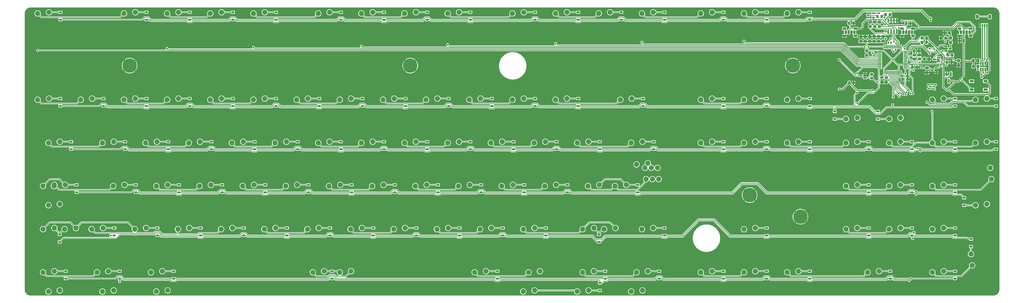
<source format=gbl>
%TF.GenerationSoftware,KiCad,Pcbnew,(6.99.0-5337-gc57e6db79a-dirty)*%
%TF.CreationDate,2023-02-22T22:32:12-05:00*%
%TF.ProjectId,at101w,61743130-3177-42e6-9b69-6361645f7063,rev?*%
%TF.SameCoordinates,Original*%
%TF.FileFunction,Copper,L2,Bot*%
%TF.FilePolarity,Positive*%
%FSLAX46Y46*%
G04 Gerber Fmt 4.6, Leading zero omitted, Abs format (unit mm)*
G04 Created by KiCad (PCBNEW (6.99.0-5337-gc57e6db79a-dirty)) date 2023-02-22 22:32:12*
%MOMM*%
%LPD*%
G01*
G04 APERTURE LIST*
G04 Aperture macros list*
%AMRoundRect*
0 Rectangle with rounded corners*
0 $1 Rounding radius*
0 $2 $3 $4 $5 $6 $7 $8 $9 X,Y pos of 4 corners*
0 Add a 4 corners polygon primitive as box body*
4,1,4,$2,$3,$4,$5,$6,$7,$8,$9,$2,$3,0*
0 Add four circle primitives for the rounded corners*
1,1,$1+$1,$2,$3*
1,1,$1+$1,$4,$5*
1,1,$1+$1,$6,$7*
1,1,$1+$1,$8,$9*
0 Add four rect primitives between the rounded corners*
20,1,$1+$1,$2,$3,$4,$5,0*
20,1,$1+$1,$4,$5,$6,$7,0*
20,1,$1+$1,$6,$7,$8,$9,0*
20,1,$1+$1,$8,$9,$2,$3,0*%
G04 Aperture macros list end*
%TA.AperFunction,SMDPad,CuDef*%
%ADD10R,1.800000X1.100000*%
%TD*%
%TA.AperFunction,ComponentPad*%
%ADD11C,2.250000*%
%TD*%
%TA.AperFunction,ComponentPad*%
%ADD12C,6.350000*%
%TD*%
%TA.AperFunction,SMDPad,CuDef*%
%ADD13R,1.200000X0.900000*%
%TD*%
%TA.AperFunction,SMDPad,CuDef*%
%ADD14RoundRect,0.250000X-0.325000X-0.450000X0.325000X-0.450000X0.325000X0.450000X-0.325000X0.450000X0*%
%TD*%
%TA.AperFunction,SMDPad,CuDef*%
%ADD15RoundRect,0.150000X-0.587500X-0.150000X0.587500X-0.150000X0.587500X0.150000X-0.587500X0.150000X0*%
%TD*%
%TA.AperFunction,SMDPad,CuDef*%
%ADD16RoundRect,0.250000X0.475000X-0.337500X0.475000X0.337500X-0.475000X0.337500X-0.475000X-0.337500X0*%
%TD*%
%TA.AperFunction,SMDPad,CuDef*%
%ADD17RoundRect,0.250000X0.337500X0.475000X-0.337500X0.475000X-0.337500X-0.475000X0.337500X-0.475000X0*%
%TD*%
%TA.AperFunction,SMDPad,CuDef*%
%ADD18RoundRect,0.250000X-0.350000X-0.450000X0.350000X-0.450000X0.350000X0.450000X-0.350000X0.450000X0*%
%TD*%
%TA.AperFunction,SMDPad,CuDef*%
%ADD19R,1.400000X1.200000*%
%TD*%
%TA.AperFunction,SMDPad,CuDef*%
%ADD20RoundRect,0.250000X0.350000X0.450000X-0.350000X0.450000X-0.350000X-0.450000X0.350000X-0.450000X0*%
%TD*%
%TA.AperFunction,SMDPad,CuDef*%
%ADD21RoundRect,0.250000X-0.450000X0.350000X-0.450000X-0.350000X0.450000X-0.350000X0.450000X0.350000X0*%
%TD*%
%TA.AperFunction,SMDPad,CuDef*%
%ADD22RoundRect,0.250000X0.450000X-0.350000X0.450000X0.350000X-0.450000X0.350000X-0.450000X-0.350000X0*%
%TD*%
%TA.AperFunction,SMDPad,CuDef*%
%ADD23RoundRect,0.250000X-0.262500X-0.450000X0.262500X-0.450000X0.262500X0.450000X-0.262500X0.450000X0*%
%TD*%
%TA.AperFunction,SMDPad,CuDef*%
%ADD24RoundRect,0.150000X0.587500X0.150000X-0.587500X0.150000X-0.587500X-0.150000X0.587500X-0.150000X0*%
%TD*%
%TA.AperFunction,SMDPad,CuDef*%
%ADD25RoundRect,0.250000X0.250000X0.475000X-0.250000X0.475000X-0.250000X-0.475000X0.250000X-0.475000X0*%
%TD*%
%TA.AperFunction,SMDPad,CuDef*%
%ADD26RoundRect,0.150000X-0.150000X0.825000X-0.150000X-0.825000X0.150000X-0.825000X0.150000X0.825000X0*%
%TD*%
%TA.AperFunction,SMDPad,CuDef*%
%ADD27R,0.800000X1.900000*%
%TD*%
%TA.AperFunction,SMDPad,CuDef*%
%ADD28R,1.500000X1.000000*%
%TD*%
%TA.AperFunction,ComponentPad*%
%ADD29O,1.070000X1.800000*%
%TD*%
%TA.AperFunction,ComponentPad*%
%ADD30R,1.070000X1.800000*%
%TD*%
%TA.AperFunction,SMDPad,CuDef*%
%ADD31RoundRect,0.250000X-0.337500X-0.475000X0.337500X-0.475000X0.337500X0.475000X-0.337500X0.475000X0*%
%TD*%
%TA.AperFunction,SMDPad,CuDef*%
%ADD32RoundRect,0.250000X-0.475000X0.337500X-0.475000X-0.337500X0.475000X-0.337500X0.475000X0.337500X0*%
%TD*%
%TA.AperFunction,SMDPad,CuDef*%
%ADD33RoundRect,0.075000X0.700000X0.075000X-0.700000X0.075000X-0.700000X-0.075000X0.700000X-0.075000X0*%
%TD*%
%TA.AperFunction,SMDPad,CuDef*%
%ADD34RoundRect,0.075000X0.075000X0.700000X-0.075000X0.700000X-0.075000X-0.700000X0.075000X-0.700000X0*%
%TD*%
%TA.AperFunction,SMDPad,CuDef*%
%ADD35RoundRect,0.150000X-0.150000X-0.625000X0.150000X-0.625000X0.150000X0.625000X-0.150000X0.625000X0*%
%TD*%
%TA.AperFunction,SMDPad,CuDef*%
%ADD36RoundRect,0.250000X-0.350000X-0.650000X0.350000X-0.650000X0.350000X0.650000X-0.350000X0.650000X0*%
%TD*%
%TA.AperFunction,SMDPad,CuDef*%
%ADD37RoundRect,0.250000X-0.250000X-0.475000X0.250000X-0.475000X0.250000X0.475000X-0.250000X0.475000X0*%
%TD*%
%TA.AperFunction,SMDPad,CuDef*%
%ADD38RoundRect,0.150000X-0.512500X-0.150000X0.512500X-0.150000X0.512500X0.150000X-0.512500X0.150000X0*%
%TD*%
%TA.AperFunction,SMDPad,CuDef*%
%ADD39RoundRect,0.250000X-0.450000X0.262500X-0.450000X-0.262500X0.450000X-0.262500X0.450000X0.262500X0*%
%TD*%
%TA.AperFunction,SMDPad,CuDef*%
%ADD40R,0.650000X1.560000*%
%TD*%
%TA.AperFunction,ViaPad*%
%ADD41C,0.800000*%
%TD*%
%TA.AperFunction,Conductor*%
%ADD42C,0.250000*%
%TD*%
%TA.AperFunction,Conductor*%
%ADD43C,0.400000*%
%TD*%
G04 APERTURE END LIST*
D10*
X434949999Y-44979999D03*
X428749999Y-44979999D03*
X434949999Y-48679999D03*
X428749999Y-48679999D03*
D11*
X18931250Y-129350000D03*
X23931250Y-128850000D03*
X42743750Y-129350000D03*
X47743750Y-128850000D03*
X16550000Y-15050000D03*
X21550000Y-14550000D03*
X54650000Y-15050000D03*
X59650000Y-14550000D03*
X73700000Y-15050000D03*
X78700000Y-14550000D03*
X92750000Y-15050000D03*
X97750000Y-14550000D03*
X111800000Y-15050000D03*
X116800000Y-14550000D03*
X140375000Y-15050000D03*
X145375000Y-14550000D03*
X159425000Y-15050000D03*
X164425000Y-14550000D03*
X178475000Y-15050000D03*
X183475000Y-14550000D03*
X197525000Y-15050000D03*
X202525000Y-14550000D03*
X226100000Y-15050000D03*
X231100000Y-14550000D03*
X245150000Y-15050000D03*
X250150000Y-14550000D03*
X264200000Y-15050000D03*
X269200000Y-14550000D03*
X283250000Y-15050000D03*
X288250000Y-14550000D03*
X309245313Y-15050000D03*
X314245313Y-14550000D03*
X328295313Y-15050000D03*
X333295313Y-14550000D03*
X347345313Y-15050000D03*
X352345313Y-14550000D03*
X66556250Y-129350000D03*
X71556250Y-128850000D03*
X137993750Y-129350000D03*
X142993750Y-128850000D03*
X16550000Y-53150000D03*
X21550000Y-52650000D03*
X35600000Y-53150000D03*
X40600000Y-52650000D03*
X54650000Y-53150000D03*
X59650000Y-52650000D03*
X73700000Y-53150000D03*
X78700000Y-52650000D03*
X92750000Y-53150000D03*
X97750000Y-52650000D03*
X111800000Y-53150000D03*
X116800000Y-52650000D03*
X130850000Y-53150000D03*
X135850000Y-52650000D03*
X149900000Y-53150000D03*
X154900000Y-52650000D03*
X168950000Y-53150000D03*
X173950000Y-52650000D03*
X188000000Y-53150000D03*
X193000000Y-52650000D03*
X207050000Y-53150000D03*
X212050000Y-52650000D03*
X226100000Y-53150000D03*
X231100000Y-52650000D03*
X245150000Y-53150000D03*
X250150000Y-52650000D03*
X273725000Y-53150000D03*
X278725000Y-52650000D03*
X309245313Y-53150000D03*
X314245313Y-52650000D03*
X328295313Y-53150000D03*
X333295313Y-52650000D03*
X347345313Y-53150000D03*
X352345313Y-52650000D03*
X378340625Y-61150000D03*
X373340625Y-61650000D03*
X397390625Y-61150000D03*
X392390625Y-61650000D03*
X411440625Y-53150000D03*
X416440625Y-52650000D03*
X430490625Y-53150000D03*
X435490625Y-52650000D03*
X21312500Y-72200000D03*
X26312500Y-71700000D03*
X45125000Y-72200000D03*
X50125000Y-71700000D03*
X64175000Y-72200000D03*
X69175000Y-71700000D03*
X83225000Y-72200000D03*
X88225000Y-71700000D03*
X102275000Y-72200000D03*
X107275000Y-71700000D03*
X121325000Y-72200000D03*
X126325000Y-71700000D03*
X140375000Y-72200000D03*
X145375000Y-71700000D03*
X159425000Y-72200000D03*
X164425000Y-71700000D03*
X178475000Y-72200000D03*
X183475000Y-71700000D03*
X197525000Y-72200000D03*
X202525000Y-71700000D03*
X216575000Y-72200000D03*
X221575000Y-71700000D03*
X235625000Y-72200000D03*
X240625000Y-71700000D03*
X254675000Y-72200000D03*
X259675000Y-71700000D03*
X278487500Y-72200000D03*
X283487500Y-71700000D03*
X309245313Y-72200000D03*
X314245313Y-71700000D03*
X328295313Y-72200000D03*
X333295313Y-71700000D03*
X347345313Y-72200000D03*
X352345313Y-71700000D03*
X373340625Y-72200000D03*
X378340625Y-71700000D03*
X392390625Y-72200000D03*
X397390625Y-71700000D03*
X411440625Y-72200000D03*
X416440625Y-71700000D03*
X430490625Y-72200000D03*
X435490625Y-71700000D03*
X23693750Y-91250000D03*
X28693750Y-90750000D03*
X49887500Y-91250000D03*
X54887500Y-90750000D03*
X68937500Y-91250000D03*
X73937500Y-90750000D03*
X87987500Y-91250000D03*
X92987500Y-90750000D03*
X107037500Y-91250000D03*
X112037500Y-90750000D03*
X126087500Y-91250000D03*
X131087500Y-90750000D03*
X145137500Y-91250000D03*
X150137500Y-90750000D03*
X164187500Y-91250000D03*
X169187500Y-90750000D03*
X183237500Y-91250000D03*
X188237500Y-90750000D03*
X202287500Y-91250000D03*
X207287500Y-90750000D03*
X221337500Y-91250000D03*
X226337500Y-90750000D03*
X240387500Y-91250000D03*
X245387500Y-90750000D03*
X271343750Y-91250000D03*
X276343750Y-90750000D03*
X392390625Y-91250000D03*
X397390625Y-90750000D03*
X411440625Y-91250000D03*
X416440625Y-90750000D03*
X435490625Y-99250000D03*
X430490625Y-99750000D03*
X28456250Y-110300000D03*
X33456250Y-109800000D03*
X59412500Y-110300000D03*
X64412500Y-109800000D03*
X78462500Y-110300000D03*
X83462500Y-109800000D03*
X97512500Y-110300000D03*
X102512500Y-109800000D03*
X116562500Y-110300000D03*
X121562500Y-109800000D03*
X135612500Y-110300000D03*
X140612500Y-109800000D03*
X154662500Y-110300000D03*
X159662500Y-109800000D03*
X173712500Y-110300000D03*
X178712500Y-109800000D03*
X192762500Y-110300000D03*
X197762500Y-109800000D03*
X211812500Y-110300000D03*
X216812500Y-109800000D03*
X230862500Y-110300000D03*
X235862500Y-109800000D03*
X257056250Y-110300000D03*
X262056250Y-109800000D03*
X283250000Y-110300000D03*
X288250000Y-109800000D03*
X328295313Y-110300000D03*
X333295313Y-109800000D03*
X392390625Y-110300000D03*
X397390625Y-109800000D03*
X411440625Y-110300000D03*
X416440625Y-109800000D03*
X428990625Y-126325000D03*
X428490625Y-121325000D03*
X26312500Y-137350000D03*
X21312500Y-137850000D03*
X50125000Y-137350000D03*
X45125000Y-137850000D03*
X73937500Y-137350000D03*
X68937500Y-137850000D03*
X149900000Y-129350000D03*
X154900000Y-128850000D03*
X209431250Y-129350000D03*
X214431250Y-128850000D03*
X233243750Y-129350000D03*
X238243750Y-128850000D03*
X257056250Y-129350000D03*
X262056250Y-128850000D03*
X280868750Y-129350000D03*
X285868750Y-128850000D03*
X309245313Y-129350000D03*
X314245313Y-128850000D03*
X328295313Y-129350000D03*
X333295313Y-128850000D03*
X347345313Y-129350000D03*
X352345313Y-128850000D03*
X382865625Y-129350000D03*
X387865625Y-128850000D03*
X411440625Y-129350000D03*
X416440625Y-128850000D03*
X436990625Y-83225000D03*
X437490625Y-88225000D03*
X266581250Y-110300000D03*
X271581250Y-109800000D03*
X235862500Y-137350000D03*
X230862500Y-137850000D03*
X259675000Y-137350000D03*
X254675000Y-137850000D03*
X283487500Y-137350000D03*
X278487500Y-137850000D03*
X287368750Y-83225000D03*
X287868750Y-88225000D03*
X259437500Y-91250000D03*
X264437500Y-90750000D03*
X40362500Y-110300000D03*
X45362500Y-109800000D03*
X18931250Y-110300000D03*
X23931250Y-109800000D03*
X280868750Y-81725000D03*
X285868750Y-81225000D03*
X290146875Y-83225000D03*
X290646875Y-88225000D03*
X284590625Y-83225000D03*
X285090625Y-88225000D03*
X26312500Y-99250000D03*
X21312500Y-99750000D03*
D12*
X57150000Y-38100000D03*
X180975000Y-38100000D03*
X349845313Y-38100000D03*
X330795313Y-95250000D03*
X353218750Y-104775000D03*
D11*
X373340625Y-91250000D03*
X378340625Y-90750000D03*
X373340625Y-110300000D03*
X378340625Y-109800000D03*
X18931250Y-91250000D03*
X23931250Y-90750000D03*
D13*
X26599999Y-17849999D03*
X26599999Y-14549999D03*
X64649999Y-17849999D03*
X64649999Y-14549999D03*
X83699999Y-17849999D03*
X83699999Y-14549999D03*
X102749999Y-17849999D03*
X102749999Y-14549999D03*
X121799999Y-17849999D03*
X121799999Y-14549999D03*
X150399999Y-17849999D03*
X150399999Y-14549999D03*
X169399999Y-17849999D03*
X169399999Y-14549999D03*
X188449999Y-17849999D03*
X188449999Y-14549999D03*
X207499999Y-17849999D03*
X207499999Y-14549999D03*
X236099999Y-17849999D03*
X236099999Y-14549999D03*
X255149999Y-17849999D03*
X255149999Y-14549999D03*
X274199999Y-17849999D03*
X274199999Y-14549999D03*
X293249999Y-17849999D03*
X293249999Y-14549999D03*
X319249999Y-17849999D03*
X319249999Y-14549999D03*
X338299999Y-17849999D03*
X338299999Y-14549999D03*
X357349999Y-17849999D03*
X357349999Y-14549999D03*
X26549999Y-55949999D03*
X26549999Y-52649999D03*
X45599999Y-55949999D03*
X45599999Y-52649999D03*
X64649999Y-55949999D03*
X64649999Y-52649999D03*
X83699999Y-55949999D03*
X83699999Y-52649999D03*
X102749999Y-55949999D03*
X102749999Y-52649999D03*
X121799999Y-55949999D03*
X121799999Y-52649999D03*
X140849999Y-55949999D03*
X140849999Y-52649999D03*
X159899999Y-55949999D03*
X159899999Y-52649999D03*
X178949999Y-55949999D03*
X178949999Y-52649999D03*
X197999999Y-55949999D03*
X197999999Y-52649999D03*
X217049999Y-55949999D03*
X217049999Y-52649999D03*
X236099999Y-55949999D03*
X236099999Y-52649999D03*
X255149999Y-55949999D03*
X255149999Y-52649999D03*
X283749999Y-55949999D03*
X283749999Y-52649999D03*
X319249999Y-55949999D03*
X319249999Y-52649999D03*
X338299999Y-55949999D03*
X338299999Y-52649999D03*
X357349999Y-55949999D03*
X357349999Y-52649999D03*
X368349999Y-58349999D03*
X368349999Y-61649999D03*
X387399999Y-58349999D03*
X387399999Y-61649999D03*
X421449999Y-55949999D03*
X421449999Y-52649999D03*
X439499999Y-55949999D03*
X439499999Y-52649999D03*
X31299999Y-74999999D03*
X31299999Y-71699999D03*
X55099999Y-74999999D03*
X55099999Y-71699999D03*
X74149999Y-74999999D03*
X74149999Y-71699999D03*
X93249999Y-74999999D03*
X93249999Y-71699999D03*
X112299999Y-74999999D03*
X112299999Y-71699999D03*
X131349999Y-74999999D03*
X131349999Y-71699999D03*
X150349999Y-74999999D03*
X150349999Y-71699999D03*
X169399999Y-74999999D03*
X169399999Y-71699999D03*
X188449999Y-74999999D03*
X188449999Y-71699999D03*
X207549999Y-74999999D03*
X207549999Y-71699999D03*
X226599999Y-74999999D03*
X226599999Y-71699999D03*
X245599999Y-74999999D03*
X245599999Y-71699999D03*
X264649999Y-74999999D03*
X264649999Y-71699999D03*
X288499999Y-74999999D03*
X288499999Y-71699999D03*
X319249999Y-74999999D03*
X319249999Y-71699999D03*
X338299999Y-74999999D03*
X338299999Y-71699999D03*
X357349999Y-74999999D03*
X357349999Y-71699999D03*
X383349999Y-74999999D03*
X383349999Y-71699999D03*
X402399999Y-74999999D03*
X402399999Y-71699999D03*
X421449999Y-74999999D03*
X421449999Y-71699999D03*
X439499999Y-74999999D03*
X439499999Y-71699999D03*
X33699999Y-94049999D03*
X33699999Y-90749999D03*
X59899999Y-94049999D03*
X59899999Y-90749999D03*
X78949999Y-94049999D03*
X78949999Y-90749999D03*
X97999999Y-94049999D03*
X97999999Y-90749999D03*
X117049999Y-94049999D03*
X117049999Y-90749999D03*
X136099999Y-94049999D03*
X136099999Y-90749999D03*
X155149999Y-94049999D03*
X155149999Y-90749999D03*
X174199999Y-94049999D03*
X174199999Y-90749999D03*
X193249999Y-94049999D03*
X193249999Y-90749999D03*
X212299999Y-94049999D03*
X212299999Y-90749999D03*
X231349999Y-94049999D03*
X231349999Y-90749999D03*
X250399999Y-94049999D03*
X250399999Y-90749999D03*
X281349999Y-94049999D03*
X281349999Y-90749999D03*
X383349999Y-94049999D03*
X383349999Y-90749999D03*
X402399999Y-94049999D03*
X402399999Y-90749999D03*
X421449999Y-94049999D03*
X421449999Y-90749999D03*
X425499999Y-96449999D03*
X425499999Y-99749999D03*
X26249999Y-115949999D03*
X26249999Y-112649999D03*
X69399999Y-113099999D03*
X69399999Y-109799999D03*
X88449999Y-113099999D03*
X88449999Y-109799999D03*
X107499999Y-113099999D03*
X107499999Y-109799999D03*
X126549999Y-113099999D03*
X126549999Y-109799999D03*
X145599999Y-113099999D03*
X145599999Y-109799999D03*
X164649999Y-113099999D03*
X164649999Y-109799999D03*
X183699999Y-113099999D03*
X183699999Y-109799999D03*
X202749999Y-113099999D03*
X202749999Y-109799999D03*
X221799999Y-113099999D03*
X221799999Y-109799999D03*
X240849999Y-113099999D03*
X240849999Y-109799999D03*
X264249999Y-115949999D03*
X264249999Y-112649999D03*
X293249999Y-113099999D03*
X293249999Y-109799999D03*
X338299999Y-113099999D03*
X338299999Y-109799999D03*
X383349999Y-113099999D03*
X383349999Y-109799999D03*
X402399999Y-113099999D03*
X402399999Y-109799999D03*
X421449999Y-113099999D03*
X421449999Y-109799999D03*
X428499999Y-114649999D03*
X428499999Y-117949999D03*
X28949999Y-132149999D03*
X28949999Y-128849999D03*
X52749999Y-132149999D03*
X52749999Y-128849999D03*
X76549999Y-132149999D03*
X76549999Y-128849999D03*
X146449999Y-132149999D03*
X146449999Y-128849999D03*
X219449999Y-132149999D03*
X219449999Y-128849999D03*
X264649999Y-134049999D03*
X264649999Y-137349999D03*
X267049999Y-132149999D03*
X267049999Y-128849999D03*
X290849999Y-132149999D03*
X290849999Y-128849999D03*
X319249999Y-132149999D03*
X319249999Y-128849999D03*
X338299999Y-132149999D03*
X338299999Y-128849999D03*
X357349999Y-132149999D03*
X357349999Y-128849999D03*
X392849999Y-132149999D03*
X392849999Y-128849999D03*
X421449999Y-132149999D03*
X421449999Y-128849999D03*
X50349999Y-113099999D03*
X50349999Y-109799999D03*
D14*
X429505000Y-38430000D03*
X431555000Y-38430000D03*
D15*
X417387500Y-31605000D03*
X417387500Y-29705000D03*
X419262500Y-30655000D03*
D16*
X387735000Y-27325000D03*
X387735000Y-25250000D03*
D17*
X418945000Y-23625000D03*
X416870000Y-23625000D03*
D18*
X418175000Y-33375000D03*
X420175000Y-33375000D03*
D19*
X403514999Y-33454999D03*
X405714999Y-33454999D03*
X405714999Y-35154999D03*
X403514999Y-35154999D03*
D20*
X408885000Y-27885000D03*
X406885000Y-27885000D03*
D21*
X382465000Y-31565000D03*
X382465000Y-33565000D03*
D22*
X391115000Y-45445000D03*
X391115000Y-43445000D03*
D20*
X392815000Y-15545000D03*
X390815000Y-15545000D03*
D23*
X387202500Y-16445000D03*
X389027500Y-16445000D03*
D24*
X414205000Y-34435000D03*
X414205000Y-36335000D03*
X412330000Y-35385000D03*
D16*
X389745000Y-27317500D03*
X389745000Y-25242500D03*
D25*
X401775000Y-19505000D03*
X399875000Y-19505000D03*
D16*
X385755000Y-27325000D03*
X385755000Y-25250000D03*
D21*
X386015000Y-18845000D03*
X386015000Y-20845000D03*
D26*
X391910000Y-18180000D03*
X393180000Y-18180000D03*
X394450000Y-18180000D03*
X395720000Y-18180000D03*
X395720000Y-23130000D03*
X394450000Y-23130000D03*
X393180000Y-23130000D03*
X391910000Y-23130000D03*
D22*
X419495000Y-27865000D03*
X419495000Y-25865000D03*
D20*
X419865000Y-36565000D03*
X417865000Y-36565000D03*
D16*
X381815000Y-27362500D03*
X381815000Y-25287500D03*
D27*
X417759999Y-41869999D03*
X419659999Y-41869999D03*
X418709999Y-44869999D03*
D28*
X402947812Y-21744999D03*
D29*
X399862812Y-23344999D03*
D28*
X402947812Y-24944999D03*
D29*
X402402812Y-23344999D03*
D30*
X401132812Y-23344999D03*
D28*
X398047812Y-24944999D03*
D29*
X398592812Y-23344999D03*
D28*
X398047812Y-21744999D03*
D31*
X429530000Y-35850000D03*
X431605000Y-35850000D03*
D16*
X379825000Y-27375000D03*
X379825000Y-25300000D03*
D20*
X417215000Y-25945000D03*
X415215000Y-25945000D03*
D31*
X402640000Y-38738750D03*
X404715000Y-38738750D03*
D28*
X428347812Y-21744999D03*
D29*
X425262812Y-23344999D03*
D28*
X428347812Y-24944999D03*
D29*
X427802812Y-23344999D03*
D30*
X426532812Y-23344999D03*
D28*
X423447812Y-24944999D03*
D29*
X423992812Y-23344999D03*
D28*
X423447812Y-21744999D03*
X377547799Y-21744999D03*
D29*
X374462799Y-23344999D03*
D28*
X377547799Y-24944999D03*
D29*
X377002799Y-23344999D03*
D30*
X375732799Y-23344999D03*
D28*
X372647799Y-24944999D03*
D29*
X373192799Y-23344999D03*
D28*
X372647799Y-21744999D03*
D21*
X384015000Y-18845000D03*
X384015000Y-20845000D03*
D25*
X376595000Y-19415000D03*
X374695000Y-19415000D03*
D32*
X423015000Y-35907500D03*
X423015000Y-37982500D03*
D24*
X413195000Y-39165000D03*
X413195000Y-41065000D03*
X411320000Y-40115000D03*
D31*
X398415000Y-44145000D03*
X400490000Y-44145000D03*
D16*
X409055000Y-41215000D03*
X409055000Y-39140000D03*
X383775000Y-27355000D03*
X383775000Y-25280000D03*
D33*
X399560000Y-31705000D03*
X399560000Y-32205000D03*
X399560000Y-32705000D03*
X399560000Y-33205000D03*
X399560000Y-33705000D03*
X399560000Y-34205000D03*
X399560000Y-34705000D03*
X399560000Y-35205000D03*
X399560000Y-35705000D03*
X399560000Y-36205000D03*
X399560000Y-36705000D03*
X399560000Y-37205000D03*
X399560000Y-37705000D03*
X399560000Y-38205000D03*
X399560000Y-38705000D03*
X399560000Y-39205000D03*
D34*
X397635000Y-41130000D03*
X397135000Y-41130000D03*
X396635000Y-41130000D03*
X396135000Y-41130000D03*
X395635000Y-41130000D03*
X395135000Y-41130000D03*
X394635000Y-41130000D03*
X394135000Y-41130000D03*
X393635000Y-41130000D03*
X393135000Y-41130000D03*
X392635000Y-41130000D03*
X392135000Y-41130000D03*
X391635000Y-41130000D03*
X391135000Y-41130000D03*
X390635000Y-41130000D03*
X390135000Y-41130000D03*
D33*
X388210000Y-39205000D03*
X388210000Y-38705000D03*
X388210000Y-38205000D03*
X388210000Y-37705000D03*
X388210000Y-37205000D03*
X388210000Y-36705000D03*
X388210000Y-36205000D03*
X388210000Y-35705000D03*
X388210000Y-35205000D03*
X388210000Y-34705000D03*
X388210000Y-34205000D03*
X388210000Y-33705000D03*
X388210000Y-33205000D03*
X388210000Y-32705000D03*
X388210000Y-32205000D03*
X388210000Y-31705000D03*
D34*
X390135000Y-29780000D03*
X390635000Y-29780000D03*
X391135000Y-29780000D03*
X391635000Y-29780000D03*
X392135000Y-29780000D03*
X392635000Y-29780000D03*
X393135000Y-29780000D03*
X393635000Y-29780000D03*
X394135000Y-29780000D03*
X394635000Y-29780000D03*
X395135000Y-29780000D03*
X395635000Y-29780000D03*
X396135000Y-29780000D03*
X396635000Y-29780000D03*
X397135000Y-29780000D03*
X397635000Y-29780000D03*
D35*
X432530000Y-20370000D03*
X433530000Y-20370000D03*
X434530000Y-20370000D03*
X435530000Y-20370000D03*
D36*
X431230000Y-16495000D03*
X436830000Y-16495000D03*
D37*
X423435000Y-27195000D03*
X425335000Y-27195000D03*
D31*
X407925000Y-35175000D03*
X410000000Y-35175000D03*
D38*
X383140000Y-16845000D03*
X383140000Y-15895000D03*
X383140000Y-14945000D03*
X385415000Y-14945000D03*
X385415000Y-16845000D03*
D39*
X384625000Y-41872500D03*
X384625000Y-43697500D03*
D24*
X381735000Y-41635000D03*
X381735000Y-43535000D03*
X379860000Y-42585000D03*
D40*
X432849999Y-37049999D03*
X433799999Y-37049999D03*
X434749999Y-37049999D03*
X434749999Y-39749999D03*
X433799999Y-39749999D03*
X432849999Y-39749999D03*
D20*
X408885000Y-25885000D03*
X406885000Y-25885000D03*
D21*
X388015000Y-18845000D03*
X388015000Y-20845000D03*
D31*
X403380000Y-31565000D03*
X405455000Y-31565000D03*
D37*
X374745000Y-45705000D03*
X376645000Y-45705000D03*
D32*
X389115000Y-43370000D03*
X389115000Y-45445000D03*
D41*
X424500000Y-44750000D03*
X412615000Y-32045000D03*
X410723399Y-17149551D03*
X409100000Y-54200000D03*
X370395000Y-48475000D03*
X409640000Y-48270000D03*
X412385000Y-48475000D03*
X418285000Y-48475000D03*
X385125000Y-49035000D03*
X370385000Y-35525000D03*
X390615000Y-23145000D03*
X390750332Y-17909668D03*
X390587334Y-20007998D03*
X390866250Y-26196250D03*
X406650902Y-38884500D03*
X405915000Y-36615500D03*
X412315000Y-30845000D03*
X410115000Y-30545000D03*
X417115000Y-27445000D03*
X395410500Y-28250500D03*
X410215000Y-32845000D03*
X410701368Y-18152118D03*
X406113462Y-75763462D03*
X393900000Y-55400000D03*
X394200000Y-52000000D03*
X404950000Y-74700000D03*
X401780589Y-50504011D03*
X405965503Y-74700000D03*
X402777024Y-50425766D03*
X16550000Y-31400000D03*
X73700000Y-30600000D03*
X111800000Y-30050000D03*
X159425000Y-29525000D03*
X197525000Y-28875000D03*
X245150000Y-28350000D03*
X283250000Y-27800000D03*
X328295313Y-27290000D03*
X383315000Y-29845000D03*
X381515000Y-29845000D03*
X378340625Y-54750000D03*
X411300000Y-58300000D03*
X396776588Y-51652843D03*
X49150000Y-101400000D03*
X301950000Y-100750000D03*
X401215000Y-36545000D03*
X431630000Y-34150000D03*
X300200000Y-14400000D03*
X13350000Y-137450000D03*
X299150000Y-23750000D03*
X404027500Y-40238750D03*
X426815000Y-19845000D03*
X376645000Y-44055000D03*
X415515000Y-30345000D03*
X362150000Y-65800000D03*
X408800000Y-65300000D03*
X398603000Y-45500000D03*
X120650000Y-123350000D03*
X342100000Y-14350000D03*
X13550000Y-38350000D03*
X32600000Y-39500000D03*
X12550000Y-69300000D03*
X268700000Y-84600000D03*
X385650000Y-105250000D03*
X381315000Y-50145000D03*
X87350000Y-14650000D03*
X391475000Y-39505000D03*
X401975000Y-34505000D03*
X166800000Y-100900000D03*
X146100000Y-136550000D03*
X256450000Y-23600000D03*
X308500000Y-41350000D03*
X203550000Y-124400000D03*
X307550000Y-84200000D03*
X40650000Y-24000000D03*
X186400000Y-136800000D03*
X37400000Y-121500000D03*
X185600000Y-64200000D03*
X217000000Y-24900000D03*
X34150000Y-136400000D03*
X213450000Y-40150000D03*
X38500000Y-66600000D03*
X406900000Y-124000000D03*
X391050000Y-122450000D03*
X407750000Y-84050000D03*
X388915000Y-41645000D03*
X59900000Y-137250000D03*
X87950000Y-102100000D03*
X387015000Y-41545000D03*
X82550000Y-83400000D03*
X133400000Y-24400000D03*
X358400000Y-137100000D03*
X154600000Y-63850000D03*
X426485000Y-25205000D03*
X393945000Y-39135000D03*
X203900000Y-99200000D03*
X86500000Y-37800000D03*
X196650000Y-83950000D03*
X356100000Y-22700000D03*
X160450000Y-82400000D03*
X389875000Y-32745000D03*
X259700000Y-14600000D03*
X42450000Y-85250000D03*
X400415000Y-40545000D03*
X387215000Y-22845000D03*
X258050000Y-122850000D03*
X60050000Y-121300000D03*
X400400000Y-137550000D03*
X399300000Y-67150000D03*
X410035000Y-36405000D03*
X336200000Y-64750000D03*
X130450000Y-14300000D03*
X438150000Y-136550000D03*
X379515000Y-31645000D03*
X421745000Y-25075000D03*
X386000000Y-66100000D03*
X435674502Y-37295332D03*
X315700000Y-137950000D03*
X122100000Y-81950000D03*
X175750000Y-23350000D03*
X13300000Y-104000000D03*
X405990000Y-51420000D03*
X403105000Y-19685000D03*
X386950000Y-55250000D03*
X242000000Y-102100000D03*
X89800000Y-24000000D03*
X282600000Y-63850000D03*
X417250000Y-45550000D03*
X76650000Y-64900000D03*
X406600000Y-103000000D03*
X351950000Y-84350000D03*
X38250000Y-13800000D03*
X13200000Y-15700000D03*
X432000000Y-65650000D03*
X377855000Y-19155000D03*
X400615000Y-29945000D03*
X257350000Y-38050000D03*
X419700000Y-122250000D03*
X216900000Y-14150000D03*
X173400000Y-14500000D03*
X306150000Y-123000000D03*
X225150000Y-63700000D03*
X130400000Y-36900000D03*
X169750000Y-123900000D03*
X429900000Y-85450000D03*
X356600000Y-121400000D03*
X130800000Y-101050000D03*
X397535000Y-34925000D03*
X415715000Y-34445000D03*
X397915000Y-39645000D03*
X90250000Y-123100000D03*
X408700000Y-73500000D03*
X113950000Y-61350000D03*
X434700000Y-109200000D03*
X385400000Y-85100000D03*
X230150000Y-84050000D03*
X103300000Y-136400000D03*
X404400000Y-93800000D03*
X400538647Y-49121353D03*
X399947939Y-49935397D03*
X404200000Y-94850000D03*
X403300000Y-111650000D03*
X399765594Y-50918125D03*
X398655022Y-50844978D03*
X402750000Y-114450000D03*
X397674584Y-50500936D03*
X401950000Y-132150000D03*
X52750000Y-133500000D03*
X396562355Y-50388210D03*
X401250000Y-132950000D03*
X48800000Y-113100000D03*
X433840000Y-41280000D03*
X431450000Y-39850000D03*
X435650000Y-41300000D03*
X435440000Y-35550000D03*
X433530000Y-34930500D03*
X415785000Y-31635000D03*
X414309668Y-32440332D03*
X417725000Y-37975000D03*
X415530552Y-36615500D03*
X415135000Y-38214500D03*
X387105000Y-45285000D03*
X399560000Y-41745000D03*
X403015000Y-40145000D03*
X394493923Y-27490675D03*
X390324794Y-16881724D03*
X393155000Y-27805000D03*
X398955000Y-29765000D03*
X395135000Y-31315000D03*
X394369011Y-31957079D03*
X399223665Y-30727717D03*
X378115000Y-50045000D03*
X378115000Y-41445000D03*
X385467169Y-33480500D03*
X433107701Y-42267701D03*
X412904135Y-46504891D03*
X409590000Y-46590500D03*
X433213033Y-43293033D03*
X412395000Y-47365000D03*
X410292125Y-47442412D03*
X384955000Y-32575000D03*
X388015000Y-14945000D03*
X392015000Y-28045000D03*
X402915000Y-26445000D03*
X393115000Y-26245000D03*
X396715000Y-21545000D03*
X398015000Y-18345000D03*
D42*
X424500000Y-44750000D02*
X424820000Y-44750000D01*
X424820000Y-44750000D02*
X428750000Y-48680000D01*
D43*
X436250000Y-50750000D02*
X436750000Y-50250000D01*
X419315000Y-49275000D02*
X420790000Y-50750000D01*
X420790000Y-50750000D02*
X436250000Y-50750000D01*
X436750000Y-50250000D02*
X436750000Y-46780000D01*
X436750000Y-46780000D02*
X434950000Y-44980000D01*
D42*
X148450000Y-17850000D02*
X149550000Y-16750000D01*
X402215000Y-29345000D02*
X407351396Y-29345000D01*
X66600000Y-17850000D02*
X83700000Y-17850000D01*
X235250000Y-16750000D02*
X236950000Y-16750000D01*
X190400000Y-17850000D02*
X207500000Y-17850000D01*
X401333198Y-31272487D02*
X401333198Y-30226802D01*
X104700000Y-17850000D02*
X121800000Y-17850000D01*
X410200000Y-55300000D02*
X419336396Y-55300000D01*
X100800000Y-17850000D02*
X101900000Y-16750000D01*
X189300000Y-16750000D02*
X190400000Y-17850000D01*
X103600000Y-16750000D02*
X104700000Y-17850000D01*
X207500000Y-17850000D02*
X234150000Y-17850000D01*
X377160000Y-17400000D02*
X380865000Y-13695000D01*
X410051396Y-32045000D02*
X412615000Y-32045000D01*
X409100000Y-54200000D02*
X410200000Y-55300000D01*
X407351396Y-29345000D02*
X410051396Y-32045000D01*
X187600000Y-16750000D02*
X189300000Y-16750000D01*
X186500000Y-17850000D02*
X187600000Y-16750000D01*
X63800000Y-16750000D02*
X65500000Y-16750000D01*
X255150000Y-17850000D02*
X272250000Y-17850000D01*
X62700000Y-17850000D02*
X63800000Y-16750000D01*
X317300000Y-17850000D02*
X318400000Y-16750000D01*
X338300000Y-17850000D02*
X355400000Y-17850000D01*
X26600000Y-17850000D02*
X62700000Y-17850000D01*
X321200000Y-17850000D02*
X338300000Y-17850000D01*
X420386396Y-54250000D02*
X425450000Y-54250000D01*
X400400685Y-32205000D02*
X401333198Y-31272487D01*
X399560000Y-32205000D02*
X400400685Y-32205000D01*
X121800000Y-17850000D02*
X148450000Y-17850000D01*
X234150000Y-17850000D02*
X235250000Y-16750000D01*
X356175000Y-17075000D02*
X358675000Y-17075000D01*
X427150000Y-55950000D02*
X439500000Y-55950000D01*
X273350000Y-16750000D02*
X275050000Y-16750000D01*
X406880646Y-13695000D02*
X410335197Y-17149551D01*
X293250000Y-17850000D02*
X317300000Y-17850000D01*
X410335197Y-17149551D02*
X410723399Y-17149551D01*
X236950000Y-16750000D02*
X238050000Y-17850000D01*
X151250000Y-16750000D02*
X152350000Y-17850000D01*
X358675000Y-17075000D02*
X359000000Y-17400000D01*
X355400000Y-17850000D02*
X356175000Y-17075000D01*
X380865000Y-13695000D02*
X406880646Y-13695000D01*
X152350000Y-17850000D02*
X169400000Y-17850000D01*
X169400000Y-17850000D02*
X186500000Y-17850000D01*
X419336396Y-55300000D02*
X420386396Y-54250000D01*
X101900000Y-16750000D02*
X103600000Y-16750000D01*
X359000000Y-17400000D02*
X377160000Y-17400000D01*
X318400000Y-16750000D02*
X320100000Y-16750000D01*
X401333198Y-30226802D02*
X402215000Y-29345000D01*
X238050000Y-17850000D02*
X255150000Y-17850000D01*
X83700000Y-17850000D02*
X100800000Y-17850000D01*
X276150000Y-17850000D02*
X293250000Y-17850000D01*
X320100000Y-16750000D02*
X321200000Y-17850000D01*
X149550000Y-16750000D02*
X151250000Y-16750000D01*
X275050000Y-16750000D02*
X276150000Y-17850000D01*
X425450000Y-54250000D02*
X427150000Y-55950000D01*
X272250000Y-17850000D02*
X273350000Y-16750000D01*
X65500000Y-16750000D02*
X66600000Y-17850000D01*
X399875000Y-19505000D02*
X399875000Y-21165000D01*
D43*
X423797813Y-20045000D02*
X425262813Y-21510000D01*
X420815000Y-21745000D02*
X422515000Y-20045000D01*
D42*
X375221400Y-21771400D02*
X374462800Y-22530000D01*
D43*
X425335000Y-42605000D02*
X425335000Y-36105000D01*
X385415000Y-17845000D02*
X382325000Y-17845000D01*
X429530000Y-35850000D02*
X429530000Y-38405000D01*
X382325000Y-17845000D02*
X382320000Y-17850000D01*
X418285000Y-48475000D02*
X421615000Y-45145000D01*
X378075000Y-49035000D02*
X385125000Y-49035000D01*
D42*
X374462800Y-22530000D02*
X374462800Y-23345000D01*
X400455000Y-21745000D02*
X400312813Y-21745000D01*
D43*
X382320000Y-17850000D02*
X380725000Y-19445000D01*
X385415000Y-17845000D02*
X385415000Y-16845000D01*
D42*
X402947813Y-21745000D02*
X400455000Y-21745000D01*
D43*
X389685000Y-17945000D02*
X389685000Y-17975000D01*
X425335000Y-36105000D02*
X429275000Y-36105000D01*
X425335000Y-27195000D02*
X425335000Y-23417187D01*
X409640000Y-48270000D02*
X412180000Y-48270000D01*
X425362813Y-21745000D02*
X428347813Y-21745000D01*
X421615000Y-45145000D02*
X422795000Y-45145000D01*
X422795000Y-45145000D02*
X425335000Y-42605000D01*
X425262813Y-21845000D02*
X425362813Y-21745000D01*
X374745000Y-45705000D02*
X378075000Y-49035000D01*
X380055000Y-21745000D02*
X377547800Y-21745000D01*
D42*
X400312813Y-21745000D02*
X399862813Y-22195000D01*
X399862813Y-22195000D02*
X399862813Y-23345000D01*
X375221400Y-21771400D02*
X375221400Y-19941400D01*
D43*
X389585000Y-17845000D02*
X385415000Y-17845000D01*
X402947813Y-21745000D02*
X420815000Y-21745000D01*
X374745000Y-45705000D02*
X371975000Y-48475000D01*
X399075000Y-20305000D02*
X392015000Y-20305000D01*
X380725000Y-21075000D02*
X380055000Y-21745000D01*
X422515000Y-20045000D02*
X423797813Y-20045000D01*
X425335000Y-36105000D02*
X425335000Y-27195000D01*
X418710000Y-44870000D02*
X421340000Y-44870000D01*
X389685000Y-17945000D02*
X389585000Y-17845000D01*
X412180000Y-48270000D02*
X412385000Y-48475000D01*
D42*
X375247800Y-21745000D02*
X375221400Y-21771400D01*
X377547800Y-21745000D02*
X375247800Y-21745000D01*
X375221400Y-19941400D02*
X374695000Y-19415000D01*
D43*
X421340000Y-44870000D02*
X421615000Y-45145000D01*
X425262813Y-21510000D02*
X425262813Y-21845000D01*
D42*
X399875000Y-21165000D02*
X400455000Y-21745000D01*
D43*
X399875000Y-19505000D02*
X399075000Y-20305000D01*
X425262813Y-21845000D02*
X425262813Y-23345000D01*
X389685000Y-17975000D02*
X392015000Y-20305000D01*
X380725000Y-19445000D02*
X380725000Y-21075000D01*
X371975000Y-48475000D02*
X370395000Y-48475000D01*
D42*
X377445000Y-42585000D02*
X370385000Y-35525000D01*
X379860000Y-42585000D02*
X377445000Y-42585000D01*
X390135000Y-39295000D02*
X393945000Y-35485000D01*
D43*
X416245000Y-43420000D02*
X416245000Y-47566371D01*
X401960000Y-37660000D02*
X402205000Y-37415000D01*
D42*
X399560000Y-37705000D02*
X401155000Y-37705000D01*
D43*
X420175000Y-33375000D02*
X420175000Y-34535000D01*
X402227500Y-37437500D02*
X402205000Y-37415000D01*
D42*
X390135000Y-41130000D02*
X390135000Y-39295000D01*
X382465000Y-31565000D02*
X382465000Y-28012500D01*
D43*
X417387500Y-29705000D02*
X416927500Y-29245000D01*
D42*
X388210000Y-31705000D02*
X390165000Y-31705000D01*
D43*
X390750332Y-17909668D02*
X390750332Y-17586851D01*
X384015000Y-18845000D02*
X388015000Y-18845000D01*
D42*
X401155000Y-37705000D02*
X401200000Y-37660000D01*
D43*
X414000000Y-31000000D02*
X408885000Y-25885000D01*
X420115000Y-34595000D02*
X416662500Y-34595000D01*
D42*
X396635000Y-38175000D02*
X396165000Y-37705000D01*
D43*
X419660000Y-42120000D02*
X418360000Y-43420000D01*
X402515000Y-37415000D02*
X402515000Y-38613750D01*
D42*
X396635000Y-41130000D02*
X396635000Y-42590305D01*
D43*
X420175000Y-34535000D02*
X420115000Y-34595000D01*
X389745000Y-27317500D02*
X379882500Y-27317500D01*
D42*
X396635000Y-41130000D02*
X396635000Y-38175000D01*
D43*
X389424336Y-18845000D02*
X390587334Y-20007998D01*
D42*
X382465000Y-28012500D02*
X381815000Y-27362500D01*
D43*
X416662500Y-33662500D02*
X414000000Y-31000000D01*
X388015000Y-18845000D02*
X389424336Y-18845000D01*
X401200000Y-37660000D02*
X401960000Y-37660000D01*
X416245000Y-37690000D02*
X415970000Y-37415000D01*
X390750332Y-17586851D02*
X392792183Y-15545000D01*
X390866250Y-26196250D02*
X389745000Y-27317500D01*
X416245000Y-37690000D02*
X416245000Y-43420000D01*
X417953629Y-49275000D02*
X419315000Y-49275000D01*
D42*
X399560000Y-37705000D02*
X396165000Y-37705000D01*
X390165000Y-31705000D02*
X393945000Y-35485000D01*
X396165000Y-37705000D02*
X393945000Y-35485000D01*
D43*
X415970000Y-37415000D02*
X402515000Y-37415000D01*
D42*
X396635000Y-42590305D02*
X398189695Y-44145000D01*
D43*
X390762183Y-17897817D02*
X390750332Y-17909668D01*
X390762183Y-17575000D02*
X390762183Y-17897817D01*
D42*
X397725000Y-31705000D02*
X397725000Y-29870000D01*
D43*
X416662500Y-34595000D02*
X416662500Y-33662500D01*
D42*
X393945000Y-35485000D02*
X397725000Y-31705000D01*
D43*
X416927500Y-29245000D02*
X415015000Y-29245000D01*
D42*
X388070000Y-31565000D02*
X388210000Y-31705000D01*
D43*
X423015000Y-35907500D02*
X421547500Y-35907500D01*
X418360000Y-43420000D02*
X416245000Y-43420000D01*
X414000000Y-30260000D02*
X414000000Y-31000000D01*
X415015000Y-29245000D02*
X414000000Y-30260000D01*
D42*
X382465000Y-31565000D02*
X388070000Y-31565000D01*
D43*
X416662500Y-36722500D02*
X415970000Y-37415000D01*
D42*
X397725000Y-31705000D02*
X399560000Y-31705000D01*
X397725000Y-29870000D02*
X397635000Y-29780000D01*
D43*
X416245000Y-47566371D02*
X417953629Y-49275000D01*
X402515000Y-37415000D02*
X402205000Y-37415000D01*
X416662500Y-34595000D02*
X416662500Y-36722500D01*
X390615000Y-23145000D02*
X391895000Y-23145000D01*
X421547500Y-35907500D02*
X420175000Y-34535000D01*
X408885000Y-25885000D02*
X408885000Y-27885000D01*
D42*
X402311185Y-36615500D02*
X400400685Y-34705000D01*
X406650902Y-38884500D02*
X406906402Y-39140000D01*
X409055000Y-39140000D02*
X410345000Y-39140000D01*
X406906402Y-39140000D02*
X409055000Y-39140000D01*
X405915000Y-36615500D02*
X402311185Y-36615500D01*
X410345000Y-39140000D02*
X411320000Y-40115000D01*
X400400685Y-34705000D02*
X399560000Y-34705000D01*
D43*
X419495000Y-24175000D02*
X418945000Y-23625000D01*
D42*
X395635000Y-28475000D02*
X395410500Y-28250500D01*
D43*
X419495000Y-25865000D02*
X419495000Y-24175000D01*
D42*
X395635000Y-29780000D02*
X395635000Y-28475000D01*
X410115000Y-30545000D02*
X412015000Y-30545000D01*
X417115000Y-27445000D02*
X417115000Y-26045000D01*
X412015000Y-30545000D02*
X412315000Y-30845000D01*
D43*
X419495000Y-25865000D02*
X417295000Y-25865000D01*
D42*
X391135000Y-42445000D02*
X389915000Y-42445000D01*
X391135000Y-42445000D02*
X391135000Y-41130000D01*
X389915000Y-42445000D02*
X389115000Y-43245000D01*
D43*
X403380000Y-31565000D02*
X403380000Y-33320000D01*
D42*
X403265000Y-33705000D02*
X399560000Y-33705000D01*
X26600000Y-14550000D02*
X21550000Y-14550000D01*
X64650000Y-14550000D02*
X59650000Y-14550000D01*
X83700000Y-14550000D02*
X78700000Y-14550000D01*
X102750000Y-14550000D02*
X97750000Y-14550000D01*
X121800000Y-14550000D02*
X116800000Y-14550000D01*
X381051396Y-14145000D02*
X377346396Y-17850000D01*
X82850000Y-18950000D02*
X84550000Y-18950000D01*
X272500000Y-18400000D02*
X273050000Y-17850000D01*
X84550000Y-18950000D02*
X85100000Y-18400000D01*
X237250000Y-17850000D02*
X237800000Y-18400000D01*
X256000000Y-18950000D02*
X256550000Y-18400000D01*
X317550000Y-18400000D02*
X294650000Y-18400000D01*
X339150000Y-18950000D02*
X339700000Y-18400000D01*
X400956041Y-32286041D02*
X400537081Y-32705000D01*
X188450000Y-17850000D02*
X189600000Y-17850000D01*
X103900000Y-17850000D02*
X104450000Y-18400000D01*
X336900000Y-18400000D02*
X337450000Y-18950000D01*
X294650000Y-18400000D02*
X294100000Y-18950000D01*
X206650000Y-18950000D02*
X208350000Y-18950000D01*
X273050000Y-17850000D02*
X274200000Y-17850000D01*
X275900000Y-18400000D02*
X275350000Y-17850000D01*
X422300000Y-76100000D02*
X422850000Y-75550000D01*
X320950000Y-18400000D02*
X336900000Y-18400000D01*
X170800000Y-18400000D02*
X186750000Y-18400000D01*
X437800000Y-75550000D02*
X438350000Y-75000000D01*
X402401396Y-29795000D02*
X401783198Y-30413198D01*
X187300000Y-17850000D02*
X188450000Y-17850000D01*
X151550000Y-17850000D02*
X152100000Y-18400000D01*
X337450000Y-18950000D02*
X339150000Y-18950000D01*
X149250000Y-17850000D02*
X150400000Y-17850000D01*
X150400000Y-17850000D02*
X151550000Y-17850000D01*
X101600000Y-17850000D02*
X102750000Y-17850000D01*
X410215000Y-32845000D02*
X407165000Y-29795000D01*
X66350000Y-18400000D02*
X82300000Y-18400000D01*
X355650000Y-18400000D02*
X356200000Y-17850000D01*
X422850000Y-75550000D02*
X437800000Y-75550000D01*
X170250000Y-18950000D02*
X170800000Y-18400000D01*
X319250000Y-17850000D02*
X320400000Y-17850000D01*
X123200000Y-18400000D02*
X148700000Y-18400000D01*
X319250000Y-17850000D02*
X318100000Y-17850000D01*
X120400000Y-18400000D02*
X120950000Y-18950000D01*
X189600000Y-17850000D02*
X190150000Y-18400000D01*
X82300000Y-18400000D02*
X82850000Y-18950000D01*
X420600000Y-76100000D02*
X422300000Y-76100000D01*
X291850000Y-18400000D02*
X275900000Y-18400000D01*
X401783198Y-31476802D02*
X401783198Y-30413198D01*
X407165000Y-29795000D02*
X402401396Y-29795000D01*
X256550000Y-18400000D02*
X272500000Y-18400000D01*
X148700000Y-18400000D02*
X149250000Y-17850000D01*
X356200000Y-17850000D02*
X357350000Y-17850000D01*
X400956041Y-32286041D02*
X400973959Y-32286041D01*
X122650000Y-18950000D02*
X123200000Y-18400000D01*
X168550000Y-18950000D02*
X170250000Y-18950000D01*
X102750000Y-17850000D02*
X103900000Y-17850000D01*
X406694250Y-14145000D02*
X381051396Y-14145000D01*
X320400000Y-17850000D02*
X320950000Y-18400000D01*
X120950000Y-18950000D02*
X122650000Y-18950000D01*
X186750000Y-18400000D02*
X187300000Y-17850000D01*
X234950000Y-17850000D02*
X236100000Y-17850000D01*
X292400000Y-18950000D02*
X291850000Y-18400000D01*
X190150000Y-18400000D02*
X206100000Y-18400000D01*
X254300000Y-18950000D02*
X256000000Y-18950000D01*
X410701368Y-18152118D02*
X406694250Y-14145000D01*
X420050000Y-75550000D02*
X420600000Y-76100000D01*
X101050000Y-18400000D02*
X101600000Y-17850000D01*
X406113462Y-75763462D02*
X406326924Y-75550000D01*
X104450000Y-18400000D02*
X120400000Y-18400000D01*
X438350000Y-75000000D02*
X439500000Y-75000000D01*
X406326924Y-75550000D02*
X420050000Y-75550000D01*
X253750000Y-18400000D02*
X254300000Y-18950000D01*
X275350000Y-17850000D02*
X274200000Y-17850000D01*
X152100000Y-18400000D02*
X168000000Y-18400000D01*
X234400000Y-18400000D02*
X234950000Y-17850000D01*
X400537081Y-32705000D02*
X399560000Y-32705000D01*
X208900000Y-18400000D02*
X234400000Y-18400000D01*
X236100000Y-17850000D02*
X237250000Y-17850000D01*
X65800000Y-17850000D02*
X66350000Y-18400000D01*
X237800000Y-18400000D02*
X253750000Y-18400000D01*
X64650000Y-17850000D02*
X65800000Y-17850000D01*
X377346396Y-17850000D02*
X357350000Y-17850000D01*
X168000000Y-18400000D02*
X168550000Y-18950000D01*
X318100000Y-17850000D02*
X317550000Y-18400000D01*
X206100000Y-18400000D02*
X206650000Y-18950000D01*
X294100000Y-18950000D02*
X292400000Y-18950000D01*
X85100000Y-18400000D02*
X101050000Y-18400000D01*
X339700000Y-18400000D02*
X355650000Y-18400000D01*
X400973959Y-32286041D02*
X401783198Y-31476802D01*
X208350000Y-18950000D02*
X208900000Y-18400000D01*
X150400000Y-14550000D02*
X145375000Y-14550000D01*
X169400000Y-14550000D02*
X164425000Y-14550000D01*
X188450000Y-14550000D02*
X183475000Y-14550000D01*
X207500000Y-14550000D02*
X202525000Y-14550000D01*
X236100000Y-14550000D02*
X231100000Y-14550000D01*
X255150000Y-14550000D02*
X250150000Y-14550000D01*
X274200000Y-14550000D02*
X269200000Y-14550000D01*
X293250000Y-14550000D02*
X288250000Y-14550000D01*
X319250000Y-14550000D02*
X314245313Y-14550000D01*
X338300000Y-14550000D02*
X333295313Y-14550000D01*
X357350000Y-14550000D02*
X352345313Y-14550000D01*
X26550000Y-52650000D02*
X21550000Y-52650000D01*
X45600000Y-52650000D02*
X40600000Y-52650000D01*
X64650000Y-52650000D02*
X59650000Y-52650000D01*
X83700000Y-52650000D02*
X78700000Y-52650000D01*
X102750000Y-52650000D02*
X97750000Y-52650000D01*
X121800000Y-52650000D02*
X116800000Y-52650000D01*
X140850000Y-52650000D02*
X135850000Y-52650000D01*
X159900000Y-52650000D02*
X154900000Y-52650000D01*
X178950000Y-52650000D02*
X173950000Y-52650000D01*
X198000000Y-52650000D02*
X193000000Y-52650000D01*
X217050000Y-52650000D02*
X212050000Y-52650000D01*
X236100000Y-52650000D02*
X231100000Y-52650000D01*
X255150000Y-52650000D02*
X250150000Y-52650000D01*
X283750000Y-52650000D02*
X278725000Y-52650000D01*
X319250000Y-52650000D02*
X314245313Y-52650000D01*
X393900000Y-56500000D02*
X393900000Y-55400000D01*
X234400000Y-56500000D02*
X234950000Y-55950000D01*
X82550000Y-55950000D02*
X83700000Y-55950000D01*
X199700000Y-56500000D02*
X215650000Y-56500000D01*
X237800000Y-56500000D02*
X253750000Y-56500000D01*
X142250000Y-56500000D02*
X158200000Y-56500000D01*
X284900000Y-55950000D02*
X285450000Y-56500000D01*
X394200000Y-52000000D02*
X394068438Y-51868438D01*
X285450000Y-56500000D02*
X317850000Y-56500000D01*
X253750000Y-56500000D02*
X254300000Y-57050000D01*
X283750000Y-55950000D02*
X284900000Y-55950000D01*
X158200000Y-56500000D02*
X158750000Y-55950000D01*
X177550000Y-56500000D02*
X178100000Y-57050000D01*
X218450000Y-56500000D02*
X234400000Y-56500000D01*
X421450000Y-55950000D02*
X420450000Y-55950000D01*
X393900000Y-56500000D02*
X391200000Y-56500000D01*
X161050000Y-55950000D02*
X161600000Y-56500000D01*
X217900000Y-57050000D02*
X218450000Y-56500000D01*
X256000000Y-57050000D02*
X256550000Y-56500000D01*
X215650000Y-56500000D02*
X216200000Y-57050000D01*
X65500000Y-57050000D02*
X66050000Y-56500000D01*
X386550000Y-59450000D02*
X383600000Y-56500000D01*
X358200000Y-57050000D02*
X358750000Y-56500000D01*
X356500000Y-57050000D02*
X358200000Y-57050000D01*
X394068438Y-51868438D02*
X394068438Y-46998438D01*
X317850000Y-56500000D02*
X318400000Y-57050000D01*
X161600000Y-56500000D02*
X177550000Y-56500000D01*
X196300000Y-56500000D02*
X196850000Y-55950000D01*
X101350000Y-56500000D02*
X101900000Y-57050000D01*
X355950000Y-56500000D02*
X356500000Y-57050000D01*
X339450000Y-55950000D02*
X340000000Y-56500000D01*
X66050000Y-56500000D02*
X82000000Y-56500000D01*
X84850000Y-55950000D02*
X85400000Y-56500000D01*
X123500000Y-56500000D02*
X139450000Y-56500000D01*
X158750000Y-55950000D02*
X159900000Y-55950000D01*
X337150000Y-55950000D02*
X338300000Y-55950000D01*
X419900000Y-56500000D02*
X393900000Y-56500000D01*
X256550000Y-56500000D02*
X282050000Y-56500000D01*
X282050000Y-56500000D02*
X282600000Y-55950000D01*
X338300000Y-55950000D02*
X339450000Y-55950000D01*
X121800000Y-55950000D02*
X122950000Y-55950000D01*
X320650000Y-56500000D02*
X336600000Y-56500000D01*
X47300000Y-56500000D02*
X63250000Y-56500000D01*
X122950000Y-55950000D02*
X123500000Y-56500000D01*
X140000000Y-57050000D02*
X141700000Y-57050000D01*
X45600000Y-55950000D02*
X46750000Y-55950000D01*
X46750000Y-55950000D02*
X47300000Y-56500000D01*
X120100000Y-56500000D02*
X120650000Y-55950000D01*
X199150000Y-55950000D02*
X199700000Y-56500000D01*
X103600000Y-57050000D02*
X104150000Y-56500000D01*
X120650000Y-55950000D02*
X121800000Y-55950000D01*
X320100000Y-57050000D02*
X320650000Y-56500000D01*
X196850000Y-55950000D02*
X198000000Y-55950000D01*
X141700000Y-57050000D02*
X142250000Y-56500000D01*
X159900000Y-55950000D02*
X161050000Y-55950000D01*
X336600000Y-56500000D02*
X337150000Y-55950000D01*
X83700000Y-55950000D02*
X84850000Y-55950000D01*
X369100000Y-56500000D02*
X368350000Y-57250000D01*
X139450000Y-56500000D02*
X140000000Y-57050000D01*
X358750000Y-56500000D02*
X367600000Y-56500000D01*
X216200000Y-57050000D02*
X217900000Y-57050000D01*
X394068438Y-46998438D02*
X392635000Y-45565000D01*
X318400000Y-57050000D02*
X320100000Y-57050000D01*
X104150000Y-56500000D02*
X120100000Y-56500000D01*
X82000000Y-56500000D02*
X82550000Y-55950000D01*
X420450000Y-55950000D02*
X419900000Y-56500000D01*
X340000000Y-56500000D02*
X355950000Y-56500000D01*
X85400000Y-56500000D02*
X101350000Y-56500000D01*
X180350000Y-56500000D02*
X196300000Y-56500000D01*
X237250000Y-55950000D02*
X237800000Y-56500000D01*
X388250000Y-59450000D02*
X386550000Y-59450000D01*
X254300000Y-57050000D02*
X256000000Y-57050000D01*
X367600000Y-56500000D02*
X368350000Y-57250000D01*
X383600000Y-56500000D02*
X369100000Y-56500000D01*
X63800000Y-57050000D02*
X65500000Y-57050000D01*
X234950000Y-55950000D02*
X236100000Y-55950000D01*
X178100000Y-57050000D02*
X179800000Y-57050000D01*
X368350000Y-57250000D02*
X368350000Y-58350000D01*
X179800000Y-57050000D02*
X180350000Y-56500000D01*
X63250000Y-56500000D02*
X63800000Y-57050000D01*
X391200000Y-56500000D02*
X388250000Y-59450000D01*
X392635000Y-45565000D02*
X392635000Y-41130000D01*
X101900000Y-57050000D02*
X103600000Y-57050000D01*
X282600000Y-55950000D02*
X283750000Y-55950000D01*
X236100000Y-55950000D02*
X237250000Y-55950000D01*
X198000000Y-55950000D02*
X199150000Y-55950000D01*
X338300000Y-52650000D02*
X333295313Y-52650000D01*
X357350000Y-52650000D02*
X352345313Y-52650000D01*
X368350000Y-61650000D02*
X373340625Y-61650000D01*
X387400000Y-61650000D02*
X392390625Y-61650000D01*
X421450000Y-52650000D02*
X416440625Y-52650000D01*
X439500000Y-52650000D02*
X435490625Y-52650000D01*
X31300000Y-71700000D02*
X26312500Y-71700000D01*
X55100000Y-71700000D02*
X50125000Y-71700000D01*
X74150000Y-71700000D02*
X69175000Y-71700000D01*
X93250000Y-71700000D02*
X88225000Y-71700000D01*
X112300000Y-71700000D02*
X107275000Y-71700000D01*
X131350000Y-71700000D02*
X126325000Y-71700000D01*
X150350000Y-71700000D02*
X145375000Y-71700000D01*
X169400000Y-71700000D02*
X164425000Y-71700000D01*
X188450000Y-71700000D02*
X183475000Y-71700000D01*
X399327500Y-42822500D02*
X397635000Y-41130000D01*
X337450000Y-73900000D02*
X339150000Y-73900000D01*
X150350000Y-75000000D02*
X167450000Y-75000000D01*
X57050000Y-75000000D02*
X74150000Y-75000000D01*
X91300000Y-75000000D02*
X92400000Y-73900000D01*
X247550000Y-75000000D02*
X264650000Y-75000000D01*
X171350000Y-75000000D02*
X188450000Y-75000000D01*
X403600000Y-74700000D02*
X404950000Y-74700000D01*
X289350000Y-73900000D02*
X290450000Y-75000000D01*
X95200000Y-75000000D02*
X112300000Y-75000000D01*
X403300000Y-75000000D02*
X403600000Y-74700000D01*
X92400000Y-73900000D02*
X94100000Y-73900000D01*
X209500000Y-75000000D02*
X226600000Y-75000000D01*
X399327500Y-46857500D02*
X399327500Y-42822500D01*
X357350000Y-75000000D02*
X381400000Y-75000000D01*
X130500000Y-73900000D02*
X132200000Y-73900000D01*
X264650000Y-75000000D02*
X286550000Y-75000000D01*
X205600000Y-75000000D02*
X206700000Y-73900000D01*
X401700000Y-50423422D02*
X401700000Y-49230000D01*
X243650000Y-75000000D02*
X244750000Y-73900000D01*
X402400000Y-75000000D02*
X403300000Y-75000000D01*
X53150000Y-75000000D02*
X54250000Y-73900000D01*
X206700000Y-73900000D02*
X208400000Y-73900000D01*
X319250000Y-75000000D02*
X336350000Y-75000000D01*
X384200000Y-73900000D02*
X385300000Y-75000000D01*
X287650000Y-73900000D02*
X289350000Y-73900000D01*
X188450000Y-75000000D02*
X205600000Y-75000000D01*
X132200000Y-73900000D02*
X133300000Y-75000000D01*
X55950000Y-73900000D02*
X57050000Y-75000000D01*
X385300000Y-75000000D02*
X402400000Y-75000000D01*
X340250000Y-75000000D02*
X357350000Y-75000000D01*
X401780589Y-50504011D02*
X401700000Y-50423422D01*
X167450000Y-75000000D02*
X168550000Y-73900000D01*
X290450000Y-75000000D02*
X319250000Y-75000000D01*
X208400000Y-73900000D02*
X209500000Y-75000000D01*
X31300000Y-75000000D02*
X53150000Y-75000000D01*
X170250000Y-73900000D02*
X171350000Y-75000000D01*
X129400000Y-75000000D02*
X130500000Y-73900000D01*
X382500000Y-73900000D02*
X384200000Y-73900000D01*
X336350000Y-75000000D02*
X337450000Y-73900000D01*
X168550000Y-73900000D02*
X170250000Y-73900000D01*
X246450000Y-73900000D02*
X247550000Y-75000000D01*
X339150000Y-73900000D02*
X340250000Y-75000000D01*
X244750000Y-73900000D02*
X246450000Y-73900000D01*
X54250000Y-73900000D02*
X55950000Y-73900000D01*
X401700000Y-49230000D02*
X399327500Y-46857500D01*
X226600000Y-75000000D02*
X243650000Y-75000000D01*
X74150000Y-75000000D02*
X91300000Y-75000000D01*
X112300000Y-75000000D02*
X129400000Y-75000000D01*
X133300000Y-75000000D02*
X150350000Y-75000000D01*
X94100000Y-73900000D02*
X95200000Y-75000000D01*
X381400000Y-75000000D02*
X382500000Y-73900000D01*
X286550000Y-75000000D02*
X287650000Y-73900000D01*
X207550000Y-71700000D02*
X202525000Y-71700000D01*
X226600000Y-71700000D02*
X221575000Y-71700000D01*
X245600000Y-71700000D02*
X240625000Y-71700000D01*
X264650000Y-71700000D02*
X259675000Y-71700000D01*
X288500000Y-71700000D02*
X283487500Y-71700000D01*
X319250000Y-71700000D02*
X314245313Y-71700000D01*
X338300000Y-71700000D02*
X333295313Y-71700000D01*
X357350000Y-71700000D02*
X352345313Y-71700000D01*
X383350000Y-71700000D02*
X378340625Y-71700000D01*
X402400000Y-71700000D02*
X397390625Y-71700000D01*
X421450000Y-71700000D02*
X416440625Y-71700000D01*
X439500000Y-71700000D02*
X435490625Y-71700000D01*
X18931250Y-91250000D02*
X21931250Y-88250000D01*
X26193750Y-88250000D02*
X28693750Y-90750000D01*
X33700000Y-90750000D02*
X28693750Y-90750000D01*
X21931250Y-88250000D02*
X26193750Y-88250000D01*
X187600000Y-76100000D02*
X189300000Y-76100000D01*
X400475000Y-38705000D02*
X401277500Y-39507500D01*
X110900000Y-75550000D02*
X111450000Y-76100000D01*
X356500000Y-76100000D02*
X358200000Y-76100000D01*
X287350000Y-75000000D02*
X288500000Y-75000000D01*
X401000000Y-75550000D02*
X401550000Y-76100000D01*
X151200000Y-76100000D02*
X151750000Y-75550000D01*
X205850000Y-75550000D02*
X206400000Y-75000000D01*
X94400000Y-75000000D02*
X94950000Y-75550000D01*
X403250000Y-76100000D02*
X403850000Y-75500000D01*
X225200000Y-75550000D02*
X225750000Y-76100000D01*
X340000000Y-75550000D02*
X355950000Y-75550000D01*
X401277500Y-42207500D02*
X401277500Y-42307500D01*
X401550000Y-76100000D02*
X403250000Y-76100000D01*
X286800000Y-75550000D02*
X287350000Y-75000000D01*
X56800000Y-75550000D02*
X72750000Y-75550000D01*
X189300000Y-76100000D02*
X189850000Y-75550000D01*
X73300000Y-76100000D02*
X75000000Y-76100000D01*
X206400000Y-75000000D02*
X207550000Y-75000000D01*
X169400000Y-75000000D02*
X170550000Y-75000000D01*
X94950000Y-75550000D02*
X110900000Y-75550000D01*
X208700000Y-75000000D02*
X209250000Y-75550000D01*
X338300000Y-75000000D02*
X339450000Y-75000000D01*
X401277500Y-39507500D02*
X401277500Y-42207500D01*
X405965503Y-74834497D02*
X405965503Y-74700000D01*
X320100000Y-76100000D02*
X320650000Y-75550000D01*
X111450000Y-76100000D02*
X113150000Y-76100000D01*
X406265503Y-75000000D02*
X421450000Y-75000000D01*
X170550000Y-75000000D02*
X171100000Y-75550000D01*
X113700000Y-75550000D02*
X129650000Y-75550000D01*
X131350000Y-75000000D02*
X132500000Y-75000000D01*
X207550000Y-75000000D02*
X208700000Y-75000000D01*
X381650000Y-75550000D02*
X382200000Y-75000000D01*
X148950000Y-75550000D02*
X149500000Y-76100000D01*
X263800000Y-76100000D02*
X265500000Y-76100000D01*
X403850000Y-75500000D02*
X405300000Y-75500000D01*
X189850000Y-75550000D02*
X205850000Y-75550000D01*
X355950000Y-75550000D02*
X356500000Y-76100000D01*
X337150000Y-75000000D02*
X338300000Y-75000000D01*
X320650000Y-75550000D02*
X336600000Y-75550000D01*
X265500000Y-76100000D02*
X266050000Y-75550000D01*
X290200000Y-75550000D02*
X317850000Y-75550000D01*
X317850000Y-75550000D02*
X318400000Y-76100000D01*
X151750000Y-75550000D02*
X167700000Y-75550000D01*
X246750000Y-75000000D02*
X247300000Y-75550000D01*
X55100000Y-75000000D02*
X56250000Y-75000000D01*
X383350000Y-75000000D02*
X384500000Y-75000000D01*
X245600000Y-75000000D02*
X246750000Y-75000000D01*
X402777024Y-43807024D02*
X402777024Y-50425766D01*
X92100000Y-75000000D02*
X93250000Y-75000000D01*
X56250000Y-75000000D02*
X56800000Y-75550000D01*
X72750000Y-75550000D02*
X73300000Y-76100000D01*
X75550000Y-75550000D02*
X91550000Y-75550000D01*
X289650000Y-75000000D02*
X290200000Y-75550000D01*
X382200000Y-75000000D02*
X383350000Y-75000000D01*
X93250000Y-75000000D02*
X94400000Y-75000000D01*
X288500000Y-75000000D02*
X289650000Y-75000000D01*
X227450000Y-76100000D02*
X228000000Y-75550000D01*
X75000000Y-76100000D02*
X75550000Y-75550000D01*
X266050000Y-75550000D02*
X286800000Y-75550000D01*
X358200000Y-76100000D02*
X358750000Y-75550000D01*
X339450000Y-75000000D02*
X340000000Y-75550000D01*
X399560000Y-38705000D02*
X400475000Y-38705000D01*
X263250000Y-75550000D02*
X263800000Y-76100000D01*
X244450000Y-75000000D02*
X245600000Y-75000000D01*
X168250000Y-75000000D02*
X169400000Y-75000000D01*
X209250000Y-75550000D02*
X225200000Y-75550000D01*
X132500000Y-75000000D02*
X133050000Y-75550000D01*
X129650000Y-75550000D02*
X130200000Y-75000000D01*
X167700000Y-75550000D02*
X168250000Y-75000000D01*
X228000000Y-75550000D02*
X243900000Y-75550000D01*
X149500000Y-76100000D02*
X151200000Y-76100000D01*
X130200000Y-75000000D02*
X131350000Y-75000000D01*
X385050000Y-75550000D02*
X401000000Y-75550000D01*
X318400000Y-76100000D02*
X320100000Y-76100000D01*
X247300000Y-75550000D02*
X263250000Y-75550000D01*
X358750000Y-75550000D02*
X381650000Y-75550000D01*
X243900000Y-75550000D02*
X244450000Y-75000000D01*
X171100000Y-75550000D02*
X187050000Y-75550000D01*
X133050000Y-75550000D02*
X148950000Y-75550000D01*
X225750000Y-76100000D02*
X227450000Y-76100000D01*
X113150000Y-76100000D02*
X113700000Y-75550000D01*
X336600000Y-75550000D02*
X337150000Y-75000000D01*
X384500000Y-75000000D02*
X385050000Y-75550000D01*
X91550000Y-75550000D02*
X92100000Y-75000000D01*
X405300000Y-75500000D02*
X405965503Y-74834497D01*
X406265503Y-75000000D02*
X405965503Y-74700000D01*
X187050000Y-75550000D02*
X187600000Y-76100000D01*
X401277500Y-42307500D02*
X402777024Y-43807024D01*
X59900000Y-90750000D02*
X54887500Y-90750000D01*
X78950000Y-90750000D02*
X73937500Y-90750000D01*
X98000000Y-90750000D02*
X92987500Y-90750000D01*
X117050000Y-90750000D02*
X112037500Y-90750000D01*
X136100000Y-90750000D02*
X131087500Y-90750000D01*
X155150000Y-90750000D02*
X150137500Y-90750000D01*
X174200000Y-90750000D02*
X169187500Y-90750000D01*
X193250000Y-90750000D02*
X188237500Y-90750000D01*
X212300000Y-90750000D02*
X207287500Y-90750000D01*
X231350000Y-90750000D02*
X226337500Y-90750000D01*
X245387500Y-90750000D02*
X250400000Y-90750000D01*
X276343750Y-90750000D02*
X281350000Y-90750000D01*
X276343750Y-90750000D02*
X273843750Y-88250000D01*
X266937500Y-88250000D02*
X264437500Y-90750000D01*
X273843750Y-88250000D02*
X266937500Y-88250000D01*
X383350000Y-90750000D02*
X378340625Y-90750000D01*
X402400000Y-90750000D02*
X397390625Y-90750000D01*
X421450000Y-90750000D02*
X416440625Y-90750000D01*
X425500000Y-99750000D02*
X430490625Y-99750000D01*
X26250000Y-112118750D02*
X26250000Y-112100000D01*
X26250000Y-112118750D02*
X26250000Y-112650000D01*
X26250000Y-112100000D02*
X28050000Y-110300000D01*
X23931250Y-109800000D02*
X26250000Y-112118750D01*
X69400000Y-109800000D02*
X64412500Y-109800000D01*
X88450000Y-109800000D02*
X83462500Y-109800000D01*
X107500000Y-109800000D02*
X102512500Y-109800000D01*
X126550000Y-109800000D02*
X121562500Y-109800000D01*
X145600000Y-109800000D02*
X140612500Y-109800000D01*
X164650000Y-109800000D02*
X159662500Y-109800000D01*
X183700000Y-109800000D02*
X178712500Y-109800000D01*
X202750000Y-109800000D02*
X197762500Y-109800000D01*
X221800000Y-109800000D02*
X216812500Y-109800000D01*
X240850000Y-109800000D02*
X235862500Y-109800000D01*
X264256250Y-111993750D02*
X265950000Y-110300000D01*
X264250000Y-111993750D02*
X264256250Y-111993750D01*
X264250000Y-111993750D02*
X264250000Y-112650000D01*
X262056250Y-109800000D02*
X264250000Y-111993750D01*
X293250000Y-109800000D02*
X288250000Y-109800000D01*
X338300000Y-109800000D02*
X333295313Y-109800000D01*
X383350000Y-109800000D02*
X378340625Y-109800000D01*
X402400000Y-109800000D02*
X397390625Y-109800000D01*
X421450000Y-109800000D02*
X416440625Y-109800000D01*
X428500000Y-117950000D02*
X428500000Y-121315625D01*
X28950000Y-128850000D02*
X23931250Y-128850000D01*
X52750000Y-128850000D02*
X47743750Y-128850000D01*
X76550000Y-128850000D02*
X71556250Y-128850000D01*
X146450000Y-128850000D02*
X142993750Y-128850000D01*
X146450000Y-128850000D02*
X149400000Y-128850000D01*
X219450000Y-128850000D02*
X214431250Y-128850000D01*
X20631250Y-131050000D02*
X41043750Y-131050000D01*
X21931250Y-107300000D02*
X30956250Y-107300000D01*
X23012500Y-73900000D02*
X43425000Y-73900000D01*
X48187500Y-92950000D02*
X49887500Y-91250000D01*
X23931250Y-90750000D02*
X26131250Y-92950000D01*
X26131250Y-92950000D02*
X48187500Y-92950000D01*
X18931250Y-129350000D02*
X20631250Y-131050000D01*
X41043750Y-131050000D02*
X42743750Y-129350000D01*
X16550000Y-53150000D02*
X18250000Y-54850000D01*
X371260000Y-31400000D02*
X378065000Y-38205000D01*
X18931250Y-110300000D02*
X21931250Y-107300000D01*
X52950000Y-16750000D02*
X54650000Y-15050000D01*
X378065000Y-38205000D02*
X388210000Y-38205000D01*
X35956250Y-107300000D02*
X56412500Y-107300000D01*
X21312500Y-72200000D02*
X23012500Y-73900000D01*
X18250000Y-16750000D02*
X52950000Y-16750000D01*
X33900000Y-54850000D02*
X35600000Y-53150000D01*
X16550000Y-15050000D02*
X18250000Y-16750000D01*
X18250000Y-54850000D02*
X33900000Y-54850000D01*
X30956250Y-107300000D02*
X33456250Y-109800000D01*
X33456250Y-109800000D02*
X35956250Y-107300000D01*
X16550000Y-31400000D02*
X371260000Y-31400000D01*
X56412500Y-107300000D02*
X59412500Y-110300000D01*
X43425000Y-73900000D02*
X45125000Y-72200000D01*
X42062500Y-112000000D02*
X40362500Y-110300000D01*
X78462500Y-111887500D02*
X77800000Y-112550000D01*
X79125000Y-112550000D02*
X87050000Y-112550000D01*
X68300000Y-111450000D02*
X67750000Y-112000000D01*
X91050000Y-16750000D02*
X92750000Y-15050000D01*
X71600000Y-112550000D02*
X70500000Y-111450000D01*
X378201396Y-37705000D02*
X388210000Y-37705000D01*
X64175000Y-72200000D02*
X65875000Y-73900000D01*
X60250000Y-112000000D02*
X60050000Y-112200000D01*
X81525000Y-73900000D02*
X83225000Y-72200000D01*
X72000000Y-54850000D02*
X73700000Y-53150000D01*
X87050000Y-112550000D02*
X87600000Y-112000000D01*
X95812500Y-112000000D02*
X97512500Y-110300000D01*
X79125000Y-112550000D02*
X78462500Y-111887500D01*
X73700000Y-15050000D02*
X75400000Y-16750000D01*
X67750000Y-112000000D02*
X60250000Y-112000000D01*
X78462500Y-110300000D02*
X78462500Y-111887500D01*
X58600000Y-112000000D02*
X42062500Y-112000000D01*
X65875000Y-73900000D02*
X81525000Y-73900000D01*
X68937500Y-91250000D02*
X70637500Y-92950000D01*
X70637500Y-92950000D02*
X86287500Y-92950000D01*
X73700000Y-30600000D02*
X74050000Y-30950000D01*
X86287500Y-92950000D02*
X87987500Y-91250000D01*
X75400000Y-16750000D02*
X91050000Y-16750000D01*
X371446396Y-30950000D02*
X378201396Y-37705000D01*
X70500000Y-111450000D02*
X68300000Y-111450000D01*
X60050000Y-112200000D02*
X58800000Y-112200000D01*
X74050000Y-30950000D02*
X371446396Y-30950000D01*
X58800000Y-112200000D02*
X58600000Y-112000000D01*
X77800000Y-112550000D02*
X71600000Y-112550000D01*
X54650000Y-53150000D02*
X56350000Y-54850000D01*
X56350000Y-54850000D02*
X72000000Y-54850000D01*
X87600000Y-112000000D02*
X95812500Y-112000000D01*
X92750000Y-53150000D02*
X94450000Y-54850000D01*
X119625000Y-73900000D02*
X121325000Y-72200000D01*
X133912500Y-112000000D02*
X135612500Y-110300000D01*
X139693750Y-131050000D02*
X144800000Y-131050000D01*
X108737500Y-92950000D02*
X124387500Y-92950000D01*
X138675000Y-16750000D02*
X140375000Y-15050000D01*
X107037500Y-91250000D02*
X108737500Y-92950000D01*
X111800000Y-15050000D02*
X113500000Y-16750000D01*
X112250000Y-30500000D02*
X371632792Y-30500000D01*
X371632792Y-30500000D02*
X378337792Y-37205000D01*
X388210000Y-37205000D02*
X378337792Y-37205000D01*
X152500000Y-131250000D02*
X154900000Y-128850000D01*
X94450000Y-54850000D02*
X110100000Y-54850000D01*
X145350000Y-130500000D02*
X147550000Y-130500000D01*
X147550000Y-130500000D02*
X148300000Y-131250000D01*
X103975000Y-73900000D02*
X119625000Y-73900000D01*
X102275000Y-72200000D02*
X103975000Y-73900000D01*
X144800000Y-131050000D02*
X145350000Y-130500000D01*
X110100000Y-54850000D02*
X111800000Y-53150000D01*
X113500000Y-16750000D02*
X138675000Y-16750000D01*
X137993750Y-129350000D02*
X139693750Y-131050000D01*
X118262500Y-112000000D02*
X133912500Y-112000000D01*
X116562500Y-110300000D02*
X118262500Y-112000000D01*
X111800000Y-30050000D02*
X112250000Y-30500000D01*
X124387500Y-92950000D02*
X126087500Y-91250000D01*
X148300000Y-131250000D02*
X152500000Y-131250000D01*
X142075000Y-73900000D02*
X157725000Y-73900000D01*
X176775000Y-16750000D02*
X178475000Y-15050000D01*
X159425000Y-15050000D02*
X161125000Y-16750000D01*
X156362500Y-112000000D02*
X172012500Y-112000000D01*
X154662500Y-110300000D02*
X156362500Y-112000000D01*
X172012500Y-112000000D02*
X173712500Y-110300000D01*
X159425000Y-29525000D02*
X159950000Y-30050000D01*
X162487500Y-92950000D02*
X164187500Y-91250000D01*
X371819188Y-30050000D02*
X378499188Y-36730000D01*
X132550000Y-54850000D02*
X148200000Y-54850000D01*
X159950000Y-30050000D02*
X371819188Y-30050000D01*
X140375000Y-72200000D02*
X142075000Y-73900000D01*
X161125000Y-16750000D02*
X176775000Y-16750000D01*
X130850000Y-53150000D02*
X132550000Y-54850000D01*
X146837500Y-92950000D02*
X162487500Y-92950000D01*
X145137500Y-91250000D02*
X146837500Y-92950000D01*
X157725000Y-73900000D02*
X159425000Y-72200000D01*
X378499188Y-36730000D02*
X388185000Y-36730000D01*
X148200000Y-54850000D02*
X149900000Y-53150000D01*
X183237500Y-91250000D02*
X184937500Y-92950000D01*
X195825000Y-73900000D02*
X197525000Y-72200000D01*
X194462500Y-112000000D02*
X210112500Y-112000000D01*
X197525000Y-28875000D02*
X198250000Y-29600000D01*
X372005584Y-29600000D02*
X378610584Y-36205000D01*
X184937500Y-92950000D02*
X200587500Y-92950000D01*
X168950000Y-53150000D02*
X170650000Y-54850000D01*
X192762500Y-110300000D02*
X194462500Y-112000000D01*
X224400000Y-16750000D02*
X226100000Y-15050000D01*
X170650000Y-54850000D02*
X186300000Y-54850000D01*
X180175000Y-73900000D02*
X195825000Y-73900000D01*
X210112500Y-112000000D02*
X211812500Y-110300000D01*
X198250000Y-29600000D02*
X372005584Y-29600000D01*
X378610584Y-36205000D02*
X388210000Y-36205000D01*
X197525000Y-15050000D02*
X199225000Y-16750000D01*
X200587500Y-92950000D02*
X202287500Y-91250000D01*
X178475000Y-72200000D02*
X180175000Y-73900000D01*
X186300000Y-54850000D02*
X188000000Y-53150000D01*
X199225000Y-16750000D02*
X224400000Y-16750000D01*
X255356250Y-112000000D02*
X257056250Y-110300000D01*
X230862500Y-110300000D02*
X232562500Y-112000000D01*
X245150000Y-15050000D02*
X246850000Y-16750000D01*
X246850000Y-16750000D02*
X262500000Y-16750000D01*
X223037500Y-92950000D02*
X238687500Y-92950000D01*
X269081250Y-107300000D02*
X271581250Y-109800000D01*
X372191980Y-29150000D02*
X378746980Y-35705000D01*
X232562500Y-112000000D02*
X255356250Y-112000000D01*
X209431250Y-129350000D02*
X211131250Y-131050000D01*
X221337500Y-91250000D02*
X223037500Y-92950000D01*
X257056250Y-110300000D02*
X260056250Y-107300000D01*
X260056250Y-107300000D02*
X269081250Y-107300000D01*
X211131250Y-131050000D02*
X231543750Y-131050000D01*
X245150000Y-28350000D02*
X245950000Y-29150000D01*
X245950000Y-29150000D02*
X372191980Y-29150000D01*
X224400000Y-54850000D02*
X226100000Y-53150000D01*
X208750000Y-54850000D02*
X224400000Y-54850000D01*
X216575000Y-72200000D02*
X218275000Y-73900000D01*
X233925000Y-73900000D02*
X235625000Y-72200000D01*
X262500000Y-16750000D02*
X264200000Y-15050000D01*
X235862500Y-137350000D02*
X254175000Y-137350000D01*
X238687500Y-92950000D02*
X240387500Y-91250000D01*
X207050000Y-53150000D02*
X208750000Y-54850000D01*
X218275000Y-73900000D02*
X233925000Y-73900000D01*
X388210000Y-35705000D02*
X378746980Y-35705000D01*
X231543750Y-131050000D02*
X233243750Y-129350000D01*
X283250000Y-27800000D02*
X284150000Y-28700000D01*
X254675000Y-72200000D02*
X256375000Y-73900000D01*
X372378376Y-28700000D02*
X378883376Y-35205000D01*
X261137500Y-92950000D02*
X269643750Y-92950000D01*
X257056250Y-129350000D02*
X258756250Y-131050000D01*
X272025000Y-54850000D02*
X273725000Y-53150000D01*
X256375000Y-73900000D02*
X276787500Y-73900000D01*
X246850000Y-54850000D02*
X272025000Y-54850000D01*
X271343750Y-91250000D02*
X273043750Y-92950000D01*
X273043750Y-92950000D02*
X281250000Y-92950000D01*
X378883376Y-35205000D02*
X388210000Y-35205000D01*
X269643750Y-92950000D02*
X271343750Y-91250000D01*
X284150000Y-28700000D02*
X372378376Y-28700000D01*
X258756250Y-131050000D02*
X279168750Y-131050000D01*
X259437500Y-91250000D02*
X261137500Y-92950000D01*
X245150000Y-53150000D02*
X246850000Y-54850000D01*
X276787500Y-73900000D02*
X278487500Y-72200000D01*
X284950000Y-16750000D02*
X307545313Y-16750000D01*
X281250000Y-92950000D02*
X285090625Y-89109375D01*
X283250000Y-15050000D02*
X284950000Y-16750000D01*
X279168750Y-131050000D02*
X280868750Y-129350000D01*
X307545313Y-16750000D02*
X309245313Y-15050000D01*
X328295313Y-27290000D02*
X329255313Y-28250000D01*
X310945313Y-54850000D02*
X326595313Y-54850000D01*
X326595313Y-73900000D02*
X328295313Y-72200000D01*
X329995313Y-16750000D02*
X345645313Y-16750000D01*
X383380000Y-29780000D02*
X383315000Y-29845000D01*
X326595313Y-54850000D02*
X328295313Y-53150000D01*
X329255313Y-28250000D02*
X372564772Y-28250000D01*
X390135000Y-29780000D02*
X383380000Y-29780000D01*
X309245313Y-129350000D02*
X310945313Y-131050000D01*
X309245313Y-72200000D02*
X310945313Y-73900000D01*
X372564772Y-28250000D02*
X374159772Y-29845000D01*
X328295313Y-15050000D02*
X329995313Y-16750000D01*
X310945313Y-73900000D02*
X326595313Y-73900000D01*
X310945313Y-131050000D02*
X326595313Y-131050000D01*
X381515000Y-29845000D02*
X374159772Y-29845000D01*
X326595313Y-131050000D02*
X328295313Y-129350000D01*
X345645313Y-16750000D02*
X347345313Y-15050000D01*
X309245313Y-53150000D02*
X310945313Y-54850000D01*
X375040625Y-92950000D02*
X390690625Y-92950000D01*
X349045313Y-131050000D02*
X381165625Y-131050000D01*
X349045313Y-73900000D02*
X371640625Y-73900000D01*
X347345313Y-129350000D02*
X349045313Y-131050000D01*
X390690625Y-92950000D02*
X392390625Y-91250000D01*
X375040625Y-112000000D02*
X390690625Y-112000000D01*
X381165625Y-131050000D02*
X382865625Y-129350000D01*
X387830000Y-47880000D02*
X387830000Y-39585000D01*
X373340625Y-91250000D02*
X375040625Y-92950000D01*
X373340625Y-110300000D02*
X375040625Y-112000000D01*
X371640625Y-73900000D02*
X373340625Y-72200000D01*
X390690625Y-112000000D02*
X392390625Y-110300000D01*
X383025000Y-50125000D02*
X385585000Y-50125000D01*
X385585000Y-50125000D02*
X387830000Y-47880000D01*
X378340625Y-54750000D02*
X378400000Y-54750000D01*
X347345313Y-72200000D02*
X349045313Y-73900000D01*
X378400000Y-54750000D02*
X383025000Y-50125000D01*
X387830000Y-39585000D02*
X388210000Y-39205000D01*
X413140625Y-73900000D02*
X428790625Y-73900000D01*
X404100000Y-72200000D02*
X402400000Y-73900000D01*
X419150000Y-54850000D02*
X420200000Y-53800000D01*
X394518438Y-46812042D02*
X394518438Y-50558577D01*
X395682322Y-50558577D02*
X396776588Y-51652843D01*
X402400000Y-73900000D02*
X394090625Y-73900000D01*
X411440625Y-58440625D02*
X411440625Y-72200000D01*
X413140625Y-54850000D02*
X419150000Y-54850000D01*
X411440625Y-72200000D02*
X413140625Y-73900000D01*
X428790625Y-73900000D02*
X430490625Y-72200000D01*
X411300000Y-58300000D02*
X411440625Y-58440625D01*
X411440625Y-129350000D02*
X413140625Y-131050000D01*
X394518438Y-50558577D02*
X395682322Y-50558577D01*
X393135000Y-45428604D02*
X394518438Y-46812042D01*
X413140625Y-92950000D02*
X432765625Y-92950000D01*
X411440625Y-53150000D02*
X413140625Y-54850000D01*
X411440625Y-72200000D02*
X404100000Y-72200000D01*
X393135000Y-41130000D02*
X393135000Y-45428604D01*
X432765625Y-92950000D02*
X437490625Y-88225000D01*
X420200000Y-53800000D02*
X429840625Y-53800000D01*
X424265625Y-131050000D02*
X428990625Y-126325000D01*
X413140625Y-131050000D02*
X424265625Y-131050000D01*
X394090625Y-73900000D02*
X392390625Y-72200000D01*
X411440625Y-91250000D02*
X413140625Y-92950000D01*
X391419315Y-39505000D02*
X391475000Y-39505000D01*
X421875000Y-24945000D02*
X421745000Y-25075000D01*
X401775000Y-19505000D02*
X402925000Y-19505000D01*
X377595000Y-19415000D02*
X377855000Y-19155000D01*
X435674502Y-37880498D02*
X435400000Y-38155000D01*
X388210000Y-32205000D02*
X389335000Y-32205000D01*
X391910000Y-18180000D02*
X393180000Y-18180000D01*
X400422538Y-37205000D02*
X401082538Y-36545000D01*
X374497800Y-24945000D02*
X372647800Y-24945000D01*
X399560000Y-37205000D02*
X398719315Y-37205000D01*
X423447813Y-24945000D02*
X423447813Y-27182187D01*
X402625000Y-35155000D02*
X401975000Y-34505000D01*
X401082538Y-36545000D02*
X401215000Y-36545000D01*
X435674502Y-37295332D02*
X435674502Y-37880498D01*
X435400000Y-38155000D02*
X433875000Y-38155000D01*
X389745000Y-25242500D02*
X379882500Y-25242500D01*
X399560000Y-37205000D02*
X400422538Y-37205000D01*
X376595000Y-19415000D02*
X377595000Y-19415000D01*
X397135000Y-40289315D02*
X397135000Y-41130000D01*
D43*
X404715000Y-39551250D02*
X404027500Y-40238750D01*
D42*
X433800000Y-38080000D02*
X433800000Y-37050000D01*
X398719315Y-37205000D02*
X397535000Y-36020685D01*
D43*
X410000000Y-36370000D02*
X410035000Y-36405000D01*
X376645000Y-45705000D02*
X376645000Y-44055000D01*
X404715000Y-38738750D02*
X404715000Y-39551250D01*
D42*
X423447813Y-24945000D02*
X421875000Y-24945000D01*
X401132813Y-23710000D02*
X399897813Y-24945000D01*
X409205000Y-41065000D02*
X413195000Y-41065000D01*
X390635000Y-41130000D02*
X390635000Y-40289315D01*
X399897813Y-24945000D02*
X398047813Y-24945000D01*
X375732800Y-23710000D02*
X374497800Y-24945000D01*
X397779315Y-39645000D02*
X397135000Y-40289315D01*
X426532813Y-25157187D02*
X426485000Y-25205000D01*
X393180000Y-18180000D02*
X395720000Y-18180000D01*
D43*
X416870000Y-24290000D02*
X415215000Y-25945000D01*
D42*
X426532813Y-23345000D02*
X426532813Y-25157187D01*
D43*
X410000000Y-35175000D02*
X410000000Y-36370000D01*
X416870000Y-23625000D02*
X416870000Y-24290000D01*
D42*
X402925000Y-19505000D02*
X403105000Y-19685000D01*
X389095000Y-45600000D02*
X391070000Y-45600000D01*
X433875000Y-38155000D02*
X433800000Y-38080000D01*
X389335000Y-32205000D02*
X389875000Y-32745000D01*
D43*
X405455000Y-31565000D02*
X405455000Y-33195000D01*
D42*
X397915000Y-39645000D02*
X397779315Y-39645000D01*
D43*
X431605000Y-35850000D02*
X431605000Y-34175000D01*
D42*
X390635000Y-40289315D02*
X391419315Y-39505000D01*
X397535000Y-36020685D02*
X397535000Y-34925000D01*
X403515000Y-35155000D02*
X402625000Y-35155000D01*
X264650000Y-137350000D02*
X259675000Y-137350000D01*
X267050000Y-128850000D02*
X262056250Y-128850000D01*
X290850000Y-128850000D02*
X285868750Y-128850000D01*
X319250000Y-128850000D02*
X314245313Y-128850000D01*
X210350000Y-94050000D02*
X211450000Y-92950000D01*
X396135000Y-44610228D02*
X396135000Y-41130000D01*
X251250000Y-92950000D02*
X252350000Y-94050000D01*
X400538647Y-49121353D02*
X400538647Y-49013875D01*
X231350000Y-94050000D02*
X248450000Y-94050000D01*
X173350000Y-92950000D02*
X175050000Y-92950000D01*
X98850000Y-92950000D02*
X99950000Y-94050000D01*
X334450000Y-89950000D02*
X327150000Y-89950000D01*
X404650000Y-94050000D02*
X404400000Y-93800000D01*
X404650000Y-94050000D02*
X421450000Y-94050000D01*
X172250000Y-94050000D02*
X173350000Y-92950000D01*
X403250000Y-92950000D02*
X404100000Y-93800000D01*
X176150000Y-94050000D02*
X193250000Y-94050000D01*
X214250000Y-94050000D02*
X231350000Y-94050000D01*
X323050000Y-94050000D02*
X281350000Y-94050000D01*
X213150000Y-92950000D02*
X214250000Y-94050000D01*
X99950000Y-94050000D02*
X117050000Y-94050000D01*
X61850000Y-94050000D02*
X78950000Y-94050000D01*
X404100000Y-93800000D02*
X404400000Y-93800000D01*
X401550000Y-92950000D02*
X403250000Y-92950000D01*
X97150000Y-92950000D02*
X98850000Y-92950000D01*
X175050000Y-92950000D02*
X176150000Y-94050000D01*
X338550000Y-94050000D02*
X334450000Y-89950000D01*
X248450000Y-94050000D02*
X249550000Y-92950000D01*
X135250000Y-92950000D02*
X136950000Y-92950000D01*
X134150000Y-94050000D02*
X135250000Y-92950000D01*
X60750000Y-92950000D02*
X61850000Y-94050000D01*
X400538647Y-49013875D02*
X396135000Y-44610228D01*
X249550000Y-92950000D02*
X251250000Y-92950000D01*
X383350000Y-94050000D02*
X338550000Y-94050000D01*
X78950000Y-94050000D02*
X96050000Y-94050000D01*
X117050000Y-94050000D02*
X134150000Y-94050000D01*
X57950000Y-94050000D02*
X59050000Y-92950000D01*
X252350000Y-94050000D02*
X281350000Y-94050000D01*
X33700000Y-94050000D02*
X57950000Y-94050000D01*
X96050000Y-94050000D02*
X97150000Y-92950000D01*
X193250000Y-94050000D02*
X210350000Y-94050000D01*
X383350000Y-94050000D02*
X400450000Y-94050000D01*
X136950000Y-92950000D02*
X138050000Y-94050000D01*
X211450000Y-92950000D02*
X213150000Y-92950000D01*
X59050000Y-92950000D02*
X60750000Y-92950000D01*
X327150000Y-89950000D02*
X323050000Y-94050000D01*
X400450000Y-94050000D02*
X401550000Y-92950000D01*
X138050000Y-94050000D02*
X155150000Y-94050000D01*
X155150000Y-94050000D02*
X172250000Y-94050000D01*
X334200000Y-90500000D02*
X338300000Y-94600000D01*
X282750000Y-94600000D02*
X323300000Y-94600000D01*
X420050000Y-94600000D02*
X420600000Y-95150000D01*
X420600000Y-95150000D02*
X424200000Y-95150000D01*
X194650000Y-94600000D02*
X210600000Y-94600000D01*
X404450000Y-94600000D02*
X420050000Y-94600000D01*
X382500000Y-95150000D02*
X384200000Y-95150000D01*
X399406435Y-49935397D02*
X396768438Y-47297400D01*
X229950000Y-94600000D02*
X230500000Y-95150000D01*
X212300000Y-94050000D02*
X213450000Y-94050000D01*
X117900000Y-95150000D02*
X118450000Y-94600000D01*
X191850000Y-94600000D02*
X192400000Y-95150000D01*
X249250000Y-94050000D02*
X250400000Y-94050000D01*
X79800000Y-95150000D02*
X80350000Y-94600000D01*
X59900000Y-94050000D02*
X61050000Y-94050000D01*
X80350000Y-94600000D02*
X96300000Y-94600000D01*
X136100000Y-94050000D02*
X137250000Y-94050000D01*
X118450000Y-94600000D02*
X134400000Y-94600000D01*
X323300000Y-94600000D02*
X327400000Y-90500000D01*
X134950000Y-94050000D02*
X136100000Y-94050000D01*
X251550000Y-94050000D02*
X252100000Y-94600000D01*
X173050000Y-94050000D02*
X174200000Y-94050000D01*
X384200000Y-95150000D02*
X384750000Y-94600000D01*
X396768438Y-47297400D02*
X396768438Y-45880062D01*
X384750000Y-94600000D02*
X400700000Y-94600000D01*
X99150000Y-94050000D02*
X99700000Y-94600000D01*
X399947939Y-49935397D02*
X399406435Y-49935397D01*
X153750000Y-94600000D02*
X154300000Y-95150000D01*
X211150000Y-94050000D02*
X212300000Y-94050000D01*
X134400000Y-94600000D02*
X134950000Y-94050000D01*
X403400000Y-94050000D02*
X404200000Y-94850000D01*
X174200000Y-94050000D02*
X175350000Y-94050000D01*
X230500000Y-95150000D02*
X232200000Y-95150000D01*
X154300000Y-95150000D02*
X156000000Y-95150000D01*
X99700000Y-94600000D02*
X115650000Y-94600000D01*
X400700000Y-94600000D02*
X401250000Y-94050000D01*
X232750000Y-94600000D02*
X248700000Y-94600000D01*
X252100000Y-94600000D02*
X279950000Y-94600000D01*
X98000000Y-94050000D02*
X99150000Y-94050000D01*
X282200000Y-95150000D02*
X282750000Y-94600000D01*
X214000000Y-94600000D02*
X229950000Y-94600000D01*
X116200000Y-95150000D02*
X117900000Y-95150000D01*
X175350000Y-94050000D02*
X175900000Y-94600000D01*
X137250000Y-94050000D02*
X137800000Y-94600000D01*
X327400000Y-90500000D02*
X334200000Y-90500000D01*
X61600000Y-94600000D02*
X77550000Y-94600000D01*
X172500000Y-94600000D02*
X173050000Y-94050000D01*
X156000000Y-95150000D02*
X156550000Y-94600000D01*
X232200000Y-95150000D02*
X232750000Y-94600000D01*
X402400000Y-94050000D02*
X403400000Y-94050000D01*
X210600000Y-94600000D02*
X211150000Y-94050000D01*
X280500000Y-95150000D02*
X282200000Y-95150000D01*
X137800000Y-94600000D02*
X153750000Y-94600000D01*
X213450000Y-94050000D02*
X214000000Y-94600000D01*
X192400000Y-95150000D02*
X194100000Y-95150000D01*
X175900000Y-94600000D02*
X191850000Y-94600000D01*
X279950000Y-94600000D02*
X280500000Y-95150000D01*
X395635000Y-44746624D02*
X395635000Y-41130000D01*
X156550000Y-94600000D02*
X172500000Y-94600000D01*
X96300000Y-94600000D02*
X96850000Y-94050000D01*
X338300000Y-94600000D02*
X381950000Y-94600000D01*
X401250000Y-94050000D02*
X402400000Y-94050000D01*
X248700000Y-94600000D02*
X249250000Y-94050000D01*
X396768438Y-45880062D02*
X395635000Y-44746624D01*
X115650000Y-94600000D02*
X116200000Y-95150000D01*
X96850000Y-94050000D02*
X98000000Y-94050000D01*
X194100000Y-95150000D02*
X194650000Y-94600000D01*
X404450000Y-94600000D02*
X404200000Y-94850000D01*
X424200000Y-95150000D02*
X425500000Y-96450000D01*
X381950000Y-94600000D02*
X382500000Y-95150000D01*
X250400000Y-94050000D02*
X251550000Y-94050000D01*
X61050000Y-94050000D02*
X61600000Y-94600000D01*
X77550000Y-94600000D02*
X78100000Y-95150000D01*
X78100000Y-95150000D02*
X79800000Y-95150000D01*
X404350000Y-113100000D02*
X403300000Y-112050000D01*
X71350000Y-113100000D02*
X70250000Y-112000000D01*
X396318438Y-46066458D02*
X395135000Y-44883020D01*
X293250000Y-113100000D02*
X267000000Y-113100000D01*
X88450000Y-113100000D02*
X105550000Y-113100000D01*
X144750000Y-112000000D02*
X146450000Y-112000000D01*
X399250822Y-50416180D02*
X396318438Y-47483796D01*
X396318438Y-47483796D02*
X396318438Y-46066458D01*
X293250000Y-113100000D02*
X301100000Y-113100000D01*
X322400000Y-113100000D02*
X338300000Y-113100000D01*
X261500000Y-113100000D02*
X240850000Y-113100000D01*
X68550000Y-112000000D02*
X68000000Y-112550000D01*
X402950000Y-112000000D02*
X403300000Y-111650000D01*
X220950000Y-112000000D02*
X222650000Y-112000000D01*
X403300000Y-112050000D02*
X403300000Y-111650000D01*
X400450000Y-113100000D02*
X401550000Y-112000000D01*
X109450000Y-113100000D02*
X126550000Y-113100000D01*
X202750000Y-113100000D02*
X219850000Y-113100000D01*
X51200000Y-114200000D02*
X28000000Y-114200000D01*
X126550000Y-113100000D02*
X143650000Y-113100000D01*
X60300000Y-112750000D02*
X58550000Y-112750000D01*
X146450000Y-112000000D02*
X147550000Y-113100000D01*
X88450000Y-113100000D02*
X71350000Y-113100000D01*
X106650000Y-112000000D02*
X108350000Y-112000000D01*
X395135000Y-44883020D02*
X395135000Y-41130000D01*
X383350000Y-113100000D02*
X400450000Y-113100000D01*
X164650000Y-113100000D02*
X181750000Y-113100000D01*
X399263649Y-50416180D02*
X399250822Y-50416180D01*
X263250000Y-114850000D02*
X261500000Y-113100000D01*
X147550000Y-113100000D02*
X164650000Y-113100000D01*
X108350000Y-112000000D02*
X109450000Y-113100000D01*
X68000000Y-112550000D02*
X60500000Y-112550000D01*
X308250000Y-105950000D02*
X315250000Y-105950000D01*
X401550000Y-112000000D02*
X402950000Y-112000000D01*
X70250000Y-112000000D02*
X68550000Y-112000000D01*
X219850000Y-113100000D02*
X220950000Y-112000000D01*
X222650000Y-112000000D02*
X223750000Y-113100000D01*
X185650000Y-113100000D02*
X202750000Y-113100000D01*
X184550000Y-112000000D02*
X185650000Y-113100000D01*
X399765594Y-50918125D02*
X399263649Y-50416180D01*
X223750000Y-113100000D02*
X240850000Y-113100000D01*
X105550000Y-113100000D02*
X106650000Y-112000000D01*
X315250000Y-105950000D02*
X322400000Y-113100000D01*
X58350000Y-112550000D02*
X52850000Y-112550000D01*
X265250000Y-114850000D02*
X263250000Y-114850000D01*
X181750000Y-113100000D02*
X182850000Y-112000000D01*
X60500000Y-112550000D02*
X60300000Y-112750000D01*
X338300000Y-113100000D02*
X383350000Y-113100000D01*
X58550000Y-112750000D02*
X58350000Y-112550000D01*
X267000000Y-113100000D02*
X265250000Y-114850000D01*
X301100000Y-113100000D02*
X308250000Y-105950000D01*
X28000000Y-114200000D02*
X26250000Y-115950000D01*
X182850000Y-112000000D02*
X184550000Y-112000000D01*
X143650000Y-113100000D02*
X144750000Y-112000000D01*
X404350000Y-113100000D02*
X421450000Y-113100000D01*
X52850000Y-112550000D02*
X51200000Y-114200000D01*
X220650000Y-113100000D02*
X221800000Y-113100000D01*
X267250000Y-113650000D02*
X291850000Y-113650000D01*
X108650000Y-113100000D02*
X109200000Y-113650000D01*
X261250000Y-113650000D02*
X263550000Y-115950000D01*
X144450000Y-113100000D02*
X145600000Y-113100000D01*
X70550000Y-113100000D02*
X71100000Y-113650000D01*
X223500000Y-113650000D02*
X239450000Y-113650000D01*
X89850000Y-113650000D02*
X105800000Y-113650000D01*
X294100000Y-114200000D02*
X294650000Y-113650000D01*
X427500000Y-114650000D02*
X428500000Y-114650000D01*
X166050000Y-113650000D02*
X182000000Y-113650000D01*
X404100000Y-113650000D02*
X420050000Y-113650000D01*
X143900000Y-113650000D02*
X144450000Y-113100000D01*
X264950000Y-115950000D02*
X267250000Y-113650000D01*
X398655022Y-50456776D02*
X395868438Y-47670192D01*
X264250000Y-115950000D02*
X264950000Y-115950000D01*
X221800000Y-113100000D02*
X222950000Y-113100000D01*
X294650000Y-113650000D02*
X301350000Y-113650000D01*
X163800000Y-114200000D02*
X165500000Y-114200000D01*
X263550000Y-115950000D02*
X264250000Y-115950000D01*
X105800000Y-113650000D02*
X106350000Y-113100000D01*
X336900000Y-113650000D02*
X337450000Y-114200000D01*
X242250000Y-113650000D02*
X261250000Y-113650000D01*
X109200000Y-113650000D02*
X125150000Y-113650000D01*
X147300000Y-113650000D02*
X163250000Y-113650000D01*
X398655022Y-50844978D02*
X398655022Y-50456776D01*
X420050000Y-113650000D02*
X420600000Y-114200000D01*
X339700000Y-113650000D02*
X381950000Y-113650000D01*
X382500000Y-114200000D02*
X384200000Y-114200000D01*
X402400000Y-114100000D02*
X402750000Y-114450000D01*
X291850000Y-113650000D02*
X292400000Y-114200000D01*
X184850000Y-113100000D02*
X185400000Y-113650000D01*
X394635000Y-45019416D02*
X394635000Y-41130000D01*
X89300000Y-114200000D02*
X89850000Y-113650000D01*
X204150000Y-113650000D02*
X220100000Y-113650000D01*
X165500000Y-114200000D02*
X166050000Y-113650000D01*
X125700000Y-114200000D02*
X127400000Y-114200000D01*
X71100000Y-113650000D02*
X87050000Y-113650000D01*
X381950000Y-113650000D02*
X382500000Y-114200000D01*
X185400000Y-113650000D02*
X201350000Y-113650000D01*
X201900000Y-114200000D02*
X203600000Y-114200000D01*
X146750000Y-113100000D02*
X147300000Y-113650000D01*
X203600000Y-114200000D02*
X204150000Y-113650000D01*
X182000000Y-113650000D02*
X182550000Y-113100000D01*
X384750000Y-113650000D02*
X400700000Y-113650000D01*
X239450000Y-113650000D02*
X240000000Y-114200000D01*
X241700000Y-114200000D02*
X242250000Y-113650000D01*
X308500000Y-106500000D02*
X315000000Y-106500000D01*
X395868438Y-47670192D02*
X395868438Y-46252854D01*
X420600000Y-114200000D02*
X427050000Y-114200000D01*
X315000000Y-106500000D02*
X322150000Y-113650000D01*
X87600000Y-114200000D02*
X89300000Y-114200000D01*
X322150000Y-113650000D02*
X336900000Y-113650000D01*
X87050000Y-113650000D02*
X87600000Y-114200000D01*
X402400000Y-113100000D02*
X403550000Y-113100000D01*
X401250000Y-113100000D02*
X402400000Y-113100000D01*
X400700000Y-113650000D02*
X401250000Y-113100000D01*
X163250000Y-113650000D02*
X163800000Y-114200000D01*
X337450000Y-114200000D02*
X339150000Y-114200000D01*
X183700000Y-113100000D02*
X184850000Y-113100000D01*
X403550000Y-113100000D02*
X404100000Y-113650000D01*
X395868438Y-46252854D02*
X394635000Y-45019416D01*
X106350000Y-113100000D02*
X107500000Y-113100000D01*
X201350000Y-113650000D02*
X201900000Y-114200000D01*
X240000000Y-114200000D02*
X241700000Y-114200000D01*
X427050000Y-114200000D02*
X427500000Y-114650000D01*
X220100000Y-113650000D02*
X220650000Y-113100000D01*
X384200000Y-114200000D02*
X384750000Y-113650000D01*
X107500000Y-113100000D02*
X108650000Y-113100000D01*
X145600000Y-113100000D02*
X146750000Y-113100000D01*
X182550000Y-113100000D02*
X183700000Y-113100000D01*
X292400000Y-114200000D02*
X294100000Y-114200000D01*
X127950000Y-113650000D02*
X143900000Y-113650000D01*
X127400000Y-114200000D02*
X127950000Y-113650000D01*
X402400000Y-113100000D02*
X402400000Y-114100000D01*
X125150000Y-113650000D02*
X125700000Y-114200000D01*
X301350000Y-113650000D02*
X308500000Y-106500000D01*
X222950000Y-113100000D02*
X223500000Y-113650000D01*
X69400000Y-113100000D02*
X70550000Y-113100000D01*
X339150000Y-114200000D02*
X339700000Y-113650000D01*
X288900000Y-132150000D02*
X290000000Y-131050000D01*
X144500000Y-132150000D02*
X145600000Y-131050000D01*
X290000000Y-131050000D02*
X291700000Y-131050000D01*
X339150000Y-131050000D02*
X340250000Y-132150000D01*
X291700000Y-131050000D02*
X292800000Y-132150000D01*
X390900000Y-132150000D02*
X392000000Y-131050000D01*
X54700000Y-132150000D02*
X76550000Y-132150000D01*
X397674584Y-50500936D02*
X397674584Y-50475841D01*
X28950000Y-132150000D02*
X50800000Y-132150000D01*
X394800000Y-132150000D02*
X401950000Y-132150000D01*
X50800000Y-132150000D02*
X51900000Y-131050000D01*
X397674584Y-50475841D02*
X395418438Y-48219695D01*
X51900000Y-131050000D02*
X53600000Y-131050000D01*
X319250000Y-132150000D02*
X336350000Y-132150000D01*
X392000000Y-131050000D02*
X393700000Y-131050000D01*
X337450000Y-131050000D02*
X339150000Y-131050000D01*
X357350000Y-132150000D02*
X390900000Y-132150000D01*
X395418438Y-46439250D02*
X394135000Y-45155812D01*
X147300000Y-131050000D02*
X148400000Y-132150000D01*
X393700000Y-131050000D02*
X394800000Y-132150000D01*
X292800000Y-132150000D02*
X319250000Y-132150000D01*
X148400000Y-132150000D02*
X219450000Y-132150000D01*
X53600000Y-131050000D02*
X54700000Y-132150000D01*
X267050000Y-132150000D02*
X288900000Y-132150000D01*
X395418438Y-48219695D02*
X395418438Y-46439250D01*
X394135000Y-45155812D02*
X394135000Y-41130000D01*
X401950000Y-132150000D02*
X421450000Y-132150000D01*
X76550000Y-132150000D02*
X144500000Y-132150000D01*
X340250000Y-132150000D02*
X357350000Y-132150000D01*
X219450000Y-132150000D02*
X267050000Y-132150000D01*
X336350000Y-132150000D02*
X337450000Y-131050000D01*
X145600000Y-131050000D02*
X147300000Y-131050000D01*
X401000000Y-132700000D02*
X401250000Y-132950000D01*
X391700000Y-132150000D02*
X392850000Y-132150000D01*
X394968438Y-46625646D02*
X393635000Y-45292208D01*
X266450000Y-133250000D02*
X267900000Y-133250000D01*
X144750000Y-132700000D02*
X145300000Y-132150000D01*
X218050000Y-132700000D02*
X148150000Y-132700000D01*
X264650000Y-133250000D02*
X264100000Y-132700000D01*
X320100000Y-133250000D02*
X320650000Y-132700000D01*
X220300000Y-133250000D02*
X218600000Y-133250000D01*
X264650000Y-134050000D02*
X264650000Y-133250000D01*
X337150000Y-132150000D02*
X338300000Y-132150000D01*
X358200000Y-133250000D02*
X358750000Y-132700000D01*
X355950000Y-132700000D02*
X356500000Y-133250000D01*
X338300000Y-132150000D02*
X339450000Y-132150000D01*
X340000000Y-132700000D02*
X355950000Y-132700000D01*
X218600000Y-133250000D02*
X218050000Y-132700000D01*
X318400000Y-133250000D02*
X320100000Y-133250000D01*
X147600000Y-132150000D02*
X146450000Y-132150000D01*
X265650000Y-134050000D02*
X266450000Y-133250000D01*
X267900000Y-133250000D02*
X268450000Y-132700000D01*
X394550000Y-132700000D02*
X401000000Y-132700000D01*
X148150000Y-132700000D02*
X147600000Y-132150000D01*
X220850000Y-132700000D02*
X220300000Y-133250000D01*
X292000000Y-132150000D02*
X292550000Y-132700000D01*
X77950000Y-132700000D02*
X144750000Y-132700000D01*
X52750000Y-132150000D02*
X52750000Y-133500000D01*
X336600000Y-132700000D02*
X337150000Y-132150000D01*
X268450000Y-132700000D02*
X289150000Y-132700000D01*
X264650000Y-134050000D02*
X265650000Y-134050000D01*
X396562355Y-50388210D02*
X394968438Y-48794293D01*
X290850000Y-132150000D02*
X292000000Y-132150000D01*
X292550000Y-132700000D02*
X317850000Y-132700000D01*
X264100000Y-132700000D02*
X220850000Y-132700000D01*
X391150000Y-132700000D02*
X391700000Y-132150000D01*
X53900000Y-132150000D02*
X54450000Y-132700000D01*
X393635000Y-45292208D02*
X393635000Y-41130000D01*
X77400000Y-133250000D02*
X77950000Y-132700000D01*
X52750000Y-132150000D02*
X53900000Y-132150000D01*
X50350000Y-113100000D02*
X48800000Y-113100000D01*
X145300000Y-132150000D02*
X146450000Y-132150000D01*
X394000000Y-132150000D02*
X394550000Y-132700000D01*
X339450000Y-132150000D02*
X340000000Y-132700000D01*
X54450000Y-132700000D02*
X75150000Y-132700000D01*
X289150000Y-132700000D02*
X289700000Y-132150000D01*
X356500000Y-133250000D02*
X358200000Y-133250000D01*
X394968438Y-48794293D02*
X394968438Y-46625646D01*
X75700000Y-133250000D02*
X77400000Y-133250000D01*
X317850000Y-132700000D02*
X318400000Y-133250000D01*
X320650000Y-132700000D02*
X336600000Y-132700000D01*
X289700000Y-132150000D02*
X290850000Y-132150000D01*
X358750000Y-132700000D02*
X391150000Y-132700000D01*
X392850000Y-132150000D02*
X394000000Y-132150000D01*
X75150000Y-132700000D02*
X75700000Y-133250000D01*
X338300000Y-128850000D02*
X333295313Y-128850000D01*
X357350000Y-128850000D02*
X352345313Y-128850000D01*
X392850000Y-128850000D02*
X387865625Y-128850000D01*
X421450000Y-128850000D02*
X416440625Y-128850000D01*
X50350000Y-109800000D02*
X45362500Y-109800000D01*
D43*
X433800000Y-39750000D02*
X433800000Y-41240000D01*
X436690000Y-40260000D02*
X435650000Y-41300000D01*
X431450000Y-39850000D02*
X431450000Y-38535000D01*
X435490000Y-34468629D02*
X436690000Y-35668629D01*
X436690000Y-35668629D02*
X436690000Y-40260000D01*
X435490000Y-20410000D02*
X435490000Y-34468629D01*
X433800000Y-41240000D02*
X433840000Y-41280000D01*
X435440000Y-36360000D02*
X434750000Y-37050000D01*
X435440000Y-35550000D02*
X435440000Y-36360000D01*
X433530000Y-34930500D02*
X433530000Y-20370000D01*
X432850000Y-36095000D02*
X433215000Y-35730000D01*
X432850000Y-37050000D02*
X432850000Y-36095000D01*
X434600000Y-35250000D02*
X434600000Y-34800000D01*
X433215000Y-35730000D02*
X434120000Y-35730000D01*
X434530000Y-20370000D02*
X434530000Y-34730000D01*
X434120000Y-35730000D02*
X434600000Y-35250000D01*
X434530000Y-34730000D02*
X434600000Y-34800000D01*
D42*
X431230000Y-16495000D02*
X436830000Y-16495000D01*
D43*
X418175000Y-33375000D02*
X418175000Y-32392500D01*
D42*
X415785000Y-31635000D02*
X417357500Y-31635000D01*
X412330000Y-35385000D02*
X412330000Y-34420000D01*
X412330000Y-34420000D02*
X414309668Y-32440332D01*
D43*
X418175000Y-32392500D02*
X417387500Y-31605000D01*
X419495000Y-27865000D02*
X419495000Y-30422500D01*
X419495000Y-30422500D02*
X419262500Y-30655000D01*
D42*
X413195000Y-39165000D02*
X414184500Y-39165000D01*
X417725000Y-37975000D02*
X417725000Y-36705000D01*
X415530552Y-36615500D02*
X415530552Y-35760552D01*
X414184500Y-39165000D02*
X415135000Y-38214500D01*
X415530552Y-35760552D02*
X414205000Y-34435000D01*
X381735000Y-43535000D02*
X382962500Y-43535000D01*
X382962500Y-43535000D02*
X384625000Y-41872500D01*
X386595000Y-45265000D02*
X387085000Y-45265000D01*
X399560000Y-41745000D02*
X399560000Y-39205000D01*
X387085000Y-45265000D02*
X387105000Y-45285000D01*
X385027500Y-43697500D02*
X386595000Y-45265000D01*
X394515000Y-20845000D02*
X395720000Y-22050000D01*
X394900000Y-25990355D02*
X394900000Y-24326751D01*
X395720000Y-22050000D02*
X395720000Y-23130000D01*
X396635000Y-29780000D02*
X396635000Y-27725355D01*
X394900000Y-24326751D02*
X395720000Y-23506751D01*
X396635000Y-27725355D02*
X394900000Y-25990355D01*
X388015000Y-20845000D02*
X394515000Y-20845000D01*
X394450000Y-21680000D02*
X394065000Y-21295000D01*
X396135000Y-27861751D02*
X396135000Y-29780000D01*
X393590000Y-21770000D02*
X386940000Y-21770000D01*
X394450000Y-23130000D02*
X394450000Y-21680000D01*
X394450000Y-23130000D02*
X394450000Y-26176751D01*
X386940000Y-21770000D02*
X386015000Y-20845000D01*
X394450000Y-26176751D02*
X396135000Y-27861751D01*
X394065000Y-21295000D02*
X393590000Y-21770000D01*
X392241751Y-24445000D02*
X390815000Y-24445000D01*
X401727500Y-39245000D02*
X400687500Y-38205000D01*
X386115000Y-23945000D02*
X384015000Y-21845000D01*
X394493923Y-26857070D02*
X394000000Y-26363147D01*
X390315000Y-23945000D02*
X386115000Y-23945000D01*
X400687500Y-38205000D02*
X399560000Y-38205000D01*
X384015000Y-21845000D02*
X384015000Y-20845000D01*
X394000000Y-24326751D02*
X393180000Y-23506751D01*
X394000000Y-26363147D02*
X394000000Y-24326751D01*
X402420577Y-40145000D02*
X401727500Y-39451923D01*
X393180000Y-23506751D02*
X392241751Y-24445000D01*
X390815000Y-24445000D02*
X390315000Y-23945000D01*
X403015000Y-40145000D02*
X402420577Y-40145000D01*
X401727500Y-39451923D02*
X401727500Y-39245000D01*
X394493923Y-27490675D02*
X394493923Y-26857070D01*
X387202500Y-16445000D02*
X386652500Y-15895000D01*
X386652500Y-15895000D02*
X383140000Y-15895000D01*
X389927500Y-15545000D02*
X389027500Y-16445000D01*
X393155000Y-27805000D02*
X393155000Y-29760000D01*
X390324794Y-16035206D02*
X390815000Y-15545000D01*
X390324794Y-16881724D02*
X390324794Y-16035206D01*
X390815000Y-15545000D02*
X389927500Y-15545000D01*
X383105000Y-34205000D02*
X382465000Y-33565000D01*
X388210000Y-34205000D02*
X383105000Y-34205000D01*
X404415000Y-27245000D02*
X401415000Y-27245000D01*
X398955000Y-29705000D02*
X398955000Y-29765000D01*
X401415000Y-27245000D02*
X398955000Y-29705000D01*
X405775000Y-25885000D02*
X404415000Y-27245000D01*
X406885000Y-25885000D02*
X405775000Y-25885000D01*
X395135000Y-31315000D02*
X395135000Y-29780000D01*
X394369011Y-31957079D02*
X393635000Y-31223068D01*
X401601396Y-27695000D02*
X399680000Y-29616396D01*
X406695000Y-27695000D02*
X401601396Y-27695000D01*
X393635000Y-31223068D02*
X393635000Y-29780000D01*
X399680000Y-29616396D02*
X399680000Y-30271382D01*
X399680000Y-30271382D02*
X399223665Y-30727717D01*
X391115000Y-43445000D02*
X392135000Y-42425000D01*
X392135000Y-42425000D02*
X392135000Y-41130000D01*
X285700000Y-55950000D02*
X319250000Y-55950000D01*
X47550000Y-55950000D02*
X64650000Y-55950000D01*
X161850000Y-55950000D02*
X178950000Y-55950000D01*
X198850000Y-54850000D02*
X199950000Y-55950000D01*
X378115000Y-50045000D02*
X377200000Y-50960000D01*
X102750000Y-55950000D02*
X119850000Y-55950000D01*
X64650000Y-55950000D02*
X81750000Y-55950000D01*
X43650000Y-55950000D02*
X44750000Y-54850000D01*
X339150000Y-54850000D02*
X340250000Y-55950000D01*
X235250000Y-54850000D02*
X236950000Y-54850000D01*
X140850000Y-55950000D02*
X157950000Y-55950000D01*
X284600000Y-54850000D02*
X285700000Y-55950000D01*
X380855000Y-38705000D02*
X378115000Y-41445000D01*
X196050000Y-55950000D02*
X197150000Y-54850000D01*
X84550000Y-54850000D02*
X85650000Y-55950000D01*
X217050000Y-55950000D02*
X234150000Y-55950000D01*
X319250000Y-55950000D02*
X336350000Y-55950000D01*
X387400000Y-58350000D02*
X386250000Y-58350000D01*
X119850000Y-55950000D02*
X120950000Y-54850000D01*
X340250000Y-55950000D02*
X357350000Y-55950000D01*
X236950000Y-54850000D02*
X238050000Y-55950000D01*
X337450000Y-54850000D02*
X339150000Y-54850000D01*
X199950000Y-55950000D02*
X217050000Y-55950000D01*
X81750000Y-55950000D02*
X82850000Y-54850000D01*
X159050000Y-54850000D02*
X160750000Y-54850000D01*
X160750000Y-54850000D02*
X161850000Y-55950000D01*
X120950000Y-54850000D02*
X122650000Y-54850000D01*
X383850000Y-55950000D02*
X377200000Y-55950000D01*
X85650000Y-55950000D02*
X102750000Y-55950000D01*
X26550000Y-55950000D02*
X43650000Y-55950000D01*
X197150000Y-54850000D02*
X198850000Y-54850000D01*
X357350000Y-55950000D02*
X377200000Y-55950000D01*
X238050000Y-55950000D02*
X255150000Y-55950000D01*
X282900000Y-54850000D02*
X284600000Y-54850000D01*
X386250000Y-58350000D02*
X383850000Y-55950000D01*
X281800000Y-55950000D02*
X282900000Y-54850000D01*
X46450000Y-54850000D02*
X47550000Y-55950000D01*
X255150000Y-55950000D02*
X281800000Y-55950000D01*
X157950000Y-55950000D02*
X159050000Y-54850000D01*
X388210000Y-38705000D02*
X380855000Y-38705000D01*
X82850000Y-54850000D02*
X84550000Y-54850000D01*
X234150000Y-55950000D02*
X235250000Y-54850000D01*
X178950000Y-55950000D02*
X196050000Y-55950000D01*
X123750000Y-55950000D02*
X140850000Y-55950000D01*
X44750000Y-54850000D02*
X46450000Y-54850000D01*
X377200000Y-50960000D02*
X377200000Y-55950000D01*
X336350000Y-55950000D02*
X337450000Y-54850000D01*
X122650000Y-54850000D02*
X123750000Y-55950000D01*
X385691669Y-33705000D02*
X385467169Y-33480500D01*
X385691669Y-33705000D02*
X388210000Y-33705000D01*
D43*
X432850000Y-42010000D02*
X433107701Y-42267701D01*
X412904135Y-46504891D02*
X409675609Y-46504891D01*
X432850000Y-39750000D02*
X432850000Y-42010000D01*
X409675609Y-46504891D02*
X409590000Y-46590500D01*
D42*
X386216974Y-33205000D02*
X388210000Y-33205000D01*
D43*
X434750000Y-39750000D02*
X434750000Y-41756066D01*
X410292125Y-47442412D02*
X410369537Y-47365000D01*
D42*
X384955000Y-32575000D02*
X385586974Y-32575000D01*
D43*
X434750000Y-41756066D02*
X433213033Y-43293033D01*
X410369537Y-47365000D02*
X412395000Y-47365000D01*
D42*
X385586974Y-32575000D02*
X386216974Y-33205000D01*
D43*
X388015000Y-14945000D02*
X385415000Y-14945000D01*
D42*
X423447813Y-21745000D02*
X423447813Y-22800000D01*
X423447813Y-22800000D02*
X423992813Y-23345000D01*
X377002800Y-23345000D02*
X377002800Y-24400000D01*
X377002800Y-24400000D02*
X377547800Y-24945000D01*
X392015000Y-27345000D02*
X393115000Y-26245000D01*
X373192800Y-22290000D02*
X372647800Y-21745000D01*
X402402813Y-23345000D02*
X402402813Y-24400000D01*
X373192800Y-23345000D02*
X373192800Y-22290000D01*
X402402813Y-24400000D02*
X402947813Y-24945000D01*
X402915000Y-26445000D02*
X402915000Y-24977813D01*
X392015000Y-28045000D02*
X392015000Y-27345000D01*
X430215000Y-23077813D02*
X430215000Y-20945000D01*
X403115000Y-18345000D02*
X398015000Y-18345000D01*
X398592813Y-22290000D02*
X398047813Y-21745000D01*
X430215000Y-20945000D02*
X428115000Y-18845000D01*
X428347813Y-24945000D02*
X430215000Y-23077813D01*
X428115000Y-18845000D02*
X422490000Y-18845000D01*
X422490000Y-18845000D02*
X420115000Y-21220000D01*
X428347813Y-23890000D02*
X427802813Y-23345000D01*
X405990000Y-21220000D02*
X403115000Y-18345000D01*
X420115000Y-21220000D02*
X405990000Y-21220000D01*
X398592813Y-23345000D02*
X398592813Y-22290000D01*
X396715000Y-21545000D02*
X397847813Y-21545000D01*
X428347813Y-24945000D02*
X428347813Y-23890000D01*
X400615000Y-34205000D02*
X402490000Y-36080000D01*
X399560000Y-34205000D02*
X400615000Y-34205000D01*
X402490000Y-36080000D02*
X404790000Y-36080000D01*
X404790000Y-36080000D02*
X405715000Y-35155000D01*
X405715000Y-35155000D02*
X407905000Y-35155000D01*
%TA.AperFunction,Conductor*%
G36*
X410068974Y-72584615D02*
G01*
X410108777Y-72610619D01*
X410135868Y-72649690D01*
X410224702Y-72852212D01*
X410224705Y-72852218D01*
X410226763Y-72856909D01*
X410229563Y-72861195D01*
X410229567Y-72861202D01*
X410343973Y-73036313D01*
X410351442Y-73047745D01*
X410505831Y-73215456D01*
X410685719Y-73355469D01*
X410690226Y-73357908D01*
X410690229Y-73357910D01*
X410770378Y-73401284D01*
X410886199Y-73463963D01*
X411101802Y-73537980D01*
X411326648Y-73575500D01*
X411549469Y-73575500D01*
X411554602Y-73575500D01*
X411779448Y-73537980D01*
X411995051Y-73463963D01*
X412029557Y-73445289D01*
X412080033Y-73430639D01*
X412132049Y-73438217D01*
X412176252Y-73466664D01*
X412838475Y-74128887D01*
X412854599Y-74148741D01*
X412860541Y-74157836D01*
X412868643Y-74164142D01*
X412868646Y-74164145D01*
X412885519Y-74177277D01*
X412889433Y-74180734D01*
X412889567Y-74180577D01*
X412893473Y-74183885D01*
X412897107Y-74187519D01*
X412910770Y-74197274D01*
X412914014Y-74199590D01*
X412918125Y-74202655D01*
X412959436Y-74234809D01*
X412966956Y-74237390D01*
X412973426Y-74242010D01*
X413023624Y-74256954D01*
X413028416Y-74258490D01*
X413077965Y-74275500D01*
X413085919Y-74275500D01*
X413093537Y-74277768D01*
X413145817Y-74275606D01*
X413150941Y-74275500D01*
X420504250Y-74275500D01*
X420562703Y-74290142D01*
X420607352Y-74330609D01*
X420627653Y-74387345D01*
X420619162Y-74444585D01*
X420614034Y-74452260D01*
X420611652Y-74464232D01*
X420611651Y-74464236D01*
X420599626Y-74524692D01*
X420576385Y-74575987D01*
X420532853Y-74611712D01*
X420478009Y-74624500D01*
X406718000Y-74624500D01*
X406664850Y-74612532D01*
X406621960Y-74578937D01*
X406603720Y-74542430D01*
X406601740Y-74543182D01*
X406545723Y-74395477D01*
X406473016Y-74290142D01*
X406460245Y-74271640D01*
X406460244Y-74271639D01*
X406455986Y-74265470D01*
X406429242Y-74241777D01*
X406343359Y-74165692D01*
X406343357Y-74165690D01*
X406337743Y-74160717D01*
X406331098Y-74157229D01*
X406331096Y-74157228D01*
X406204509Y-74090789D01*
X406204505Y-74090787D01*
X406197868Y-74087304D01*
X406190590Y-74085510D01*
X406190587Y-74085509D01*
X406051770Y-74051294D01*
X406051763Y-74051293D01*
X406044488Y-74049500D01*
X405886518Y-74049500D01*
X405879243Y-74051292D01*
X405879235Y-74051294D01*
X405740418Y-74085509D01*
X405740412Y-74085510D01*
X405733138Y-74087304D01*
X405726503Y-74090786D01*
X405726496Y-74090789D01*
X405599909Y-74157228D01*
X405599903Y-74157231D01*
X405593263Y-74160717D01*
X405587648Y-74165690D01*
X405587647Y-74165692D01*
X405539977Y-74207923D01*
X405487425Y-74235503D01*
X405428076Y-74235503D01*
X405375524Y-74207922D01*
X405327856Y-74165692D01*
X405327854Y-74165690D01*
X405322240Y-74160717D01*
X405315595Y-74157229D01*
X405315593Y-74157228D01*
X405189006Y-74090789D01*
X405189002Y-74090787D01*
X405182365Y-74087304D01*
X405175087Y-74085510D01*
X405175084Y-74085509D01*
X405036267Y-74051294D01*
X405036260Y-74051293D01*
X405028985Y-74049500D01*
X404871015Y-74049500D01*
X404863740Y-74051292D01*
X404863732Y-74051294D01*
X404724915Y-74085509D01*
X404724909Y-74085510D01*
X404717635Y-74087304D01*
X404711000Y-74090786D01*
X404710993Y-74090789D01*
X404584406Y-74157228D01*
X404584400Y-74157231D01*
X404577760Y-74160717D01*
X404572148Y-74165687D01*
X404572143Y-74165692D01*
X404465129Y-74260497D01*
X404465123Y-74260502D01*
X404459517Y-74265470D01*
X404455256Y-74271642D01*
X404450285Y-74277255D01*
X404449449Y-74276514D01*
X404411318Y-74310297D01*
X404353692Y-74324500D01*
X403651805Y-74324500D01*
X403626356Y-74321860D01*
X403625790Y-74321741D01*
X403625783Y-74321740D01*
X403615732Y-74319633D01*
X403605541Y-74320903D01*
X403605537Y-74320903D01*
X403584324Y-74323548D01*
X403579109Y-74323871D01*
X403579126Y-74324076D01*
X403574007Y-74324500D01*
X403568886Y-74324500D01*
X403563838Y-74325342D01*
X403563828Y-74325343D01*
X403548394Y-74327918D01*
X403543334Y-74328655D01*
X403501571Y-74333861D01*
X403501560Y-74333864D01*
X403491374Y-74335134D01*
X403484229Y-74338626D01*
X403476390Y-74339935D01*
X403467361Y-74344820D01*
X403467358Y-74344822D01*
X403430369Y-74364838D01*
X403425821Y-74367179D01*
X403388017Y-74385662D01*
X403388015Y-74385663D01*
X403378789Y-74390174D01*
X403373165Y-74395797D01*
X403366174Y-74399581D01*
X403361556Y-74404596D01*
X403301402Y-74429150D01*
X403235187Y-74418450D01*
X403197781Y-74386431D01*
X403196023Y-74388190D01*
X403187384Y-74379551D01*
X403180601Y-74369399D01*
X403097740Y-74314034D01*
X403085762Y-74311651D01*
X403085759Y-74311650D01*
X403030653Y-74300689D01*
X403030649Y-74300688D01*
X403024674Y-74299500D01*
X402830898Y-74299500D01*
X402774603Y-74285985D01*
X402730580Y-74248385D01*
X402708425Y-74194898D01*
X402712967Y-74137182D01*
X402743217Y-74087819D01*
X403473127Y-73357910D01*
X404219217Y-72611819D01*
X404259446Y-72584939D01*
X404306899Y-72575500D01*
X410022312Y-72575500D01*
X410068974Y-72584615D01*
G37*
%TD.AperFunction*%
%TA.AperFunction,Conductor*%
G36*
X384649488Y-49493558D02*
G01*
X384687745Y-49516685D01*
X384705805Y-49532685D01*
X384739519Y-49581530D01*
X384746673Y-49640447D01*
X384725627Y-49695940D01*
X384681203Y-49735297D01*
X384623577Y-49749500D01*
X383076804Y-49749500D01*
X383051358Y-49746861D01*
X383050787Y-49746741D01*
X383050785Y-49746740D01*
X383040732Y-49744633D01*
X383030541Y-49745903D01*
X383030537Y-49745903D01*
X383009324Y-49748548D01*
X383004109Y-49748871D01*
X383004126Y-49749076D01*
X382999007Y-49749500D01*
X382993886Y-49749500D01*
X382988838Y-49750342D01*
X382988828Y-49750343D01*
X382973394Y-49752918D01*
X382968334Y-49753655D01*
X382926571Y-49758861D01*
X382926560Y-49758864D01*
X382916374Y-49760134D01*
X382909229Y-49763626D01*
X382901390Y-49764935D01*
X382892361Y-49769820D01*
X382892358Y-49769822D01*
X382855369Y-49789838D01*
X382850821Y-49792179D01*
X382813017Y-49810662D01*
X382813015Y-49810663D01*
X382803789Y-49815174D01*
X382798165Y-49820797D01*
X382791174Y-49824581D01*
X382784221Y-49832132D01*
X382784219Y-49832135D01*
X382755717Y-49863095D01*
X382752171Y-49866790D01*
X378549169Y-54069791D01*
X378494791Y-54101554D01*
X378431822Y-54102509D01*
X378426897Y-54101295D01*
X378426888Y-54101294D01*
X378419610Y-54099500D01*
X378261640Y-54099500D01*
X378254365Y-54101292D01*
X378254357Y-54101294D01*
X378115540Y-54135509D01*
X378115534Y-54135510D01*
X378108260Y-54137304D01*
X378101625Y-54140786D01*
X378101618Y-54140789D01*
X377975031Y-54207228D01*
X377975025Y-54207231D01*
X377968385Y-54210717D01*
X377962773Y-54215687D01*
X377962768Y-54215692D01*
X377855752Y-54310499D01*
X377855747Y-54310503D01*
X377850142Y-54315470D01*
X377845887Y-54321634D01*
X377845882Y-54321640D01*
X377801550Y-54385868D01*
X377754456Y-54426585D01*
X377693509Y-54439283D01*
X377634073Y-54420762D01*
X377591128Y-54375690D01*
X377575500Y-54315428D01*
X377575500Y-51166899D01*
X377584939Y-51119446D01*
X377611819Y-51079218D01*
X377783184Y-50907853D01*
X377959217Y-50731818D01*
X377999445Y-50704939D01*
X378046898Y-50695500D01*
X378186485Y-50695500D01*
X378193985Y-50695500D01*
X378347365Y-50657696D01*
X378487240Y-50584283D01*
X378605483Y-50479530D01*
X378695220Y-50349523D01*
X378751237Y-50201818D01*
X378770278Y-50045000D01*
X378751237Y-49888182D01*
X378695220Y-49740477D01*
X378653433Y-49679938D01*
X378631710Y-49616987D01*
X378645687Y-49551875D01*
X378691334Y-49503383D01*
X378755484Y-49485500D01*
X384605517Y-49485500D01*
X384649488Y-49493558D01*
G37*
%TD.AperFunction*%
%TA.AperFunction,Conductor*%
G36*
X400661841Y-39439307D02*
G01*
X400707111Y-39468148D01*
X400865681Y-39626718D01*
X400892561Y-39666946D01*
X400902000Y-39714399D01*
X400902000Y-42255695D01*
X400899360Y-42281144D01*
X400899241Y-42281709D01*
X400899240Y-42281716D01*
X400897133Y-42291768D01*
X400898403Y-42301958D01*
X400898403Y-42301962D01*
X400901048Y-42323176D01*
X400901371Y-42328391D01*
X400901577Y-42328374D01*
X400902000Y-42333481D01*
X400902000Y-42338614D01*
X400902844Y-42343672D01*
X400902845Y-42343684D01*
X400905418Y-42359103D01*
X400906157Y-42364170D01*
X400907798Y-42377331D01*
X400912634Y-42416126D01*
X400916126Y-42423270D01*
X400917435Y-42431110D01*
X400942345Y-42477141D01*
X400944671Y-42481661D01*
X400963160Y-42519479D01*
X400963161Y-42519481D01*
X400967674Y-42528711D01*
X400973297Y-42534334D01*
X400977081Y-42541326D01*
X400984638Y-42548282D01*
X400984639Y-42548284D01*
X401015582Y-42576769D01*
X401019280Y-42580317D01*
X402365205Y-43926242D01*
X402392085Y-43966470D01*
X402401524Y-44013923D01*
X402401524Y-49833562D01*
X402390599Y-49884454D01*
X402359749Y-49926379D01*
X402316819Y-49964410D01*
X402269092Y-49990697D01*
X402214704Y-49993987D01*
X402164157Y-49973645D01*
X402158440Y-49969699D01*
X402152829Y-49964728D01*
X402141870Y-49958976D01*
X402093382Y-49913330D01*
X402075500Y-49849182D01*
X402075500Y-49281804D01*
X402078139Y-49256358D01*
X402078141Y-49256344D01*
X402080367Y-49245732D01*
X402076451Y-49214323D01*
X402076128Y-49209113D01*
X402075924Y-49209130D01*
X402075500Y-49204018D01*
X402075500Y-49198886D01*
X402072074Y-49178362D01*
X402071341Y-49173326D01*
X402070632Y-49167641D01*
X402064866Y-49121374D01*
X402061373Y-49114229D01*
X402060065Y-49106390D01*
X402035158Y-49060366D01*
X402032837Y-49055859D01*
X402009826Y-49008789D01*
X402004202Y-49003165D01*
X402000419Y-48996174D01*
X401992858Y-48989214D01*
X401992857Y-48989212D01*
X401961917Y-48960730D01*
X401958219Y-48957182D01*
X399739319Y-46738281D01*
X399712439Y-46698053D01*
X399703000Y-46650600D01*
X399703000Y-45155808D01*
X399721504Y-45090641D01*
X399771495Y-45044924D01*
X399838051Y-45032301D01*
X399895283Y-45054231D01*
X399895526Y-45053787D01*
X399898823Y-45055587D01*
X399901309Y-45056540D01*
X399903307Y-45058035D01*
X399918722Y-45066452D01*
X400037858Y-45110888D01*
X400052832Y-45114426D01*
X400101385Y-45119646D01*
X400107982Y-45120000D01*
X400223674Y-45120000D01*
X400236549Y-45116549D01*
X400240000Y-45103674D01*
X400740000Y-45103674D01*
X400743450Y-45116549D01*
X400756326Y-45120000D01*
X400872018Y-45120000D01*
X400878614Y-45119646D01*
X400927167Y-45114426D01*
X400942141Y-45110888D01*
X401061277Y-45066452D01*
X401076689Y-45058037D01*
X401177592Y-44982501D01*
X401190001Y-44970092D01*
X401265537Y-44869189D01*
X401273952Y-44853777D01*
X401318388Y-44734641D01*
X401321926Y-44719667D01*
X401327146Y-44671114D01*
X401327500Y-44664518D01*
X401327500Y-44411326D01*
X401324049Y-44398450D01*
X401311174Y-44395000D01*
X400756326Y-44395000D01*
X400743450Y-44398450D01*
X400740000Y-44411326D01*
X400740000Y-45103674D01*
X400240000Y-45103674D01*
X400240000Y-43878674D01*
X400740000Y-43878674D01*
X400743450Y-43891549D01*
X400756326Y-43895000D01*
X401311174Y-43895000D01*
X401324049Y-43891549D01*
X401327500Y-43878674D01*
X401327500Y-43625482D01*
X401327146Y-43618885D01*
X401321926Y-43570332D01*
X401318388Y-43555358D01*
X401273952Y-43436222D01*
X401265537Y-43420810D01*
X401190001Y-43319907D01*
X401177592Y-43307498D01*
X401076689Y-43231962D01*
X401061277Y-43223547D01*
X400942141Y-43179111D01*
X400927167Y-43175573D01*
X400878614Y-43170353D01*
X400872018Y-43170000D01*
X400756326Y-43170000D01*
X400743450Y-43173450D01*
X400740000Y-43186326D01*
X400740000Y-43878674D01*
X400240000Y-43878674D01*
X400240000Y-43186326D01*
X400236549Y-43173450D01*
X400223674Y-43170000D01*
X400107982Y-43170000D01*
X400101385Y-43170353D01*
X400052832Y-43175573D01*
X400037858Y-43179111D01*
X399918722Y-43223547D01*
X399903307Y-43231964D01*
X399901309Y-43233460D01*
X399898823Y-43234412D01*
X399895526Y-43236213D01*
X399895283Y-43235768D01*
X399838051Y-43257699D01*
X399771495Y-43245076D01*
X399721504Y-43199359D01*
X399703000Y-43134192D01*
X399703000Y-42874303D01*
X399705639Y-42848857D01*
X399705641Y-42848843D01*
X399707867Y-42838231D01*
X399703951Y-42806824D01*
X399703628Y-42801613D01*
X399703424Y-42801630D01*
X399703000Y-42796515D01*
X399703000Y-42791386D01*
X399699569Y-42770829D01*
X399698842Y-42765840D01*
X399692365Y-42713874D01*
X399688873Y-42706732D01*
X399687565Y-42698890D01*
X399680473Y-42685786D01*
X399662660Y-42652870D01*
X399660314Y-42648311D01*
X399648506Y-42624158D01*
X399637326Y-42601288D01*
X399631701Y-42595663D01*
X399627919Y-42588674D01*
X399620355Y-42581711D01*
X399619138Y-42580147D01*
X399594650Y-42524200D01*
X399599838Y-42463348D01*
X399633445Y-42412354D01*
X399687315Y-42383587D01*
X399792365Y-42357696D01*
X399932240Y-42284283D01*
X400050483Y-42179530D01*
X400140220Y-42049523D01*
X400196237Y-41901818D01*
X400215278Y-41745000D01*
X400196237Y-41588182D01*
X400140220Y-41440477D01*
X400050483Y-41310470D01*
X400033731Y-41295629D01*
X399977273Y-41245612D01*
X399946424Y-41203687D01*
X399935500Y-41152796D01*
X399935500Y-39729499D01*
X399952113Y-39667499D01*
X399997500Y-39622112D01*
X400059500Y-39605499D01*
X400294079Y-39605499D01*
X400298138Y-39605499D01*
X400345545Y-39599259D01*
X400449579Y-39550747D01*
X400530747Y-39469579D01*
X400532475Y-39471307D01*
X400557430Y-39448442D01*
X400608623Y-39432301D01*
X400661841Y-39439307D01*
G37*
%TD.AperFunction*%
%TA.AperFunction,Conductor*%
G36*
X417997500Y-43887113D02*
G01*
X418042887Y-43932500D01*
X418059500Y-43994500D01*
X418059500Y-45844674D01*
X418060688Y-45850649D01*
X418060689Y-45850653D01*
X418071650Y-45905759D01*
X418071651Y-45905762D01*
X418074034Y-45917740D01*
X418129399Y-46000601D01*
X418212260Y-46055966D01*
X418285326Y-46070500D01*
X419128579Y-46070500D01*
X419134674Y-46070500D01*
X419207740Y-46055966D01*
X419290601Y-46000601D01*
X419345966Y-45917740D01*
X419360500Y-45844674D01*
X419360500Y-45444500D01*
X419377113Y-45382500D01*
X419422500Y-45337113D01*
X419484500Y-45320500D01*
X420503035Y-45320500D01*
X420559330Y-45334015D01*
X420603353Y-45371615D01*
X420625508Y-45425102D01*
X420620966Y-45482818D01*
X420590716Y-45532181D01*
X418334716Y-47788181D01*
X418294488Y-47815061D01*
X418247035Y-47824500D01*
X418206015Y-47824500D01*
X418198740Y-47826292D01*
X418198732Y-47826294D01*
X418059915Y-47860509D01*
X418059909Y-47860510D01*
X418052635Y-47862304D01*
X418046000Y-47865786D01*
X418045993Y-47865789D01*
X417919406Y-47932228D01*
X417919400Y-47932231D01*
X417912760Y-47935717D01*
X417907148Y-47940687D01*
X417907143Y-47940692D01*
X417800127Y-48035499D01*
X417800122Y-48035503D01*
X417794517Y-48040470D01*
X417790262Y-48046634D01*
X417790257Y-48046640D01*
X417709036Y-48164310D01*
X417709033Y-48164314D01*
X417707762Y-48166155D01*
X417707759Y-48166160D01*
X417704780Y-48170477D01*
X417704288Y-48170137D01*
X417670702Y-48208623D01*
X417617388Y-48230232D01*
X417560060Y-48225457D01*
X417511056Y-48195324D01*
X416731819Y-47416087D01*
X416704939Y-47375859D01*
X416695500Y-47328406D01*
X416695500Y-43994500D01*
X416712113Y-43932500D01*
X416757500Y-43887113D01*
X416819500Y-43870500D01*
X417935500Y-43870500D01*
X417997500Y-43887113D01*
G37*
%TD.AperFunction*%
%TA.AperFunction,Conductor*%
G36*
X396672818Y-43178273D02*
G01*
X396722180Y-43208522D01*
X397132042Y-43618385D01*
X397540681Y-44027024D01*
X397567561Y-44067252D01*
X397577000Y-44114705D01*
X397577000Y-44664560D01*
X397577000Y-44664578D01*
X397577001Y-44667872D01*
X397577353Y-44671150D01*
X397577354Y-44671161D01*
X397582579Y-44719768D01*
X397582580Y-44719773D01*
X397583409Y-44727483D01*
X397586119Y-44734749D01*
X397586120Y-44734753D01*
X397604154Y-44783104D01*
X397633704Y-44862331D01*
X397639018Y-44869430D01*
X397639019Y-44869431D01*
X397663515Y-44902154D01*
X397719954Y-44977546D01*
X397835169Y-45063796D01*
X397970017Y-45114091D01*
X398029627Y-45120500D01*
X398800372Y-45120499D01*
X398803664Y-45120145D01*
X398803666Y-45120145D01*
X398814749Y-45118954D01*
X398882184Y-45130709D01*
X398933107Y-45176452D01*
X398952000Y-45242244D01*
X398952000Y-46596828D01*
X398938485Y-46653123D01*
X398900885Y-46697146D01*
X398847398Y-46719301D01*
X398789682Y-46714759D01*
X398740319Y-46684509D01*
X396546819Y-44491009D01*
X396519939Y-44450781D01*
X396510500Y-44403328D01*
X396510500Y-43296204D01*
X396524015Y-43239909D01*
X396561615Y-43195886D01*
X396615102Y-43173731D01*
X396672818Y-43178273D01*
G37*
%TD.AperFunction*%
%TA.AperFunction,Conductor*%
G36*
X387122500Y-39097113D02*
G01*
X387167887Y-39142499D01*
X387184500Y-39204499D01*
X387184500Y-39314077D01*
X387184501Y-39314085D01*
X387184501Y-39318138D01*
X387185029Y-39322153D01*
X387185030Y-39322160D01*
X387188869Y-39351326D01*
X387190741Y-39365545D01*
X387239253Y-39469579D01*
X387320421Y-39550747D01*
X387330250Y-39555330D01*
X387330251Y-39555331D01*
X387382905Y-39579884D01*
X387435081Y-39625641D01*
X387454500Y-39692266D01*
X387454500Y-44542901D01*
X387441987Y-44597184D01*
X387406973Y-44640512D01*
X387356526Y-44664139D01*
X387300825Y-44663298D01*
X387291696Y-44661048D01*
X387275119Y-44656962D01*
X387191266Y-44636294D01*
X387191261Y-44636293D01*
X387183985Y-44634500D01*
X387026015Y-44634500D01*
X387018740Y-44636292D01*
X387018732Y-44636294D01*
X386879915Y-44670509D01*
X386879909Y-44670510D01*
X386872635Y-44672304D01*
X386866000Y-44675786D01*
X386865993Y-44675789D01*
X386732760Y-44745717D01*
X386731785Y-44743860D01*
X386690882Y-44759841D01*
X386634198Y-44754687D01*
X386585788Y-44724751D01*
X386120588Y-44259551D01*
X385611818Y-43750780D01*
X385584938Y-43710552D01*
X385575499Y-43663099D01*
X385575499Y-43390439D01*
X385575499Y-43387128D01*
X385569091Y-43327517D01*
X385518796Y-43192669D01*
X385432546Y-43077454D01*
X385419222Y-43067480D01*
X385324431Y-42996519D01*
X385324430Y-42996518D01*
X385317331Y-42991204D01*
X385236843Y-42961184D01*
X385189752Y-42943620D01*
X385189750Y-42943619D01*
X385182483Y-42940909D01*
X385174770Y-42940079D01*
X385174767Y-42940079D01*
X385126180Y-42934855D01*
X385126169Y-42934854D01*
X385122873Y-42934500D01*
X385119551Y-42934500D01*
X384393397Y-42934500D01*
X384337102Y-42920985D01*
X384293079Y-42883385D01*
X384270924Y-42829897D01*
X384275466Y-42772181D01*
X384305715Y-42722820D01*
X384356718Y-42671817D01*
X384396947Y-42644938D01*
X384444399Y-42635499D01*
X385119561Y-42635499D01*
X385122872Y-42635499D01*
X385182483Y-42629091D01*
X385317331Y-42578796D01*
X385432546Y-42492546D01*
X385518796Y-42377331D01*
X385569091Y-42242483D01*
X385575500Y-42182873D01*
X385575499Y-41562128D01*
X385569091Y-41502517D01*
X385518796Y-41367669D01*
X385432546Y-41252454D01*
X385423406Y-41245612D01*
X385324431Y-41171519D01*
X385324430Y-41171518D01*
X385317331Y-41166204D01*
X385225320Y-41131886D01*
X385189752Y-41118620D01*
X385189750Y-41118619D01*
X385182483Y-41115909D01*
X385174770Y-41115079D01*
X385174767Y-41115079D01*
X385126180Y-41109855D01*
X385126169Y-41109854D01*
X385122873Y-41109500D01*
X385119550Y-41109500D01*
X384130439Y-41109500D01*
X384130420Y-41109500D01*
X384127128Y-41109501D01*
X384123850Y-41109853D01*
X384123838Y-41109854D01*
X384075231Y-41115079D01*
X384075225Y-41115080D01*
X384067517Y-41115909D01*
X384060252Y-41118618D01*
X384060246Y-41118620D01*
X383940980Y-41163104D01*
X383940978Y-41163104D01*
X383932669Y-41166204D01*
X383925572Y-41171516D01*
X383925568Y-41171519D01*
X383824550Y-41247141D01*
X383824546Y-41247144D01*
X383817454Y-41252454D01*
X383812144Y-41259546D01*
X383812141Y-41259550D01*
X383736519Y-41360568D01*
X383736516Y-41360572D01*
X383731204Y-41367669D01*
X383728104Y-41375978D01*
X383728104Y-41375980D01*
X383683620Y-41495247D01*
X383683619Y-41495250D01*
X383680909Y-41502517D01*
X383680079Y-41510227D01*
X383680079Y-41510232D01*
X383674855Y-41558819D01*
X383674854Y-41558831D01*
X383674500Y-41562127D01*
X383674500Y-41565448D01*
X383674500Y-41565449D01*
X383674500Y-42179560D01*
X383674500Y-42179578D01*
X383674501Y-42182872D01*
X383674852Y-42186144D01*
X383674854Y-42186167D01*
X383678748Y-42222390D01*
X383672394Y-42276896D01*
X383643139Y-42323322D01*
X382843281Y-43123181D01*
X382803053Y-43150061D01*
X382755600Y-43159500D01*
X382714754Y-43159500D01*
X382667301Y-43150061D01*
X382627073Y-43123181D01*
X382567743Y-43063851D01*
X382567742Y-43063850D01*
X382560842Y-43056950D01*
X382541565Y-43047128D01*
X382463685Y-43007446D01*
X382447804Y-42999354D01*
X382438167Y-42997827D01*
X382438162Y-42997826D01*
X382358839Y-42985263D01*
X382358833Y-42985262D01*
X382354019Y-42984500D01*
X382349140Y-42984500D01*
X381120852Y-42984500D01*
X381120839Y-42984500D01*
X381115982Y-42984501D01*
X381111180Y-42985261D01*
X381111173Y-42985262D01*
X381031831Y-42997828D01*
X381031830Y-42997828D01*
X381022196Y-42999354D01*
X381013506Y-43003781D01*
X381013499Y-43003784D01*
X381006296Y-43007454D01*
X380950001Y-43020965D01*
X380893708Y-43007446D01*
X380849687Y-42969845D01*
X380827535Y-42916357D01*
X380831730Y-42863082D01*
X380833146Y-42860304D01*
X380848000Y-42766519D01*
X380847999Y-42403482D01*
X380833146Y-42309696D01*
X380831534Y-42306532D01*
X380827317Y-42252967D01*
X380849472Y-42199478D01*
X380893495Y-42161878D01*
X380949791Y-42148362D01*
X381006086Y-42161877D01*
X381013655Y-42165733D01*
X381031994Y-42171692D01*
X381111196Y-42184236D01*
X381120899Y-42185000D01*
X381468674Y-42185000D01*
X381481549Y-42181549D01*
X381485000Y-42168674D01*
X381485000Y-42168673D01*
X381985000Y-42168673D01*
X381988450Y-42181548D01*
X382001326Y-42184999D01*
X382349109Y-42184999D01*
X382358788Y-42184237D01*
X382438012Y-42171690D01*
X382456340Y-42165736D01*
X382551849Y-42117071D01*
X382567446Y-42105739D01*
X382643239Y-42029946D01*
X382654571Y-42014349D01*
X382703233Y-41918844D01*
X382709192Y-41900506D01*
X382709544Y-41898279D01*
X382708899Y-41887346D01*
X382698205Y-41885000D01*
X382001326Y-41885000D01*
X381988450Y-41888450D01*
X381985000Y-41901326D01*
X381985000Y-42168673D01*
X381485000Y-42168673D01*
X381485000Y-41901326D01*
X381481549Y-41888450D01*
X381468674Y-41885000D01*
X380771795Y-41885000D01*
X380761100Y-41887346D01*
X380760455Y-41898279D01*
X380760807Y-41900506D01*
X380763559Y-41908974D01*
X380768100Y-41966689D01*
X380745945Y-42020176D01*
X380701922Y-42057775D01*
X380645629Y-42071290D01*
X380589334Y-42057776D01*
X380581501Y-42053785D01*
X380581499Y-42053784D01*
X380572804Y-42049354D01*
X380563167Y-42047827D01*
X380563162Y-42047826D01*
X380483839Y-42035263D01*
X380483833Y-42035262D01*
X380479019Y-42034500D01*
X380474140Y-42034500D01*
X379245852Y-42034500D01*
X379245839Y-42034500D01*
X379240982Y-42034501D01*
X379236180Y-42035261D01*
X379236173Y-42035262D01*
X379156831Y-42047828D01*
X379156830Y-42047828D01*
X379147196Y-42049354D01*
X379138510Y-42053779D01*
X379138503Y-42053782D01*
X379042853Y-42102519D01*
X379042849Y-42102521D01*
X379034158Y-42106950D01*
X379027259Y-42113848D01*
X379027256Y-42113851D01*
X378967927Y-42173181D01*
X378927699Y-42200061D01*
X378880246Y-42209500D01*
X378557295Y-42209500D01*
X378497032Y-42193872D01*
X378451960Y-42150926D01*
X378433440Y-42091488D01*
X378446140Y-42030541D01*
X378485219Y-41985343D01*
X378487240Y-41984283D01*
X378605483Y-41879530D01*
X378695220Y-41749523D01*
X378751237Y-41601818D01*
X378770278Y-41445000D01*
X378764102Y-41394143D01*
X378766481Y-41371720D01*
X380760455Y-41371720D01*
X380761100Y-41382653D01*
X380771795Y-41385000D01*
X381468674Y-41385000D01*
X381481549Y-41381549D01*
X381485000Y-41368674D01*
X381985000Y-41368674D01*
X381988450Y-41381549D01*
X382001326Y-41385000D01*
X382698205Y-41385000D01*
X382708899Y-41382653D01*
X382709544Y-41371720D01*
X382709192Y-41369493D01*
X382703233Y-41351155D01*
X382654571Y-41255650D01*
X382643239Y-41240053D01*
X382567446Y-41164260D01*
X382551849Y-41152928D01*
X382456344Y-41104266D01*
X382438005Y-41098307D01*
X382358803Y-41085763D01*
X382349101Y-41085000D01*
X382001326Y-41085000D01*
X381988450Y-41088450D01*
X381985000Y-41101326D01*
X381985000Y-41368674D01*
X381485000Y-41368674D01*
X381485000Y-41101327D01*
X381481549Y-41088451D01*
X381468674Y-41085001D01*
X381120891Y-41085001D01*
X381111211Y-41085762D01*
X381031987Y-41098309D01*
X381013659Y-41104263D01*
X380918150Y-41152928D01*
X380902553Y-41164260D01*
X380826760Y-41240053D01*
X380815428Y-41255650D01*
X380766766Y-41351155D01*
X380760807Y-41369493D01*
X380760455Y-41371720D01*
X378766481Y-41371720D01*
X378769980Y-41338751D01*
X378799515Y-41291520D01*
X380974217Y-39116819D01*
X381014446Y-39089939D01*
X381061899Y-39080500D01*
X387060500Y-39080500D01*
X387122500Y-39097113D01*
G37*
%TD.AperFunction*%
%TA.AperFunction,Conductor*%
G36*
X423607300Y-20504939D02*
G01*
X423647528Y-20531819D01*
X423898528Y-20782819D01*
X423928778Y-20832182D01*
X423933320Y-20889898D01*
X423911165Y-20943385D01*
X423867142Y-20980985D01*
X423810847Y-20994500D01*
X422673139Y-20994500D01*
X422667164Y-20995688D01*
X422667159Y-20995689D01*
X422612053Y-21006650D01*
X422612048Y-21006651D01*
X422600073Y-21009034D01*
X422589918Y-21015819D01*
X422589916Y-21015820D01*
X422527364Y-21057615D01*
X422527361Y-21057617D01*
X422517212Y-21064399D01*
X422510430Y-21074548D01*
X422510428Y-21074551D01*
X422468633Y-21137103D01*
X422468632Y-21137105D01*
X422461847Y-21147260D01*
X422459464Y-21159235D01*
X422459463Y-21159240D01*
X422448502Y-21214346D01*
X422448501Y-21214351D01*
X422447313Y-21220326D01*
X422447313Y-22269674D01*
X422448501Y-22275649D01*
X422448502Y-22275653D01*
X422459463Y-22330759D01*
X422459464Y-22330762D01*
X422461847Y-22342740D01*
X422517212Y-22425601D01*
X422600073Y-22480966D01*
X422673139Y-22495500D01*
X422948313Y-22495500D01*
X423010313Y-22512113D01*
X423055700Y-22557500D01*
X423072313Y-22619500D01*
X423072313Y-22748195D01*
X423069673Y-22773644D01*
X423069554Y-22774209D01*
X423069553Y-22774216D01*
X423067446Y-22784268D01*
X423068716Y-22794458D01*
X423068716Y-22794462D01*
X423071361Y-22815676D01*
X423071684Y-22820891D01*
X423071890Y-22820874D01*
X423072313Y-22825981D01*
X423072313Y-22831114D01*
X423073157Y-22836172D01*
X423073158Y-22836184D01*
X423075731Y-22851603D01*
X423076470Y-22856670D01*
X423082947Y-22908626D01*
X423086439Y-22915770D01*
X423087748Y-22923610D01*
X423112658Y-22969641D01*
X423114984Y-22974161D01*
X423133473Y-23011979D01*
X423133474Y-23011981D01*
X423137987Y-23021211D01*
X423143610Y-23026834D01*
X423147394Y-23033826D01*
X423167298Y-23052149D01*
X423196869Y-23093566D01*
X423207313Y-23143376D01*
X423207313Y-23754109D01*
X423207702Y-23757567D01*
X423207703Y-23757573D01*
X423221381Y-23878972D01*
X423221382Y-23878979D01*
X423222162Y-23885896D01*
X423224461Y-23892467D01*
X423224462Y-23892470D01*
X423272602Y-24030046D01*
X423278342Y-24088334D01*
X423256689Y-24142755D01*
X423212474Y-24181167D01*
X423155560Y-24195000D01*
X422679285Y-24195000D01*
X422667208Y-24196189D01*
X422612246Y-24207122D01*
X422590113Y-24216289D01*
X422527726Y-24257975D01*
X422510788Y-24274913D01*
X422469102Y-24337300D01*
X422459935Y-24359433D01*
X422449002Y-24414395D01*
X422447813Y-24426472D01*
X422447813Y-24678674D01*
X422451263Y-24691549D01*
X422464139Y-24695000D01*
X424431487Y-24695000D01*
X424444362Y-24691549D01*
X424447813Y-24678674D01*
X424447813Y-24420376D01*
X424449461Y-24420376D01*
X424457277Y-24368896D01*
X424487158Y-24329509D01*
X424485663Y-24328014D01*
X424540132Y-24273545D01*
X424595719Y-24241451D01*
X424659907Y-24241451D01*
X424715494Y-24273545D01*
X424769963Y-24328014D01*
X424819658Y-24359240D01*
X424826472Y-24363521D01*
X424869028Y-24408534D01*
X424884500Y-24468515D01*
X424884500Y-26182820D01*
X424871384Y-26238324D01*
X424834812Y-26282085D01*
X424816721Y-26295629D01*
X424734550Y-26357141D01*
X424734546Y-26357144D01*
X424727454Y-26362454D01*
X424722144Y-26369546D01*
X424722141Y-26369550D01*
X424646519Y-26470568D01*
X424646516Y-26470572D01*
X424641204Y-26477669D01*
X424638104Y-26485978D01*
X424638104Y-26485980D01*
X424593620Y-26605247D01*
X424593619Y-26605250D01*
X424590909Y-26612517D01*
X424590079Y-26620227D01*
X424590079Y-26620232D01*
X424584855Y-26668819D01*
X424584854Y-26668831D01*
X424584500Y-26672127D01*
X424584500Y-26675448D01*
X424584500Y-26675449D01*
X424584500Y-27714560D01*
X424584500Y-27714578D01*
X424584501Y-27717872D01*
X424584853Y-27721150D01*
X424584854Y-27721161D01*
X424590079Y-27769768D01*
X424590080Y-27769773D01*
X424590909Y-27777483D01*
X424593619Y-27784749D01*
X424593620Y-27784753D01*
X424603304Y-27810717D01*
X424641204Y-27912331D01*
X424646518Y-27919430D01*
X424646519Y-27919431D01*
X424720201Y-28017858D01*
X424727454Y-28027546D01*
X424834812Y-28107914D01*
X424871384Y-28151676D01*
X424884500Y-28207180D01*
X424884500Y-36040269D01*
X424883110Y-36052602D01*
X424883447Y-36052628D01*
X424882752Y-36061896D01*
X424880685Y-36070954D01*
X424881379Y-36080217D01*
X424881379Y-36080220D01*
X424884153Y-36117230D01*
X424884500Y-36126497D01*
X424884500Y-42367035D01*
X424875061Y-42414488D01*
X424848181Y-42454716D01*
X422644716Y-44658181D01*
X422604488Y-44685061D01*
X422557035Y-44694500D01*
X421852965Y-44694500D01*
X421805512Y-44685061D01*
X421765284Y-44658181D01*
X421681368Y-44574265D01*
X421672102Y-44563896D01*
X421655676Y-44543298D01*
X421655672Y-44543294D01*
X421649879Y-44536030D01*
X421602643Y-44503825D01*
X421598870Y-44501148D01*
X421591297Y-44495559D01*
X421552882Y-44467207D01*
X421544775Y-44464370D01*
X421537673Y-44459528D01*
X421528798Y-44456790D01*
X421528795Y-44456789D01*
X421483049Y-44442679D01*
X421478644Y-44441230D01*
X421473128Y-44439300D01*
X421460611Y-44434920D01*
X421433465Y-44425421D01*
X421433463Y-44425420D01*
X421424699Y-44422354D01*
X421416113Y-44422032D01*
X421407902Y-44419500D01*
X421398612Y-44419500D01*
X421350738Y-44419500D01*
X421346101Y-44419413D01*
X421298280Y-44417623D01*
X421298275Y-44417623D01*
X421288990Y-44417276D01*
X421282287Y-44419071D01*
X421274658Y-44419500D01*
X419484500Y-44419500D01*
X419422500Y-44402887D01*
X419377113Y-44357500D01*
X419360500Y-44295500D01*
X419360500Y-43901421D01*
X419360500Y-43895326D01*
X419345966Y-43822260D01*
X419290601Y-43739399D01*
X419207740Y-43684034D01*
X419195762Y-43681651D01*
X419195759Y-43681650D01*
X419140653Y-43670689D01*
X419140649Y-43670688D01*
X419134674Y-43669500D01*
X419128579Y-43669500D01*
X419046966Y-43669500D01*
X418990671Y-43655985D01*
X418946648Y-43618385D01*
X418924493Y-43564898D01*
X418929035Y-43507182D01*
X418959285Y-43457819D01*
X419310284Y-43106819D01*
X419350512Y-43079939D01*
X419397965Y-43070500D01*
X420078579Y-43070500D01*
X420084674Y-43070500D01*
X420157740Y-43055966D01*
X420240601Y-43000601D01*
X420295966Y-42917740D01*
X420310500Y-42844674D01*
X420310500Y-40895326D01*
X420295966Y-40822260D01*
X420240601Y-40739399D01*
X420157740Y-40684034D01*
X420145762Y-40681651D01*
X420145759Y-40681650D01*
X420090653Y-40670689D01*
X420090649Y-40670688D01*
X420084674Y-40669500D01*
X419235326Y-40669500D01*
X419229351Y-40670688D01*
X419229346Y-40670689D01*
X419174240Y-40681650D01*
X419174235Y-40681651D01*
X419162260Y-40684034D01*
X419152105Y-40690819D01*
X419152103Y-40690820D01*
X419089551Y-40732615D01*
X419089548Y-40732617D01*
X419079399Y-40739399D01*
X419072617Y-40749548D01*
X419072615Y-40749551D01*
X419030820Y-40812103D01*
X419030819Y-40812105D01*
X419024034Y-40822260D01*
X419021651Y-40834235D01*
X419021650Y-40834240D01*
X419010689Y-40889346D01*
X419010688Y-40889351D01*
X419009500Y-40895326D01*
X419009500Y-40901421D01*
X419009500Y-42082035D01*
X419000061Y-42129488D01*
X418973181Y-42169716D01*
X418621681Y-42521216D01*
X418572318Y-42551466D01*
X418514602Y-42556008D01*
X418461115Y-42533853D01*
X418423515Y-42489830D01*
X418410000Y-42433535D01*
X418410000Y-42136326D01*
X418406549Y-42123450D01*
X418393674Y-42120000D01*
X417126326Y-42120000D01*
X417113450Y-42123450D01*
X417110000Y-42136326D01*
X417110000Y-42844624D01*
X417107445Y-42844624D01*
X417097287Y-42900367D01*
X417051555Y-42950808D01*
X416986086Y-42969500D01*
X416819500Y-42969500D01*
X416757500Y-42952887D01*
X416712113Y-42907500D01*
X416695500Y-42845500D01*
X416695500Y-41603674D01*
X417110000Y-41603674D01*
X417113450Y-41616549D01*
X417126326Y-41620000D01*
X417493674Y-41620000D01*
X417506549Y-41616549D01*
X417510000Y-41603674D01*
X418010000Y-41603674D01*
X418013450Y-41616549D01*
X418026326Y-41620000D01*
X418393674Y-41620000D01*
X418406549Y-41616549D01*
X418410000Y-41603674D01*
X418410000Y-40901472D01*
X418408810Y-40889395D01*
X418397877Y-40834433D01*
X418388710Y-40812300D01*
X418347024Y-40749913D01*
X418330086Y-40732975D01*
X418267699Y-40691289D01*
X418245566Y-40682122D01*
X418190604Y-40671189D01*
X418178528Y-40670000D01*
X418026326Y-40670000D01*
X418013450Y-40673450D01*
X418010000Y-40686326D01*
X418010000Y-41603674D01*
X417510000Y-41603674D01*
X417510000Y-40686326D01*
X417506549Y-40673450D01*
X417493674Y-40670000D01*
X417341472Y-40670000D01*
X417329395Y-40671189D01*
X417274433Y-40682122D01*
X417252300Y-40691289D01*
X417189913Y-40732975D01*
X417172975Y-40749913D01*
X417131289Y-40812300D01*
X417122122Y-40834433D01*
X417111189Y-40889395D01*
X417110000Y-40901472D01*
X417110000Y-41603674D01*
X416695500Y-41603674D01*
X416695500Y-37722261D01*
X416696280Y-37708378D01*
X416700270Y-37672965D01*
X416689635Y-37616761D01*
X416688864Y-37612218D01*
X416687095Y-37600482D01*
X416680348Y-37555713D01*
X416676622Y-37547976D01*
X416675024Y-37539529D01*
X416670277Y-37530548D01*
X416651243Y-37494534D01*
X416637113Y-37444317D01*
X416644888Y-37392732D01*
X416673187Y-37348915D01*
X416851527Y-37170575D01*
X416904270Y-37139281D01*
X416965563Y-37137092D01*
X417020407Y-37164545D01*
X417055386Y-37214924D01*
X417068101Y-37249015D01*
X417068105Y-37249022D01*
X417071204Y-37257331D01*
X417076518Y-37264430D01*
X417076519Y-37264431D01*
X417100449Y-37296398D01*
X417157454Y-37372546D01*
X417164550Y-37377858D01*
X417164551Y-37377859D01*
X417189163Y-37396284D01*
X417228205Y-37445281D01*
X417238311Y-37507111D01*
X417216902Y-37565989D01*
X417149042Y-37664301D01*
X417149038Y-37664306D01*
X417144780Y-37670477D01*
X417142120Y-37677488D01*
X417142118Y-37677494D01*
X417091423Y-37811167D01*
X417088763Y-37818182D01*
X417087859Y-37825622D01*
X417087858Y-37825629D01*
X417074524Y-37935449D01*
X417069722Y-37975000D01*
X417070626Y-37982445D01*
X417087858Y-38124370D01*
X417087859Y-38124375D01*
X417088763Y-38131818D01*
X417091422Y-38138831D01*
X417091423Y-38138832D01*
X417141852Y-38271804D01*
X417144780Y-38279523D01*
X417149043Y-38285699D01*
X417229730Y-38402596D01*
X417234517Y-38409530D01*
X417240126Y-38414499D01*
X417240127Y-38414500D01*
X417344990Y-38507400D01*
X417352760Y-38514283D01*
X417359406Y-38517771D01*
X417477592Y-38579801D01*
X417492635Y-38587696D01*
X417646015Y-38625500D01*
X417796485Y-38625500D01*
X417803985Y-38625500D01*
X417957365Y-38587696D01*
X418097240Y-38514283D01*
X418215483Y-38409530D01*
X418246552Y-38364518D01*
X422040000Y-38364518D01*
X422040353Y-38371114D01*
X422045573Y-38419667D01*
X422049111Y-38434641D01*
X422093547Y-38553777D01*
X422101962Y-38569189D01*
X422177498Y-38670092D01*
X422189907Y-38682501D01*
X422290810Y-38758037D01*
X422306222Y-38766452D01*
X422425358Y-38810888D01*
X422440332Y-38814426D01*
X422488885Y-38819646D01*
X422495482Y-38820000D01*
X422748674Y-38820000D01*
X422761549Y-38816549D01*
X422765000Y-38803674D01*
X423265000Y-38803674D01*
X423268450Y-38816549D01*
X423281326Y-38820000D01*
X423534518Y-38820000D01*
X423541114Y-38819646D01*
X423589667Y-38814426D01*
X423604641Y-38810888D01*
X423723777Y-38766452D01*
X423739189Y-38758037D01*
X423840092Y-38682501D01*
X423852501Y-38670092D01*
X423928037Y-38569189D01*
X423936452Y-38553777D01*
X423980888Y-38434641D01*
X423984426Y-38419667D01*
X423989646Y-38371114D01*
X423990000Y-38364518D01*
X423990000Y-38248826D01*
X423986549Y-38235950D01*
X423973674Y-38232500D01*
X423281326Y-38232500D01*
X423268450Y-38235950D01*
X423265000Y-38248826D01*
X423265000Y-38803674D01*
X422765000Y-38803674D01*
X422765000Y-38248826D01*
X422761549Y-38235950D01*
X422748674Y-38232500D01*
X422056326Y-38232500D01*
X422043450Y-38235950D01*
X422040000Y-38248826D01*
X422040000Y-38364518D01*
X418246552Y-38364518D01*
X418305220Y-38279523D01*
X418361237Y-38131818D01*
X418380278Y-37975000D01*
X418361237Y-37818182D01*
X418322551Y-37716174D01*
X422040000Y-37716174D01*
X422043450Y-37729049D01*
X422056326Y-37732500D01*
X422748674Y-37732500D01*
X422761549Y-37729049D01*
X422765000Y-37716174D01*
X423265000Y-37716174D01*
X423268450Y-37729049D01*
X423281326Y-37732500D01*
X423973674Y-37732500D01*
X423986549Y-37729049D01*
X423990000Y-37716174D01*
X423990000Y-37600482D01*
X423989646Y-37593885D01*
X423984426Y-37545332D01*
X423980888Y-37530358D01*
X423936452Y-37411222D01*
X423928037Y-37395810D01*
X423852501Y-37294907D01*
X423840092Y-37282498D01*
X423739189Y-37206962D01*
X423723777Y-37198547D01*
X423604641Y-37154111D01*
X423589667Y-37150573D01*
X423541114Y-37145353D01*
X423534518Y-37145000D01*
X423281326Y-37145000D01*
X423268450Y-37148450D01*
X423265000Y-37161326D01*
X423265000Y-37716174D01*
X422765000Y-37716174D01*
X422765000Y-37161326D01*
X422761549Y-37148450D01*
X422748674Y-37145000D01*
X422495482Y-37145000D01*
X422488885Y-37145353D01*
X422440332Y-37150573D01*
X422425358Y-37154111D01*
X422306222Y-37198547D01*
X422290810Y-37206962D01*
X422189907Y-37282498D01*
X422177498Y-37294907D01*
X422101962Y-37395810D01*
X422093547Y-37411222D01*
X422049111Y-37530358D01*
X422045573Y-37545332D01*
X422040353Y-37593885D01*
X422040000Y-37600482D01*
X422040000Y-37716174D01*
X418322551Y-37716174D01*
X418305220Y-37670477D01*
X418301658Y-37665317D01*
X418287981Y-37598007D01*
X418312703Y-37533356D01*
X418368227Y-37492029D01*
X418457331Y-37458796D01*
X418572546Y-37372546D01*
X418658796Y-37257331D01*
X418709091Y-37122483D01*
X418715500Y-37062873D01*
X418715500Y-37059518D01*
X419015000Y-37059518D01*
X419015353Y-37066114D01*
X419020573Y-37114667D01*
X419024111Y-37129641D01*
X419068547Y-37248777D01*
X419076962Y-37264189D01*
X419152498Y-37365092D01*
X419164907Y-37377501D01*
X419265810Y-37453037D01*
X419281222Y-37461452D01*
X419400358Y-37505888D01*
X419415332Y-37509426D01*
X419463885Y-37514646D01*
X419470482Y-37515000D01*
X419598674Y-37515000D01*
X419611549Y-37511549D01*
X419615000Y-37498674D01*
X420115000Y-37498674D01*
X420118450Y-37511549D01*
X420131326Y-37515000D01*
X420259518Y-37515000D01*
X420266114Y-37514646D01*
X420314667Y-37509426D01*
X420329641Y-37505888D01*
X420448777Y-37461452D01*
X420464189Y-37453037D01*
X420565092Y-37377501D01*
X420577501Y-37365092D01*
X420653037Y-37264189D01*
X420661452Y-37248777D01*
X420705888Y-37129641D01*
X420709426Y-37114667D01*
X420714646Y-37066114D01*
X420715000Y-37059518D01*
X420715000Y-36831326D01*
X420711549Y-36818450D01*
X420698674Y-36815000D01*
X420131326Y-36815000D01*
X420118450Y-36818450D01*
X420115000Y-36831326D01*
X420115000Y-37498674D01*
X419615000Y-37498674D01*
X419615000Y-36831326D01*
X419611549Y-36818450D01*
X419598674Y-36815000D01*
X419031326Y-36815000D01*
X419018450Y-36818450D01*
X419015000Y-36831326D01*
X419015000Y-37059518D01*
X418715500Y-37059518D01*
X418715499Y-36298674D01*
X419015000Y-36298674D01*
X419018450Y-36311549D01*
X419031326Y-36315000D01*
X419598674Y-36315000D01*
X419611549Y-36311549D01*
X419615000Y-36298674D01*
X419615000Y-35631326D01*
X419611549Y-35618450D01*
X419598674Y-35615000D01*
X419470482Y-35615000D01*
X419463885Y-35615353D01*
X419415332Y-35620573D01*
X419400358Y-35624111D01*
X419281222Y-35668547D01*
X419265810Y-35676962D01*
X419164907Y-35752498D01*
X419152498Y-35764907D01*
X419076962Y-35865810D01*
X419068547Y-35881222D01*
X419024111Y-36000358D01*
X419020573Y-36015332D01*
X419015353Y-36063885D01*
X419015000Y-36070482D01*
X419015000Y-36298674D01*
X418715499Y-36298674D01*
X418715499Y-36067128D01*
X418709091Y-36007517D01*
X418658796Y-35872669D01*
X418572546Y-35757454D01*
X418535121Y-35729438D01*
X418464431Y-35676519D01*
X418464430Y-35676518D01*
X418457331Y-35671204D01*
X418370202Y-35638707D01*
X418329752Y-35623620D01*
X418329750Y-35623619D01*
X418322483Y-35620909D01*
X418314770Y-35620079D01*
X418314767Y-35620079D01*
X418266180Y-35614855D01*
X418266169Y-35614854D01*
X418262873Y-35614500D01*
X418259550Y-35614500D01*
X417470439Y-35614500D01*
X417470420Y-35614500D01*
X417467128Y-35614501D01*
X417463850Y-35614853D01*
X417463838Y-35614854D01*
X417415231Y-35620079D01*
X417415225Y-35620080D01*
X417407517Y-35620909D01*
X417400252Y-35623618D01*
X417400246Y-35623620D01*
X417327748Y-35650661D01*
X417280331Y-35668346D01*
X417221546Y-35675197D01*
X417166280Y-35654020D01*
X417127124Y-35609639D01*
X417113000Y-35552164D01*
X417113000Y-35169500D01*
X417129613Y-35107500D01*
X417175000Y-35062113D01*
X417237000Y-35045500D01*
X419997034Y-35045500D01*
X420044487Y-35054939D01*
X420084715Y-35081819D01*
X420412124Y-35409228D01*
X420443168Y-35461125D01*
X420445973Y-35521534D01*
X420419874Y-35576086D01*
X420371077Y-35611806D01*
X420311189Y-35620199D01*
X420266116Y-35615353D01*
X420259518Y-35615000D01*
X420131326Y-35615000D01*
X420118450Y-35618450D01*
X420115000Y-35631326D01*
X420115000Y-36298674D01*
X420118450Y-36311549D01*
X420131326Y-36315000D01*
X420698674Y-36315000D01*
X420711549Y-36311549D01*
X420715000Y-36298674D01*
X420715000Y-36070482D01*
X420714645Y-36063869D01*
X420709801Y-36018811D01*
X420718193Y-35958922D01*
X420753912Y-35910125D01*
X420808464Y-35884025D01*
X420868873Y-35886830D01*
X420920771Y-35917874D01*
X421206130Y-36203233D01*
X421215396Y-36213601D01*
X421237621Y-36241470D01*
X421245298Y-36246704D01*
X421245299Y-36246705D01*
X421284863Y-36273679D01*
X421288627Y-36276349D01*
X421334618Y-36310293D01*
X421342724Y-36313129D01*
X421349827Y-36317972D01*
X421358709Y-36320711D01*
X421358710Y-36320712D01*
X421404479Y-36334829D01*
X421408855Y-36336269D01*
X421462801Y-36355146D01*
X421471386Y-36355467D01*
X421479598Y-36358000D01*
X421536762Y-36358000D01*
X421541399Y-36358087D01*
X421598510Y-36360224D01*
X421605212Y-36358428D01*
X421612842Y-36358000D01*
X421961872Y-36358000D01*
X422010685Y-36368012D01*
X422051616Y-36396431D01*
X422078054Y-36438668D01*
X422085518Y-36458682D01*
X422096204Y-36487331D01*
X422101518Y-36494430D01*
X422101519Y-36494431D01*
X422156882Y-36568387D01*
X422182454Y-36602546D01*
X422297669Y-36688796D01*
X422432517Y-36739091D01*
X422492127Y-36745500D01*
X423537872Y-36745499D01*
X423597483Y-36739091D01*
X423732331Y-36688796D01*
X423847546Y-36602546D01*
X423933796Y-36487331D01*
X423984091Y-36352483D01*
X423990500Y-36292873D01*
X423990499Y-35522128D01*
X423984091Y-35462517D01*
X423933796Y-35327669D01*
X423847546Y-35212454D01*
X423752392Y-35141222D01*
X423739431Y-35131519D01*
X423739430Y-35131518D01*
X423732331Y-35126204D01*
X423597483Y-35075909D01*
X423589770Y-35075079D01*
X423589767Y-35075079D01*
X423541180Y-35069855D01*
X423541169Y-35069854D01*
X423537873Y-35069500D01*
X423534550Y-35069500D01*
X422495439Y-35069500D01*
X422495420Y-35069500D01*
X422492128Y-35069501D01*
X422488850Y-35069853D01*
X422488838Y-35069854D01*
X422440231Y-35075079D01*
X422440225Y-35075080D01*
X422432517Y-35075909D01*
X422425252Y-35078618D01*
X422425246Y-35078620D01*
X422305980Y-35123104D01*
X422305978Y-35123104D01*
X422297669Y-35126204D01*
X422290572Y-35131516D01*
X422290568Y-35131519D01*
X422189550Y-35207141D01*
X422189546Y-35207144D01*
X422182454Y-35212454D01*
X422177144Y-35219546D01*
X422177141Y-35219550D01*
X422101519Y-35320568D01*
X422101516Y-35320572D01*
X422096204Y-35327669D01*
X422093105Y-35335976D01*
X422093103Y-35335981D01*
X422078054Y-35376332D01*
X422051616Y-35418569D01*
X422010685Y-35446988D01*
X421961872Y-35457000D01*
X421785465Y-35457000D01*
X421738012Y-35447561D01*
X421697784Y-35420681D01*
X420740304Y-34463201D01*
X420710330Y-34414679D01*
X420705247Y-34357872D01*
X420726130Y-34304799D01*
X420765417Y-34269509D01*
X420767331Y-34268796D01*
X420882546Y-34182546D01*
X420968796Y-34067331D01*
X421019091Y-33932483D01*
X421025500Y-33872873D01*
X421025499Y-32877128D01*
X421019091Y-32817517D01*
X420968796Y-32682669D01*
X420882546Y-32567454D01*
X420864385Y-32553859D01*
X420774431Y-32486519D01*
X420774430Y-32486518D01*
X420767331Y-32481204D01*
X420657986Y-32440421D01*
X420639752Y-32433620D01*
X420639750Y-32433619D01*
X420632483Y-32430909D01*
X420624770Y-32430079D01*
X420624767Y-32430079D01*
X420576180Y-32424855D01*
X420576169Y-32424854D01*
X420572873Y-32424500D01*
X420569550Y-32424500D01*
X419780439Y-32424500D01*
X419780420Y-32424500D01*
X419777128Y-32424501D01*
X419773850Y-32424853D01*
X419773838Y-32424854D01*
X419725231Y-32430079D01*
X419725225Y-32430080D01*
X419717517Y-32430909D01*
X419710252Y-32433618D01*
X419710246Y-32433620D01*
X419590980Y-32478104D01*
X419590978Y-32478104D01*
X419582669Y-32481204D01*
X419575572Y-32486516D01*
X419575568Y-32486519D01*
X419474550Y-32562141D01*
X419474546Y-32562144D01*
X419467454Y-32567454D01*
X419462144Y-32574546D01*
X419462141Y-32574550D01*
X419386519Y-32675568D01*
X419386516Y-32675572D01*
X419381204Y-32682669D01*
X419378104Y-32690978D01*
X419378104Y-32690980D01*
X419333620Y-32810247D01*
X419333619Y-32810250D01*
X419330909Y-32817517D01*
X419330079Y-32825227D01*
X419330079Y-32825232D01*
X419324855Y-32873819D01*
X419324854Y-32873831D01*
X419324500Y-32877127D01*
X419324500Y-32880448D01*
X419324500Y-32880449D01*
X419324500Y-33869560D01*
X419324500Y-33869578D01*
X419324501Y-33872872D01*
X419324853Y-33876150D01*
X419324854Y-33876161D01*
X419330079Y-33924768D01*
X419330080Y-33924773D01*
X419330909Y-33932483D01*
X419333619Y-33939749D01*
X419333620Y-33939753D01*
X419347575Y-33977167D01*
X419354426Y-34035954D01*
X419333249Y-34091220D01*
X419288868Y-34130376D01*
X419231393Y-34144500D01*
X419118607Y-34144500D01*
X419061132Y-34130376D01*
X419016751Y-34091220D01*
X418995574Y-34035954D01*
X419002425Y-33977167D01*
X419006530Y-33966161D01*
X419019091Y-33932483D01*
X419025500Y-33872873D01*
X419025499Y-32877128D01*
X419019091Y-32817517D01*
X418968796Y-32682669D01*
X418882546Y-32567454D01*
X418864385Y-32553859D01*
X418774431Y-32486519D01*
X418774430Y-32486518D01*
X418767331Y-32481204D01*
X418724213Y-32465122D01*
X418706896Y-32458663D01*
X418655421Y-32422403D01*
X418628391Y-32365536D01*
X418626530Y-32355699D01*
X418619635Y-32319261D01*
X418618864Y-32314720D01*
X418618281Y-32310853D01*
X418610348Y-32258213D01*
X418606620Y-32250473D01*
X418605023Y-32242028D01*
X418578316Y-32191498D01*
X418576224Y-32187355D01*
X418564587Y-32163191D01*
X418551425Y-32135858D01*
X418545579Y-32129558D01*
X418541565Y-32121962D01*
X418501163Y-32081560D01*
X418497946Y-32078221D01*
X418465374Y-32043116D01*
X418465372Y-32043115D01*
X418459055Y-32036306D01*
X418453046Y-32032836D01*
X418447340Y-32027737D01*
X418397016Y-31977413D01*
X418366766Y-31928049D01*
X418362224Y-31870338D01*
X418375500Y-31786519D01*
X418375499Y-31423482D01*
X418360646Y-31329696D01*
X418359229Y-31326916D01*
X418355037Y-31273636D01*
X418377192Y-31220148D01*
X418421216Y-31182549D01*
X418477511Y-31169034D01*
X418533806Y-31182550D01*
X418540997Y-31186214D01*
X418540999Y-31186214D01*
X418549696Y-31190646D01*
X418643481Y-31205500D01*
X419881518Y-31205499D01*
X419975304Y-31190646D01*
X420088342Y-31133050D01*
X420178050Y-31043342D01*
X420235646Y-30930304D01*
X420250500Y-30836519D01*
X420250499Y-30473482D01*
X420235646Y-30379696D01*
X420223604Y-30356063D01*
X420192734Y-30295477D01*
X420178050Y-30266658D01*
X420088342Y-30176950D01*
X420079650Y-30172521D01*
X420079647Y-30172519D01*
X420022467Y-30143385D01*
X420013204Y-30138665D01*
X419963773Y-30092971D01*
X419945500Y-30028181D01*
X419945500Y-28831492D01*
X419957643Y-28777976D01*
X419991693Y-28734941D01*
X420040982Y-28710816D01*
X420044775Y-28709919D01*
X420052483Y-28709091D01*
X420187331Y-28658796D01*
X420302546Y-28572546D01*
X420388796Y-28457331D01*
X420439091Y-28322483D01*
X420445500Y-28262873D01*
X420445499Y-27714518D01*
X422685000Y-27714518D01*
X422685353Y-27721114D01*
X422690573Y-27769667D01*
X422694111Y-27784641D01*
X422738547Y-27903777D01*
X422746962Y-27919189D01*
X422822498Y-28020092D01*
X422834907Y-28032501D01*
X422935810Y-28108037D01*
X422951222Y-28116452D01*
X423070358Y-28160888D01*
X423085332Y-28164426D01*
X423133885Y-28169646D01*
X423140482Y-28170000D01*
X423168674Y-28170000D01*
X423181549Y-28166549D01*
X423185000Y-28153674D01*
X423685000Y-28153674D01*
X423688450Y-28166549D01*
X423701326Y-28170000D01*
X423729518Y-28170000D01*
X423736114Y-28169646D01*
X423784667Y-28164426D01*
X423799641Y-28160888D01*
X423918777Y-28116452D01*
X423934189Y-28108037D01*
X424035092Y-28032501D01*
X424047501Y-28020092D01*
X424123037Y-27919189D01*
X424131452Y-27903777D01*
X424175888Y-27784641D01*
X424179426Y-27769667D01*
X424184646Y-27721114D01*
X424185000Y-27714518D01*
X424185000Y-27461326D01*
X424181549Y-27448450D01*
X424168674Y-27445000D01*
X423701326Y-27445000D01*
X423688450Y-27448450D01*
X423685000Y-27461326D01*
X423685000Y-28153674D01*
X423185000Y-28153674D01*
X423185000Y-27461326D01*
X423181549Y-27448450D01*
X423168674Y-27445000D01*
X422701326Y-27445000D01*
X422688450Y-27448450D01*
X422685000Y-27461326D01*
X422685000Y-27714518D01*
X420445499Y-27714518D01*
X420445499Y-27467128D01*
X420439091Y-27407517D01*
X420388796Y-27272669D01*
X420302546Y-27157454D01*
X420294317Y-27151294D01*
X420194431Y-27076519D01*
X420194430Y-27076518D01*
X420187331Y-27071204D01*
X420052483Y-27020909D01*
X420044770Y-27020079D01*
X420044767Y-27020079D01*
X419996180Y-27014855D01*
X419996169Y-27014854D01*
X419992873Y-27014500D01*
X419989550Y-27014500D01*
X419000439Y-27014500D01*
X419000420Y-27014500D01*
X418997128Y-27014501D01*
X418993850Y-27014853D01*
X418993838Y-27014854D01*
X418945231Y-27020079D01*
X418945225Y-27020080D01*
X418937517Y-27020909D01*
X418930252Y-27023618D01*
X418930246Y-27023620D01*
X418810980Y-27068104D01*
X418810978Y-27068104D01*
X418802669Y-27071204D01*
X418795572Y-27076516D01*
X418795568Y-27076519D01*
X418694550Y-27152141D01*
X418694546Y-27152144D01*
X418687454Y-27157454D01*
X418682144Y-27164546D01*
X418682141Y-27164550D01*
X418606519Y-27265568D01*
X418606516Y-27265572D01*
X418601204Y-27272669D01*
X418598104Y-27280978D01*
X418598104Y-27280980D01*
X418553620Y-27400247D01*
X418553619Y-27400250D01*
X418550909Y-27407517D01*
X418550079Y-27415227D01*
X418550079Y-27415232D01*
X418544855Y-27463819D01*
X418544854Y-27463831D01*
X418544500Y-27467127D01*
X418544500Y-27470448D01*
X418544500Y-27470449D01*
X418544500Y-28259560D01*
X418544500Y-28259578D01*
X418544501Y-28262872D01*
X418544853Y-28266150D01*
X418544854Y-28266161D01*
X418550079Y-28314768D01*
X418550080Y-28314773D01*
X418550909Y-28322483D01*
X418553619Y-28329749D01*
X418553620Y-28329753D01*
X418573433Y-28382873D01*
X418601204Y-28457331D01*
X418606518Y-28464430D01*
X418606519Y-28464431D01*
X418669082Y-28548005D01*
X418687454Y-28572546D01*
X418802669Y-28658796D01*
X418937517Y-28709091D01*
X418945232Y-28709920D01*
X418949014Y-28710814D01*
X418998305Y-28734938D01*
X419032357Y-28777974D01*
X419044500Y-28831491D01*
X419044500Y-29980501D01*
X419027887Y-30042501D01*
X418982500Y-30087888D01*
X418920500Y-30104501D01*
X418643482Y-30104501D01*
X418638680Y-30105261D01*
X418638673Y-30105262D01*
X418559331Y-30117828D01*
X418559330Y-30117828D01*
X418549696Y-30119354D01*
X418541006Y-30123781D01*
X418540999Y-30123784D01*
X418533796Y-30127454D01*
X418477501Y-30140965D01*
X418421208Y-30127446D01*
X418377187Y-30089845D01*
X418355035Y-30036357D01*
X418359230Y-29983082D01*
X418360646Y-29980304D01*
X418375500Y-29886519D01*
X418375499Y-29523482D01*
X418360646Y-29429696D01*
X418346174Y-29401294D01*
X418329303Y-29368182D01*
X418303050Y-29316658D01*
X418213342Y-29226950D01*
X418100304Y-29169354D01*
X418090667Y-29167827D01*
X418090662Y-29167826D01*
X418011339Y-29155263D01*
X418011333Y-29155262D01*
X418006519Y-29154500D01*
X418001641Y-29154500D01*
X417525465Y-29154500D01*
X417478012Y-29145061D01*
X417437784Y-29118181D01*
X417268868Y-28949265D01*
X417259602Y-28938896D01*
X417243176Y-28918298D01*
X417243172Y-28918294D01*
X417237379Y-28911030D01*
X417190143Y-28878825D01*
X417186370Y-28876148D01*
X417180343Y-28871700D01*
X417140382Y-28842207D01*
X417132275Y-28839370D01*
X417125173Y-28834528D01*
X417116298Y-28831790D01*
X417116295Y-28831789D01*
X417070549Y-28817679D01*
X417066144Y-28816230D01*
X417065695Y-28816073D01*
X417043390Y-28808268D01*
X417020965Y-28800421D01*
X417020963Y-28800420D01*
X417012199Y-28797354D01*
X417003613Y-28797032D01*
X416995402Y-28794500D01*
X416986112Y-28794500D01*
X416938238Y-28794500D01*
X416933601Y-28794413D01*
X416885780Y-28792623D01*
X416885775Y-28792623D01*
X416876490Y-28792276D01*
X416869787Y-28794071D01*
X416862158Y-28794500D01*
X415047261Y-28794500D01*
X415033378Y-28793720D01*
X415007195Y-28790770D01*
X414997965Y-28789730D01*
X414988843Y-28791455D01*
X414988835Y-28791456D01*
X414941782Y-28800358D01*
X414937218Y-28801134D01*
X414889894Y-28808268D01*
X414889893Y-28808268D01*
X414880713Y-28809652D01*
X414872976Y-28813377D01*
X414864529Y-28814976D01*
X414856319Y-28819314D01*
X414856319Y-28819315D01*
X414813963Y-28841700D01*
X414809833Y-28843784D01*
X414758358Y-28868575D01*
X414752059Y-28874418D01*
X414744463Y-28878434D01*
X414737902Y-28884994D01*
X414737895Y-28885000D01*
X414704058Y-28918837D01*
X414700722Y-28922051D01*
X414665615Y-28954626D01*
X414665611Y-28954630D01*
X414658806Y-28960945D01*
X414655337Y-28966951D01*
X414650239Y-28972656D01*
X413717680Y-29905215D01*
X413662093Y-29937309D01*
X413597905Y-29937309D01*
X413542318Y-29905215D01*
X410076621Y-26439518D01*
X414365000Y-26439518D01*
X414365353Y-26446114D01*
X414370573Y-26494667D01*
X414374111Y-26509641D01*
X414418547Y-26628777D01*
X414426962Y-26644189D01*
X414502498Y-26745092D01*
X414514907Y-26757501D01*
X414615810Y-26833037D01*
X414631222Y-26841452D01*
X414750358Y-26885888D01*
X414765332Y-26889426D01*
X414813885Y-26894646D01*
X414820482Y-26895000D01*
X414948674Y-26895000D01*
X414961549Y-26891549D01*
X414965000Y-26878674D01*
X415465000Y-26878674D01*
X415468450Y-26891549D01*
X415481326Y-26895000D01*
X415609518Y-26895000D01*
X415616114Y-26894646D01*
X415664667Y-26889426D01*
X415679641Y-26885888D01*
X415798777Y-26841452D01*
X415814189Y-26833037D01*
X415915092Y-26757501D01*
X415927501Y-26745092D01*
X416003037Y-26644189D01*
X416011452Y-26628777D01*
X416055888Y-26509641D01*
X416059426Y-26494667D01*
X416064646Y-26446114D01*
X416064997Y-26439578D01*
X416364500Y-26439578D01*
X416364501Y-26442872D01*
X416364853Y-26446150D01*
X416364854Y-26446161D01*
X416370079Y-26494768D01*
X416370080Y-26494773D01*
X416370909Y-26502483D01*
X416373619Y-26509749D01*
X416373620Y-26509753D01*
X416395725Y-26569019D01*
X416421204Y-26637331D01*
X416426518Y-26644430D01*
X416426519Y-26644431D01*
X416501931Y-26745169D01*
X416507454Y-26752546D01*
X416599865Y-26821725D01*
X416608149Y-26827926D01*
X416649123Y-26881526D01*
X416655968Y-26948645D01*
X416627367Y-27007944D01*
X416624517Y-27010470D01*
X416620258Y-27016639D01*
X416620258Y-27016640D01*
X416539043Y-27134300D01*
X416539040Y-27134303D01*
X416534780Y-27140477D01*
X416532120Y-27147488D01*
X416532118Y-27147494D01*
X416481423Y-27281167D01*
X416478763Y-27288182D01*
X416477859Y-27295622D01*
X416477858Y-27295629D01*
X416463336Y-27415232D01*
X416459722Y-27445000D01*
X416460626Y-27452445D01*
X416477858Y-27594370D01*
X416477859Y-27594375D01*
X416478763Y-27601818D01*
X416481422Y-27608831D01*
X416481423Y-27608832D01*
X416531580Y-27741087D01*
X416534780Y-27749523D01*
X416543726Y-27762483D01*
X416619479Y-27872232D01*
X416624517Y-27879530D01*
X416630126Y-27884499D01*
X416630127Y-27884500D01*
X416729713Y-27972725D01*
X416742760Y-27984283D01*
X416821021Y-28025358D01*
X416872723Y-28052494D01*
X416882635Y-28057696D01*
X417036015Y-28095500D01*
X417186485Y-28095500D01*
X417193985Y-28095500D01*
X417347365Y-28057696D01*
X417487240Y-27984283D01*
X417605483Y-27879530D01*
X417695220Y-27749523D01*
X417751237Y-27601818D01*
X417770278Y-27445000D01*
X417751237Y-27288182D01*
X417695220Y-27140477D01*
X417642991Y-27064810D01*
X417622428Y-27012861D01*
X417626758Y-26957156D01*
X417643526Y-26928674D01*
X422685000Y-26928674D01*
X422688450Y-26941549D01*
X422701326Y-26945000D01*
X423168674Y-26945000D01*
X423181549Y-26941549D01*
X423185000Y-26928674D01*
X423685000Y-26928674D01*
X423688450Y-26941549D01*
X423701326Y-26945000D01*
X424168674Y-26945000D01*
X424181549Y-26941549D01*
X424185000Y-26928674D01*
X424185000Y-26675482D01*
X424184646Y-26668885D01*
X424179426Y-26620332D01*
X424175888Y-26605358D01*
X424131452Y-26486222D01*
X424123037Y-26470810D01*
X424047501Y-26369907D01*
X424035092Y-26357498D01*
X423934189Y-26281962D01*
X423918777Y-26273547D01*
X423799641Y-26229111D01*
X423784667Y-26225573D01*
X423736114Y-26220353D01*
X423729518Y-26220000D01*
X423701326Y-26220000D01*
X423688450Y-26223450D01*
X423685000Y-26236326D01*
X423685000Y-26928674D01*
X423185000Y-26928674D01*
X423185000Y-26236326D01*
X423181549Y-26223450D01*
X423168674Y-26220000D01*
X423140482Y-26220000D01*
X423133885Y-26220353D01*
X423085332Y-26225573D01*
X423070358Y-26229111D01*
X422951222Y-26273547D01*
X422935810Y-26281962D01*
X422834907Y-26357498D01*
X422822498Y-26369907D01*
X422746962Y-26470810D01*
X422738547Y-26486222D01*
X422694111Y-26605358D01*
X422690573Y-26620332D01*
X422685353Y-26668885D01*
X422685000Y-26675482D01*
X422685000Y-26928674D01*
X417643526Y-26928674D01*
X417655104Y-26909007D01*
X417701707Y-26878190D01*
X417807331Y-26838796D01*
X417922546Y-26752546D01*
X418008796Y-26637331D01*
X418059091Y-26502483D01*
X418065500Y-26442873D01*
X418065500Y-26439500D01*
X418065503Y-26439487D01*
X418065678Y-26436232D01*
X418066365Y-26436268D01*
X418082113Y-26377500D01*
X418127500Y-26332113D01*
X418189500Y-26315500D01*
X418462209Y-26315500D01*
X418511022Y-26325512D01*
X418551952Y-26353930D01*
X418578390Y-26396165D01*
X418601204Y-26457331D01*
X418606518Y-26464430D01*
X418606519Y-26464431D01*
X418656284Y-26530909D01*
X418687454Y-26572546D01*
X418802669Y-26658796D01*
X418937517Y-26709091D01*
X418997127Y-26715500D01*
X419992872Y-26715499D01*
X420052483Y-26709091D01*
X420187331Y-26658796D01*
X420302546Y-26572546D01*
X420388796Y-26457331D01*
X420439091Y-26322483D01*
X420445500Y-26262873D01*
X420445499Y-25467128D01*
X420445112Y-25463528D01*
X422447813Y-25463528D01*
X422449002Y-25475604D01*
X422459935Y-25530566D01*
X422469102Y-25552699D01*
X422510788Y-25615086D01*
X422527726Y-25632024D01*
X422590113Y-25673710D01*
X422612246Y-25682877D01*
X422667208Y-25693810D01*
X422679285Y-25695000D01*
X423181487Y-25695000D01*
X423194362Y-25691549D01*
X423197813Y-25678674D01*
X423697813Y-25678674D01*
X423701263Y-25691549D01*
X423714139Y-25695000D01*
X424216341Y-25695000D01*
X424228417Y-25693810D01*
X424283379Y-25682877D01*
X424305512Y-25673710D01*
X424367899Y-25632024D01*
X424384837Y-25615086D01*
X424426523Y-25552699D01*
X424435690Y-25530566D01*
X424446623Y-25475604D01*
X424447813Y-25463528D01*
X424447813Y-25211326D01*
X424444362Y-25198450D01*
X424431487Y-25195000D01*
X423714139Y-25195000D01*
X423701263Y-25198450D01*
X423697813Y-25211326D01*
X423697813Y-25678674D01*
X423197813Y-25678674D01*
X423197813Y-25211326D01*
X423194362Y-25198450D01*
X423181487Y-25195000D01*
X422464139Y-25195000D01*
X422451263Y-25198450D01*
X422447813Y-25211326D01*
X422447813Y-25463528D01*
X420445112Y-25463528D01*
X420439091Y-25407517D01*
X420388796Y-25272669D01*
X420302546Y-25157454D01*
X420285785Y-25144907D01*
X420194431Y-25076519D01*
X420194430Y-25076518D01*
X420187331Y-25071204D01*
X420149146Y-25056962D01*
X420059751Y-25023619D01*
X420059745Y-25023617D01*
X420052483Y-25020909D01*
X420044768Y-25020079D01*
X420040986Y-25019186D01*
X419991695Y-24995062D01*
X419957643Y-24952026D01*
X419945500Y-24898509D01*
X419945500Y-24207261D01*
X419946280Y-24193378D01*
X419947451Y-24182981D01*
X419950270Y-24157965D01*
X419939635Y-24101761D01*
X419938864Y-24097220D01*
X419937449Y-24087834D01*
X419930348Y-24040713D01*
X419926620Y-24032973D01*
X419925023Y-24024528D01*
X419898316Y-23973998D01*
X419896224Y-23969855D01*
X419875457Y-23926731D01*
X419871425Y-23918358D01*
X419865579Y-23912058D01*
X419861565Y-23904462D01*
X419821150Y-23864047D01*
X419817942Y-23860717D01*
X419816243Y-23858886D01*
X419816108Y-23858740D01*
X419791573Y-23819701D01*
X419782999Y-23774392D01*
X419782999Y-23105439D01*
X419782999Y-23102128D01*
X419776591Y-23042517D01*
X419726296Y-22907669D01*
X419640046Y-22792454D01*
X419524831Y-22706204D01*
X419448909Y-22677887D01*
X419397252Y-22658620D01*
X419397250Y-22658619D01*
X419389983Y-22655909D01*
X419382270Y-22655079D01*
X419382267Y-22655079D01*
X419333680Y-22649855D01*
X419333669Y-22649854D01*
X419330373Y-22649500D01*
X419327050Y-22649500D01*
X418562939Y-22649500D01*
X418562920Y-22649500D01*
X418559628Y-22649501D01*
X418556350Y-22649853D01*
X418556338Y-22649854D01*
X418507731Y-22655079D01*
X418507725Y-22655080D01*
X418500017Y-22655909D01*
X418492752Y-22658618D01*
X418492746Y-22658620D01*
X418373480Y-22703104D01*
X418373478Y-22703104D01*
X418365169Y-22706204D01*
X418358072Y-22711516D01*
X418358068Y-22711519D01*
X418257050Y-22787141D01*
X418257046Y-22787144D01*
X418249954Y-22792454D01*
X418244644Y-22799546D01*
X418244641Y-22799550D01*
X418169019Y-22900568D01*
X418169016Y-22900572D01*
X418163704Y-22907669D01*
X418160604Y-22915978D01*
X418160604Y-22915980D01*
X418116120Y-23035247D01*
X418116119Y-23035250D01*
X418113409Y-23042517D01*
X418112579Y-23050227D01*
X418112579Y-23050232D01*
X418107355Y-23098819D01*
X418107354Y-23098831D01*
X418107000Y-23102127D01*
X418107000Y-23105448D01*
X418107000Y-23105449D01*
X418107000Y-24144560D01*
X418107000Y-24144578D01*
X418107001Y-24147872D01*
X418107353Y-24151150D01*
X418107354Y-24151161D01*
X418112579Y-24199768D01*
X418112580Y-24199773D01*
X418113409Y-24207483D01*
X418116119Y-24214749D01*
X418116120Y-24214753D01*
X418138424Y-24274551D01*
X418163704Y-24342331D01*
X418169018Y-24349430D01*
X418169019Y-24349431D01*
X418242862Y-24448073D01*
X418249954Y-24457546D01*
X418365169Y-24543796D01*
X418500017Y-24594091D01*
X418559627Y-24600500D01*
X418920500Y-24600499D01*
X418982500Y-24617112D01*
X419027887Y-24662499D01*
X419044500Y-24724499D01*
X419044500Y-24898508D01*
X419032357Y-24952024D01*
X418998307Y-24995059D01*
X418949018Y-25019184D01*
X418945223Y-25020080D01*
X418937517Y-25020909D01*
X418930258Y-25023616D01*
X418930251Y-25023618D01*
X418810980Y-25068104D01*
X418810978Y-25068104D01*
X418802669Y-25071204D01*
X418795572Y-25076516D01*
X418795568Y-25076519D01*
X418694550Y-25152141D01*
X418694546Y-25152144D01*
X418687454Y-25157454D01*
X418682144Y-25164546D01*
X418682141Y-25164550D01*
X418606519Y-25265568D01*
X418606516Y-25265572D01*
X418601204Y-25272669D01*
X418598104Y-25280978D01*
X418598105Y-25280978D01*
X418578391Y-25333834D01*
X418551952Y-25376070D01*
X418511022Y-25404488D01*
X418462209Y-25414500D01*
X418155250Y-25414500D01*
X418106437Y-25404488D01*
X418065507Y-25376069D01*
X418039068Y-25333833D01*
X418034001Y-25320247D01*
X418008796Y-25252669D01*
X417922546Y-25137454D01*
X417851875Y-25084550D01*
X417814431Y-25056519D01*
X417814430Y-25056518D01*
X417807331Y-25051204D01*
X417708925Y-25014501D01*
X417679752Y-25003620D01*
X417679750Y-25003619D01*
X417672483Y-25000909D01*
X417664770Y-25000079D01*
X417664767Y-25000079D01*
X417616180Y-24994855D01*
X417616169Y-24994854D01*
X417612873Y-24994500D01*
X417609550Y-24994500D01*
X416820439Y-24994500D01*
X416820420Y-24994500D01*
X416817128Y-24994501D01*
X416813850Y-24994853D01*
X416813838Y-24994854D01*
X416765231Y-25000079D01*
X416765225Y-25000080D01*
X416757517Y-25000909D01*
X416750252Y-25003618D01*
X416750246Y-25003620D01*
X416630980Y-25048104D01*
X416630978Y-25048104D01*
X416622669Y-25051204D01*
X416615572Y-25056516D01*
X416615568Y-25056519D01*
X416514550Y-25132141D01*
X416514546Y-25132144D01*
X416507454Y-25137454D01*
X416502144Y-25144546D01*
X416502141Y-25144550D01*
X416426519Y-25245568D01*
X416426516Y-25245572D01*
X416421204Y-25252669D01*
X416418104Y-25260978D01*
X416418104Y-25260980D01*
X416373620Y-25380247D01*
X416373619Y-25380250D01*
X416370909Y-25387517D01*
X416370079Y-25395227D01*
X416370079Y-25395232D01*
X416364855Y-25443819D01*
X416364854Y-25443831D01*
X416364500Y-25447127D01*
X416364500Y-25450448D01*
X416364500Y-25450449D01*
X416364500Y-26439560D01*
X416364500Y-26439578D01*
X416064997Y-26439578D01*
X416065000Y-26439518D01*
X416065000Y-26211326D01*
X416061549Y-26198450D01*
X416048674Y-26195000D01*
X415481326Y-26195000D01*
X415468450Y-26198450D01*
X415465000Y-26211326D01*
X415465000Y-26878674D01*
X414965000Y-26878674D01*
X414965000Y-26211326D01*
X414961549Y-26198450D01*
X414948674Y-26195000D01*
X414381326Y-26195000D01*
X414368450Y-26198450D01*
X414365000Y-26211326D01*
X414365000Y-26439518D01*
X410076621Y-26439518D01*
X409771818Y-26134715D01*
X409744938Y-26094487D01*
X409735499Y-26047034D01*
X409735499Y-25678674D01*
X414365000Y-25678674D01*
X414368450Y-25691549D01*
X414381326Y-25695000D01*
X414948674Y-25695000D01*
X414961549Y-25691549D01*
X414965000Y-25678674D01*
X415465000Y-25678674D01*
X415468450Y-25691549D01*
X415481326Y-25695000D01*
X416048674Y-25695000D01*
X416061549Y-25691549D01*
X416065000Y-25678674D01*
X416065000Y-25450482D01*
X416064646Y-25443885D01*
X416059426Y-25395332D01*
X416055888Y-25380358D01*
X416011452Y-25261222D01*
X416003037Y-25245810D01*
X415927501Y-25144907D01*
X415915092Y-25132498D01*
X415814189Y-25056962D01*
X415798777Y-25048547D01*
X415679641Y-25004111D01*
X415664667Y-25000573D01*
X415616114Y-24995353D01*
X415609518Y-24995000D01*
X415481326Y-24995000D01*
X415468450Y-24998450D01*
X415465000Y-25011326D01*
X415465000Y-25678674D01*
X414965000Y-25678674D01*
X414965000Y-25011326D01*
X414961549Y-24998450D01*
X414948674Y-24995000D01*
X414820482Y-24995000D01*
X414813885Y-24995353D01*
X414765332Y-25000573D01*
X414750358Y-25004111D01*
X414631222Y-25048547D01*
X414615810Y-25056962D01*
X414514907Y-25132498D01*
X414502498Y-25144907D01*
X414426962Y-25245810D01*
X414418547Y-25261222D01*
X414374111Y-25380358D01*
X414370573Y-25395332D01*
X414365353Y-25443885D01*
X414365000Y-25450482D01*
X414365000Y-25678674D01*
X409735499Y-25678674D01*
X409735499Y-25390439D01*
X409735499Y-25387128D01*
X409729091Y-25327517D01*
X409678796Y-25192669D01*
X409592546Y-25077454D01*
X409564580Y-25056519D01*
X409484431Y-24996519D01*
X409484430Y-24996518D01*
X409477331Y-24991204D01*
X409406965Y-24964959D01*
X409349752Y-24943620D01*
X409349750Y-24943619D01*
X409342483Y-24940909D01*
X409334770Y-24940079D01*
X409334767Y-24940079D01*
X409286180Y-24934855D01*
X409286169Y-24934854D01*
X409282873Y-24934500D01*
X409279550Y-24934500D01*
X408490439Y-24934500D01*
X408490420Y-24934500D01*
X408487128Y-24934501D01*
X408483850Y-24934853D01*
X408483838Y-24934854D01*
X408435231Y-24940079D01*
X408435225Y-24940080D01*
X408427517Y-24940909D01*
X408420252Y-24943618D01*
X408420246Y-24943620D01*
X408300980Y-24988104D01*
X408300978Y-24988104D01*
X408292669Y-24991204D01*
X408285572Y-24996516D01*
X408285568Y-24996519D01*
X408184550Y-25072141D01*
X408184546Y-25072144D01*
X408177454Y-25077454D01*
X408172144Y-25084546D01*
X408172141Y-25084550D01*
X408096519Y-25185568D01*
X408096516Y-25185572D01*
X408091204Y-25192669D01*
X408088104Y-25200978D01*
X408088104Y-25200980D01*
X408043620Y-25320247D01*
X408043619Y-25320250D01*
X408040909Y-25327517D01*
X408040079Y-25335227D01*
X408040079Y-25335232D01*
X408034855Y-25383819D01*
X408034854Y-25383831D01*
X408034500Y-25387127D01*
X408034500Y-25390448D01*
X408034500Y-25390449D01*
X408034500Y-26379560D01*
X408034500Y-26379578D01*
X408034501Y-26382872D01*
X408034853Y-26386150D01*
X408034854Y-26386161D01*
X408040079Y-26434768D01*
X408040080Y-26434773D01*
X408040909Y-26442483D01*
X408043619Y-26449749D01*
X408043620Y-26449753D01*
X408073580Y-26530079D01*
X408091204Y-26577331D01*
X408096518Y-26584430D01*
X408096519Y-26584431D01*
X408168027Y-26679954D01*
X408177454Y-26692546D01*
X408292669Y-26778796D01*
X408293554Y-26779126D01*
X408337704Y-26821727D01*
X408355062Y-26885000D01*
X408337704Y-26948273D01*
X408293554Y-26990873D01*
X408292669Y-26991204D01*
X408285573Y-26996515D01*
X408285571Y-26996517D01*
X408184550Y-27072141D01*
X408184546Y-27072144D01*
X408177454Y-27077454D01*
X408172144Y-27084546D01*
X408172141Y-27084550D01*
X408096519Y-27185568D01*
X408096516Y-27185572D01*
X408091204Y-27192669D01*
X408088104Y-27200978D01*
X408088104Y-27200980D01*
X408043620Y-27320247D01*
X408043619Y-27320250D01*
X408040909Y-27327517D01*
X408040079Y-27335227D01*
X408040079Y-27335232D01*
X408034855Y-27383819D01*
X408034854Y-27383831D01*
X408034500Y-27387127D01*
X408034500Y-27390448D01*
X408034500Y-27390449D01*
X408034500Y-28379560D01*
X408034500Y-28379578D01*
X408034501Y-28382872D01*
X408034853Y-28386150D01*
X408034854Y-28386161D01*
X408040079Y-28434768D01*
X408040080Y-28434773D01*
X408040909Y-28442483D01*
X408043619Y-28449749D01*
X408043620Y-28449753D01*
X408057445Y-28486819D01*
X408091204Y-28577331D01*
X408096518Y-28584430D01*
X408096519Y-28584431D01*
X408171827Y-28685030D01*
X408177454Y-28692546D01*
X408292669Y-28778796D01*
X408427517Y-28829091D01*
X408487127Y-28835500D01*
X409282872Y-28835499D01*
X409342483Y-28829091D01*
X409477331Y-28778796D01*
X409592546Y-28692546D01*
X409678796Y-28577331D01*
X409729091Y-28442483D01*
X409735500Y-28382873D01*
X409735499Y-27671963D01*
X409749014Y-27615670D01*
X409786614Y-27571647D01*
X409840101Y-27549492D01*
X409897817Y-27554034D01*
X409947180Y-27584284D01*
X412345715Y-29982819D01*
X412375965Y-30032182D01*
X412380507Y-30089898D01*
X412358352Y-30143385D01*
X412314329Y-30180985D01*
X412258034Y-30194500D01*
X412236015Y-30194500D01*
X412228737Y-30196293D01*
X412228727Y-30196295D01*
X412223706Y-30197533D01*
X412158652Y-30195979D01*
X412132042Y-30188056D01*
X412127167Y-30186494D01*
X412087381Y-30172836D01*
X412087374Y-30172834D01*
X412077660Y-30169500D01*
X412069706Y-30169500D01*
X412062088Y-30167232D01*
X412051823Y-30167656D01*
X412051820Y-30167656D01*
X412009807Y-30169394D01*
X412004684Y-30169500D01*
X410711308Y-30169500D01*
X410653682Y-30155297D01*
X410615550Y-30121514D01*
X410614715Y-30122255D01*
X410609744Y-30116644D01*
X410605483Y-30110470D01*
X410599604Y-30105262D01*
X410492856Y-30010692D01*
X410492854Y-30010690D01*
X410487240Y-30005717D01*
X410480595Y-30002229D01*
X410480593Y-30002228D01*
X410354006Y-29935789D01*
X410354002Y-29935787D01*
X410347365Y-29932304D01*
X410340087Y-29930510D01*
X410340084Y-29930509D01*
X410201267Y-29896294D01*
X410201260Y-29896293D01*
X410193985Y-29894500D01*
X410036015Y-29894500D01*
X410028740Y-29896292D01*
X410028732Y-29896294D01*
X409889915Y-29930509D01*
X409889909Y-29930510D01*
X409882635Y-29932304D01*
X409876000Y-29935786D01*
X409875993Y-29935789D01*
X409749406Y-30002228D01*
X409749400Y-30002231D01*
X409742760Y-30005717D01*
X409737148Y-30010687D01*
X409737143Y-30010692D01*
X409630127Y-30105499D01*
X409630122Y-30105503D01*
X409624517Y-30110470D01*
X409620262Y-30116634D01*
X409620257Y-30116640D01*
X409539043Y-30234300D01*
X409539040Y-30234303D01*
X409534780Y-30240477D01*
X409532120Y-30247488D01*
X409532118Y-30247494D01*
X409481981Y-30379696D01*
X409478763Y-30388182D01*
X409477859Y-30395622D01*
X409477858Y-30395629D01*
X409461250Y-30532416D01*
X409459722Y-30545000D01*
X409460626Y-30552445D01*
X409460626Y-30552447D01*
X409468550Y-30617714D01*
X409460856Y-30678029D01*
X409425414Y-30727435D01*
X409370746Y-30754052D01*
X409309996Y-30751481D01*
X409257773Y-30720340D01*
X408925615Y-30388182D01*
X407653546Y-29116112D01*
X407637418Y-29096251D01*
X407637102Y-29095768D01*
X407637099Y-29095765D01*
X407631480Y-29087164D01*
X407606505Y-29067725D01*
X407602586Y-29064264D01*
X407602454Y-29064421D01*
X407598539Y-29061105D01*
X407594914Y-29057480D01*
X407577987Y-29045395D01*
X407573877Y-29042330D01*
X407540693Y-29016502D01*
X407532585Y-29010191D01*
X407525064Y-29007609D01*
X407518595Y-29002990D01*
X407508751Y-29000059D01*
X407499519Y-28995546D01*
X407499955Y-28994653D01*
X407459837Y-28971433D01*
X407428370Y-28922942D01*
X407422306Y-28865454D01*
X407442962Y-28811464D01*
X407478048Y-28779754D01*
X407477331Y-28778796D01*
X407495439Y-28765240D01*
X407592546Y-28692546D01*
X407678796Y-28577331D01*
X407729091Y-28442483D01*
X407735500Y-28382873D01*
X407735499Y-27387128D01*
X407729091Y-27327517D01*
X407678796Y-27192669D01*
X407592546Y-27077454D01*
X407582348Y-27069820D01*
X407484431Y-26996519D01*
X407484430Y-26996518D01*
X407477331Y-26991204D01*
X407476444Y-26990873D01*
X407432296Y-26948275D01*
X407414937Y-26885000D01*
X407432296Y-26821725D01*
X407476444Y-26779126D01*
X407477331Y-26778796D01*
X407592546Y-26692546D01*
X407678796Y-26577331D01*
X407729091Y-26442483D01*
X407735500Y-26382873D01*
X407735499Y-25387128D01*
X407729091Y-25327517D01*
X407678796Y-25192669D01*
X407592546Y-25077454D01*
X407564580Y-25056519D01*
X407484431Y-24996519D01*
X407484430Y-24996518D01*
X407477331Y-24991204D01*
X407406965Y-24964959D01*
X407349752Y-24943620D01*
X407349750Y-24943619D01*
X407342483Y-24940909D01*
X407334770Y-24940079D01*
X407334767Y-24940079D01*
X407286180Y-24934855D01*
X407286169Y-24934854D01*
X407282873Y-24934500D01*
X407279550Y-24934500D01*
X406490439Y-24934500D01*
X406490420Y-24934500D01*
X406487128Y-24934501D01*
X406483850Y-24934853D01*
X406483838Y-24934854D01*
X406435231Y-24940079D01*
X406435225Y-24940080D01*
X406427517Y-24940909D01*
X406420252Y-24943618D01*
X406420246Y-24943620D01*
X406300980Y-24988104D01*
X406300978Y-24988104D01*
X406292669Y-24991204D01*
X406285572Y-24996516D01*
X406285568Y-24996519D01*
X406184550Y-25072141D01*
X406184546Y-25072144D01*
X406177454Y-25077454D01*
X406172144Y-25084546D01*
X406172141Y-25084550D01*
X406096519Y-25185568D01*
X406096516Y-25185572D01*
X406091204Y-25192669D01*
X406088104Y-25200978D01*
X406088104Y-25200980D01*
X406043620Y-25320247D01*
X406043619Y-25320250D01*
X406040909Y-25327517D01*
X406040079Y-25335227D01*
X406040079Y-25335232D01*
X406034855Y-25383818D01*
X406034854Y-25383832D01*
X406034500Y-25387127D01*
X406034500Y-25390439D01*
X406034409Y-25392144D01*
X406015690Y-25451297D01*
X405970658Y-25493978D01*
X405910587Y-25509500D01*
X405826803Y-25509500D01*
X405801357Y-25506861D01*
X405800786Y-25506741D01*
X405800784Y-25506740D01*
X405790731Y-25504633D01*
X405780541Y-25505903D01*
X405780536Y-25505903D01*
X405759325Y-25508548D01*
X405754109Y-25508871D01*
X405754126Y-25509076D01*
X405749009Y-25509500D01*
X405743886Y-25509500D01*
X405725689Y-25512536D01*
X405723364Y-25512924D01*
X405718301Y-25513661D01*
X405676565Y-25518864D01*
X405676562Y-25518864D01*
X405666374Y-25520135D01*
X405659232Y-25523626D01*
X405651390Y-25524935D01*
X405642361Y-25529820D01*
X405642355Y-25529823D01*
X405605359Y-25549844D01*
X405600814Y-25552183D01*
X405598224Y-25553450D01*
X405563008Y-25570666D01*
X405563005Y-25570667D01*
X405553788Y-25575174D01*
X405548163Y-25580798D01*
X405541174Y-25584581D01*
X405534221Y-25592133D01*
X405534218Y-25592136D01*
X405505729Y-25623082D01*
X405502183Y-25626777D01*
X404295781Y-26833181D01*
X404255553Y-26860061D01*
X404208100Y-26869500D01*
X403629364Y-26869500D01*
X403571738Y-26855297D01*
X403527314Y-26815940D01*
X403506268Y-26760447D01*
X403513422Y-26701529D01*
X403523300Y-26675482D01*
X403551237Y-26601818D01*
X403570278Y-26445000D01*
X403551237Y-26288182D01*
X403495220Y-26140477D01*
X403405483Y-26010470D01*
X403332273Y-25945612D01*
X403301424Y-25903687D01*
X403290500Y-25852796D01*
X403290500Y-25819500D01*
X403307113Y-25757500D01*
X403352500Y-25712113D01*
X403414500Y-25695500D01*
X403716392Y-25695500D01*
X403722487Y-25695500D01*
X403795553Y-25680966D01*
X403878414Y-25625601D01*
X403933779Y-25542740D01*
X403948313Y-25469674D01*
X403948313Y-24420326D01*
X403933779Y-24347260D01*
X403878414Y-24264399D01*
X403795553Y-24209034D01*
X403783575Y-24206651D01*
X403783572Y-24206650D01*
X403728466Y-24195689D01*
X403728462Y-24195688D01*
X403722487Y-24194500D01*
X403716392Y-24194500D01*
X403240241Y-24194500D01*
X403183327Y-24180667D01*
X403141717Y-24144518D01*
X416032500Y-24144518D01*
X416032853Y-24151114D01*
X416038073Y-24199667D01*
X416041611Y-24214641D01*
X416086047Y-24333777D01*
X416094462Y-24349189D01*
X416169998Y-24450092D01*
X416182406Y-24462500D01*
X416283310Y-24538037D01*
X416298722Y-24546452D01*
X416417858Y-24590888D01*
X416432832Y-24594426D01*
X416481385Y-24599646D01*
X416487982Y-24600000D01*
X416603674Y-24600000D01*
X416616549Y-24596549D01*
X416620000Y-24583674D01*
X417120000Y-24583674D01*
X417123450Y-24596549D01*
X417136326Y-24600000D01*
X417252018Y-24600000D01*
X417258614Y-24599646D01*
X417307167Y-24594426D01*
X417322141Y-24590888D01*
X417441277Y-24546452D01*
X417456689Y-24538037D01*
X417557594Y-24462500D01*
X417570001Y-24450092D01*
X417645537Y-24349189D01*
X417653952Y-24333777D01*
X417698388Y-24214641D01*
X417701926Y-24199667D01*
X417707146Y-24151114D01*
X417707500Y-24144518D01*
X417707500Y-23891326D01*
X417704049Y-23878450D01*
X417691174Y-23875000D01*
X417136326Y-23875000D01*
X417123450Y-23878450D01*
X417120000Y-23891326D01*
X417120000Y-24583674D01*
X416620000Y-24583674D01*
X416620000Y-23891326D01*
X416616549Y-23878450D01*
X416603674Y-23875000D01*
X416048826Y-23875000D01*
X416035950Y-23878450D01*
X416032500Y-23891326D01*
X416032500Y-24144518D01*
X403141717Y-24144518D01*
X403139112Y-24142255D01*
X403117459Y-24087834D01*
X403123199Y-24029546D01*
X403136568Y-23991339D01*
X403173464Y-23885896D01*
X403188313Y-23754109D01*
X403188313Y-23358674D01*
X416032500Y-23358674D01*
X416035950Y-23371549D01*
X416048826Y-23375000D01*
X416603674Y-23375000D01*
X416616549Y-23371549D01*
X416620000Y-23358674D01*
X417120000Y-23358674D01*
X417123450Y-23371549D01*
X417136326Y-23375000D01*
X417691174Y-23375000D01*
X417704049Y-23371549D01*
X417707500Y-23358674D01*
X417707500Y-23105482D01*
X417707146Y-23098885D01*
X417701926Y-23050332D01*
X417698388Y-23035358D01*
X417653952Y-22916222D01*
X417645537Y-22900810D01*
X417570001Y-22799907D01*
X417557592Y-22787498D01*
X417456689Y-22711962D01*
X417441277Y-22703547D01*
X417322141Y-22659111D01*
X417307167Y-22655573D01*
X417258614Y-22650353D01*
X417252018Y-22650000D01*
X417136326Y-22650000D01*
X417123450Y-22653450D01*
X417120000Y-22666326D01*
X417120000Y-23358674D01*
X416620000Y-23358674D01*
X416620000Y-22666326D01*
X416616549Y-22653450D01*
X416603674Y-22650000D01*
X416487982Y-22650000D01*
X416481385Y-22650353D01*
X416432832Y-22655573D01*
X416417858Y-22659111D01*
X416298722Y-22703547D01*
X416283310Y-22711962D01*
X416182407Y-22787498D01*
X416169998Y-22799907D01*
X416094462Y-22900810D01*
X416086047Y-22916222D01*
X416041611Y-23035358D01*
X416038073Y-23050332D01*
X416032853Y-23098885D01*
X416032500Y-23105482D01*
X416032500Y-23358674D01*
X403188313Y-23358674D01*
X403188313Y-22935891D01*
X403173464Y-22804104D01*
X403123198Y-22660453D01*
X403117459Y-22602166D01*
X403139112Y-22547745D01*
X403183327Y-22509333D01*
X403240241Y-22495500D01*
X403716392Y-22495500D01*
X403722487Y-22495500D01*
X403795553Y-22480966D01*
X403878414Y-22425601D01*
X403933779Y-22342740D01*
X403943213Y-22295308D01*
X403966455Y-22244013D01*
X404009987Y-22208288D01*
X404064831Y-22195500D01*
X420782739Y-22195500D01*
X420796621Y-22196279D01*
X420832035Y-22200270D01*
X420888219Y-22189638D01*
X420892778Y-22188864D01*
X420949287Y-22180348D01*
X420957026Y-22176620D01*
X420965472Y-22175023D01*
X421016045Y-22148292D01*
X421020153Y-22146220D01*
X421045678Y-22133928D01*
X421071642Y-22121425D01*
X421077939Y-22115582D01*
X421085538Y-22111566D01*
X421125975Y-22071127D01*
X421129260Y-22067962D01*
X421171194Y-22029055D01*
X421174663Y-22023045D01*
X421179747Y-22017355D01*
X422665284Y-20531819D01*
X422705512Y-20504939D01*
X422752965Y-20495500D01*
X423559847Y-20495500D01*
X423607300Y-20504939D01*
G37*
%TD.AperFunction*%
%TA.AperFunction,Conductor*%
G36*
X397201605Y-41877598D02*
G01*
X397247380Y-41929785D01*
X397273381Y-41985542D01*
X397285000Y-42037948D01*
X397285000Y-42132439D01*
X397288872Y-42145723D01*
X397296615Y-42146915D01*
X397304011Y-42144759D01*
X397332001Y-42131707D01*
X397384409Y-42120088D01*
X397436812Y-42131706D01*
X397474455Y-42149259D01*
X397521861Y-42155500D01*
X397748138Y-42155499D01*
X397795545Y-42149259D01*
X397899579Y-42100747D01*
X397907253Y-42093072D01*
X397915999Y-42086949D01*
X397969151Y-42065832D01*
X398026127Y-42070817D01*
X398074805Y-42100842D01*
X398915681Y-42941718D01*
X398942561Y-42981946D01*
X398952000Y-43029399D01*
X398952000Y-43047756D01*
X398933106Y-43113549D01*
X398882181Y-43159292D01*
X398814747Y-43171045D01*
X398800373Y-43169500D01*
X398797050Y-43169500D01*
X398032939Y-43169500D01*
X398032920Y-43169500D01*
X398029628Y-43169501D01*
X398026350Y-43169853D01*
X398026338Y-43169854D01*
X397977731Y-43175079D01*
X397977725Y-43175080D01*
X397970017Y-43175909D01*
X397962752Y-43178618D01*
X397962742Y-43178621D01*
X397885627Y-43207383D01*
X397815936Y-43212367D01*
X397754614Y-43178882D01*
X397409969Y-42834237D01*
X397046819Y-42471086D01*
X397019939Y-42430858D01*
X397010500Y-42383405D01*
X397010500Y-41983263D01*
X397022081Y-41930938D01*
X397022585Y-41929857D01*
X397068320Y-41877645D01*
X397134956Y-41858191D01*
X397201605Y-41877598D01*
G37*
%TD.AperFunction*%
%TA.AperFunction,Conductor*%
G36*
X390005554Y-32089939D02*
G01*
X390045782Y-32116819D01*
X393326281Y-35397318D01*
X393358375Y-35452905D01*
X393358375Y-35517093D01*
X393326281Y-35572680D01*
X389906107Y-38992853D01*
X389886258Y-39008973D01*
X389877164Y-39014916D01*
X389870858Y-39023017D01*
X389870852Y-39023023D01*
X389857720Y-39039895D01*
X389854273Y-39043822D01*
X389854418Y-39043945D01*
X389851105Y-39047855D01*
X389847480Y-39051482D01*
X389844505Y-39055648D01*
X389844498Y-39055657D01*
X389835401Y-39068399D01*
X389832342Y-39072501D01*
X389806500Y-39105703D01*
X389806496Y-39105710D01*
X389800191Y-39113811D01*
X389797609Y-39121331D01*
X389792990Y-39127801D01*
X389790060Y-39137641D01*
X389790058Y-39137646D01*
X389778056Y-39177957D01*
X389776495Y-39182829D01*
X389762836Y-39222619D01*
X389762835Y-39222624D01*
X389759500Y-39232340D01*
X389759500Y-39240294D01*
X389757232Y-39247912D01*
X389757656Y-39258175D01*
X389757656Y-39258179D01*
X389759394Y-39300193D01*
X389759500Y-39305316D01*
X389759500Y-40276737D01*
X389747882Y-40329141D01*
X389744750Y-40335855D01*
X389744747Y-40335862D01*
X389740741Y-40344455D01*
X389739503Y-40353856D01*
X389739502Y-40353861D01*
X389735657Y-40383073D01*
X389734500Y-40391861D01*
X389734500Y-40395913D01*
X389734500Y-40395914D01*
X389734500Y-41864078D01*
X389734500Y-41864093D01*
X389734501Y-41868138D01*
X389735029Y-41872154D01*
X389735030Y-41872159D01*
X389738468Y-41898279D01*
X389740741Y-41915545D01*
X389744749Y-41924141D01*
X389744750Y-41924143D01*
X389763976Y-41965374D01*
X389775185Y-42027826D01*
X389754034Y-42087647D01*
X389711319Y-42124622D01*
X389711373Y-42124697D01*
X389710574Y-42125267D01*
X389706061Y-42129174D01*
X389703016Y-42130662D01*
X389703011Y-42130664D01*
X389693789Y-42135174D01*
X389688165Y-42140797D01*
X389681174Y-42144581D01*
X389674221Y-42152132D01*
X389674219Y-42152135D01*
X389645718Y-42183094D01*
X389642172Y-42186789D01*
X389333280Y-42495681D01*
X389293052Y-42522561D01*
X389245599Y-42532000D01*
X388595439Y-42532000D01*
X388595420Y-42532000D01*
X388592128Y-42532001D01*
X388588850Y-42532353D01*
X388588838Y-42532354D01*
X388540231Y-42537579D01*
X388540225Y-42537580D01*
X388532517Y-42538409D01*
X388525252Y-42541118D01*
X388525246Y-42541120D01*
X388405976Y-42585605D01*
X388405971Y-42585607D01*
X388397669Y-42588704D01*
X388390572Y-42594016D01*
X388388925Y-42594916D01*
X388327285Y-42610063D01*
X388266226Y-42592724D01*
X388221746Y-42547443D01*
X388205500Y-42486083D01*
X388205500Y-39791900D01*
X388214939Y-39744448D01*
X388241818Y-39704219D01*
X388304218Y-39641818D01*
X388344447Y-39614938D01*
X388391900Y-39605499D01*
X388944079Y-39605499D01*
X388948138Y-39605499D01*
X388995545Y-39599259D01*
X389099579Y-39550747D01*
X389180747Y-39469579D01*
X389229259Y-39365545D01*
X389235500Y-39318139D01*
X389235499Y-39091862D01*
X389229259Y-39044455D01*
X389215485Y-39014916D01*
X389211982Y-39007403D01*
X389200364Y-38954998D01*
X389211982Y-38902594D01*
X389229259Y-38865545D01*
X389235500Y-38818139D01*
X389235499Y-38591862D01*
X389229259Y-38544455D01*
X389211981Y-38507404D01*
X389200364Y-38455000D01*
X389211982Y-38402595D01*
X389229259Y-38365545D01*
X389235500Y-38318139D01*
X389235499Y-38091862D01*
X389229259Y-38044455D01*
X389218517Y-38021419D01*
X389211982Y-38007403D01*
X389200364Y-37954998D01*
X389211982Y-37902594D01*
X389229259Y-37865545D01*
X389235500Y-37818139D01*
X389235499Y-37591862D01*
X389229259Y-37544455D01*
X389211981Y-37507403D01*
X389200364Y-37454999D01*
X389211983Y-37402593D01*
X389225248Y-37374146D01*
X389229259Y-37365545D01*
X389235500Y-37318139D01*
X389235499Y-37091862D01*
X389229259Y-37044455D01*
X389211981Y-37007403D01*
X389200364Y-36954999D01*
X389211983Y-36902593D01*
X389225248Y-36874146D01*
X389229259Y-36865545D01*
X389235500Y-36818139D01*
X389235499Y-36591862D01*
X389229259Y-36544455D01*
X389211981Y-36507402D01*
X389200364Y-36455000D01*
X389211982Y-36402595D01*
X389214856Y-36396431D01*
X389229259Y-36365545D01*
X389235500Y-36318139D01*
X389235499Y-36091862D01*
X389229259Y-36044455D01*
X389211981Y-36007402D01*
X389200364Y-35954999D01*
X389211983Y-35902593D01*
X389221531Y-35882118D01*
X389229259Y-35865545D01*
X389235500Y-35818139D01*
X389235499Y-35591862D01*
X389229259Y-35544455D01*
X389211981Y-35507402D01*
X389200364Y-35455000D01*
X389211982Y-35402595D01*
X389217147Y-35391519D01*
X389229259Y-35365545D01*
X389235500Y-35318139D01*
X389235499Y-35091862D01*
X389229259Y-35044455D01*
X389218703Y-35021818D01*
X389211982Y-35007403D01*
X389200364Y-34954998D01*
X389211982Y-34902594D01*
X389229259Y-34865545D01*
X389235500Y-34818139D01*
X389235499Y-34591862D01*
X389229259Y-34544455D01*
X389211981Y-34507402D01*
X389200364Y-34454999D01*
X389211983Y-34402593D01*
X389225248Y-34374146D01*
X389229259Y-34365545D01*
X389235500Y-34318139D01*
X389235499Y-34091862D01*
X389229259Y-34044455D01*
X389211981Y-34007402D01*
X389200364Y-33954999D01*
X389211983Y-33902593D01*
X389224300Y-33876180D01*
X389229259Y-33865545D01*
X389235500Y-33818139D01*
X389235499Y-33591862D01*
X389229259Y-33544455D01*
X389211981Y-33507402D01*
X389200364Y-33455000D01*
X389211982Y-33402595D01*
X389213398Y-33399559D01*
X389229259Y-33365545D01*
X389235500Y-33318139D01*
X389235499Y-33091862D01*
X389229259Y-33044455D01*
X389211981Y-33007402D01*
X389200364Y-32954999D01*
X389211983Y-32902593D01*
X389222741Y-32879523D01*
X389229259Y-32865545D01*
X389235500Y-32818139D01*
X389235499Y-32591862D01*
X389229259Y-32544455D01*
X389211706Y-32506812D01*
X389200088Y-32454409D01*
X389211707Y-32402001D01*
X389224759Y-32374011D01*
X389226915Y-32366615D01*
X389225723Y-32358872D01*
X389212439Y-32355000D01*
X389117948Y-32355000D01*
X389065542Y-32343381D01*
X389009785Y-32317380D01*
X388957598Y-32271605D01*
X388938191Y-32204956D01*
X388957645Y-32138320D01*
X389009857Y-32092585D01*
X389010938Y-32092081D01*
X389063263Y-32080500D01*
X389958101Y-32080500D01*
X390005554Y-32089939D01*
G37*
%TD.AperFunction*%
%TA.AperFunction,Conductor*%
G36*
X398472500Y-38097113D02*
G01*
X398517887Y-38142499D01*
X398534500Y-38204499D01*
X398534500Y-38314077D01*
X398534501Y-38314085D01*
X398534501Y-38318138D01*
X398535029Y-38322153D01*
X398535030Y-38322160D01*
X398539502Y-38356138D01*
X398539503Y-38356140D01*
X398540741Y-38365545D01*
X398558017Y-38402595D01*
X398558018Y-38402596D01*
X398569635Y-38454998D01*
X398558019Y-38507400D01*
X398545852Y-38533494D01*
X398540741Y-38544455D01*
X398539503Y-38553856D01*
X398539502Y-38553861D01*
X398535048Y-38587696D01*
X398534500Y-38591861D01*
X398534500Y-38595913D01*
X398534500Y-38595914D01*
X398534500Y-38814077D01*
X398534501Y-38814085D01*
X398534501Y-38818138D01*
X398535029Y-38822153D01*
X398535030Y-38822160D01*
X398539502Y-38856138D01*
X398539503Y-38856140D01*
X398540741Y-38865545D01*
X398558016Y-38902592D01*
X398558019Y-38902598D01*
X398569635Y-38955000D01*
X398558019Y-39007401D01*
X398540741Y-39044455D01*
X398539503Y-39053856D01*
X398539502Y-39053861D01*
X398535029Y-39087839D01*
X398534500Y-39091861D01*
X398534500Y-39095913D01*
X398534500Y-39095914D01*
X398534500Y-39314077D01*
X398534501Y-39314085D01*
X398534501Y-39318138D01*
X398535029Y-39322153D01*
X398535030Y-39322160D01*
X398538869Y-39351326D01*
X398540741Y-39365545D01*
X398589253Y-39469579D01*
X398670421Y-39550747D01*
X398774455Y-39599259D01*
X398821861Y-39605500D01*
X399060500Y-39605500D01*
X399122500Y-39622113D01*
X399167887Y-39667500D01*
X399184500Y-39729500D01*
X399184500Y-41152796D01*
X399173576Y-41203687D01*
X399142727Y-41245612D01*
X399075127Y-41305499D01*
X399075122Y-41305503D01*
X399069517Y-41310470D01*
X399065262Y-41316634D01*
X399065257Y-41316640D01*
X398984043Y-41434300D01*
X398984040Y-41434303D01*
X398979780Y-41440477D01*
X398977120Y-41447488D01*
X398977118Y-41447494D01*
X398932388Y-41565439D01*
X398923763Y-41588182D01*
X398922859Y-41595626D01*
X398922859Y-41595627D01*
X398922027Y-41602480D01*
X398895375Y-41665471D01*
X398839379Y-41704749D01*
X398771077Y-41708362D01*
X398711250Y-41675212D01*
X398071818Y-41035780D01*
X398044938Y-40995552D01*
X398035499Y-40948099D01*
X398035499Y-40395922D01*
X398035499Y-40391862D01*
X398029259Y-40344455D01*
X397980747Y-40240421D01*
X397899579Y-40159253D01*
X397853048Y-40137555D01*
X397804141Y-40114749D01*
X397804138Y-40114748D01*
X397795545Y-40110741D01*
X397786145Y-40109503D01*
X397786140Y-40109502D01*
X397752159Y-40105029D01*
X397752155Y-40105028D01*
X397748139Y-40104500D01*
X397744085Y-40104500D01*
X397525922Y-40104500D01*
X397525907Y-40104500D01*
X397521862Y-40104501D01*
X397517847Y-40105029D01*
X397517839Y-40105030D01*
X397483858Y-40109503D01*
X397483856Y-40109503D01*
X397474455Y-40110741D01*
X397465858Y-40114749D01*
X397465854Y-40114751D01*
X397436813Y-40128293D01*
X397384409Y-40139911D01*
X397332005Y-40128293D01*
X397304013Y-40115240D01*
X397296616Y-40113084D01*
X397288872Y-40114276D01*
X397285000Y-40127561D01*
X397285000Y-40222052D01*
X397273381Y-40274459D01*
X397247380Y-40330215D01*
X397201614Y-40382395D01*
X397134978Y-40401808D01*
X397068348Y-40382372D01*
X397022602Y-40330179D01*
X397022100Y-40329103D01*
X397010500Y-40276737D01*
X397010500Y-38226803D01*
X397013139Y-38201357D01*
X397013141Y-38201343D01*
X397015367Y-38190731D01*
X397015920Y-38190846D01*
X397031573Y-38139564D01*
X397076697Y-38096269D01*
X397137211Y-38080500D01*
X398410500Y-38080500D01*
X398472500Y-38097113D01*
G37*
%TD.AperFunction*%
%TA.AperFunction,Conductor*%
G36*
X394032681Y-36103718D02*
G01*
X395862850Y-37933887D01*
X395878974Y-37953741D01*
X395884916Y-37962836D01*
X395893018Y-37969142D01*
X395893021Y-37969145D01*
X395909894Y-37982277D01*
X395921413Y-37992450D01*
X396223181Y-38294218D01*
X396250061Y-38334446D01*
X396259500Y-38381899D01*
X396259500Y-39980500D01*
X396242887Y-40042500D01*
X396197501Y-40087887D01*
X396135501Y-40104500D01*
X396025922Y-40104500D01*
X396025907Y-40104500D01*
X396021862Y-40104501D01*
X396017847Y-40105029D01*
X396017839Y-40105030D01*
X395983861Y-40109502D01*
X395983855Y-40109503D01*
X395974455Y-40110741D01*
X395938384Y-40127561D01*
X395937402Y-40128019D01*
X395885000Y-40139635D01*
X395832598Y-40128019D01*
X395831616Y-40127561D01*
X395795545Y-40110741D01*
X395786141Y-40109503D01*
X395786138Y-40109502D01*
X395752159Y-40105029D01*
X395752155Y-40105028D01*
X395748139Y-40104500D01*
X395744085Y-40104500D01*
X395525922Y-40104500D01*
X395525907Y-40104500D01*
X395521862Y-40104501D01*
X395517847Y-40105029D01*
X395517839Y-40105030D01*
X395483861Y-40109502D01*
X395483855Y-40109503D01*
X395474455Y-40110741D01*
X395438384Y-40127561D01*
X395437402Y-40128019D01*
X395385000Y-40139635D01*
X395332598Y-40128019D01*
X395331616Y-40127561D01*
X395295545Y-40110741D01*
X395286141Y-40109503D01*
X395286138Y-40109502D01*
X395252159Y-40105029D01*
X395252155Y-40105028D01*
X395248139Y-40104500D01*
X395244085Y-40104500D01*
X395025922Y-40104500D01*
X395025907Y-40104500D01*
X395021862Y-40104501D01*
X395017847Y-40105029D01*
X395017839Y-40105030D01*
X394983861Y-40109502D01*
X394983855Y-40109503D01*
X394974455Y-40110741D01*
X394938384Y-40127561D01*
X394937402Y-40128019D01*
X394885000Y-40139635D01*
X394832598Y-40128019D01*
X394831616Y-40127561D01*
X394795545Y-40110741D01*
X394786141Y-40109503D01*
X394786138Y-40109502D01*
X394752159Y-40105029D01*
X394752155Y-40105028D01*
X394748139Y-40104500D01*
X394744085Y-40104500D01*
X394525922Y-40104500D01*
X394525907Y-40104500D01*
X394521862Y-40104501D01*
X394517847Y-40105029D01*
X394517839Y-40105030D01*
X394483861Y-40109502D01*
X394483855Y-40109503D01*
X394474455Y-40110741D01*
X394438384Y-40127561D01*
X394437402Y-40128019D01*
X394385000Y-40139635D01*
X394332598Y-40128019D01*
X394331616Y-40127561D01*
X394295545Y-40110741D01*
X394286141Y-40109503D01*
X394286138Y-40109502D01*
X394252159Y-40105029D01*
X394252155Y-40105028D01*
X394248139Y-40104500D01*
X394244085Y-40104500D01*
X394025922Y-40104500D01*
X394025907Y-40104500D01*
X394021862Y-40104501D01*
X394017847Y-40105029D01*
X394017839Y-40105030D01*
X393983861Y-40109502D01*
X393983855Y-40109503D01*
X393974455Y-40110741D01*
X393938384Y-40127561D01*
X393937402Y-40128019D01*
X393885000Y-40139635D01*
X393832598Y-40128019D01*
X393831616Y-40127561D01*
X393795545Y-40110741D01*
X393786141Y-40109503D01*
X393786138Y-40109502D01*
X393752159Y-40105029D01*
X393752155Y-40105028D01*
X393748139Y-40104500D01*
X393744085Y-40104500D01*
X393525922Y-40104500D01*
X393525907Y-40104500D01*
X393521862Y-40104501D01*
X393517847Y-40105029D01*
X393517839Y-40105030D01*
X393483861Y-40109502D01*
X393483855Y-40109503D01*
X393474455Y-40110741D01*
X393438384Y-40127561D01*
X393437402Y-40128019D01*
X393385000Y-40139635D01*
X393332598Y-40128019D01*
X393331616Y-40127561D01*
X393295545Y-40110741D01*
X393286141Y-40109503D01*
X393286138Y-40109502D01*
X393252159Y-40105029D01*
X393252155Y-40105028D01*
X393248139Y-40104500D01*
X393244085Y-40104500D01*
X393025922Y-40104500D01*
X393025907Y-40104500D01*
X393021862Y-40104501D01*
X393017847Y-40105029D01*
X393017839Y-40105030D01*
X392983861Y-40109502D01*
X392983855Y-40109503D01*
X392974455Y-40110741D01*
X392938384Y-40127561D01*
X392937402Y-40128019D01*
X392885000Y-40139635D01*
X392832598Y-40128019D01*
X392831616Y-40127561D01*
X392795545Y-40110741D01*
X392786141Y-40109503D01*
X392786138Y-40109502D01*
X392752159Y-40105029D01*
X392752155Y-40105028D01*
X392748139Y-40104500D01*
X392744085Y-40104500D01*
X392525922Y-40104500D01*
X392525907Y-40104500D01*
X392521862Y-40104501D01*
X392517847Y-40105029D01*
X392517839Y-40105030D01*
X392483861Y-40109502D01*
X392483855Y-40109503D01*
X392474455Y-40110741D01*
X392438384Y-40127561D01*
X392437402Y-40128019D01*
X392385000Y-40139635D01*
X392332598Y-40128019D01*
X392331616Y-40127561D01*
X392295545Y-40110741D01*
X392286141Y-40109503D01*
X392286138Y-40109502D01*
X392252159Y-40105029D01*
X392252155Y-40105028D01*
X392248139Y-40104500D01*
X392244085Y-40104500D01*
X392025922Y-40104500D01*
X392025907Y-40104500D01*
X392021862Y-40104501D01*
X392017847Y-40105029D01*
X392017839Y-40105030D01*
X391983861Y-40109502D01*
X391983855Y-40109503D01*
X391974455Y-40110741D01*
X391938384Y-40127561D01*
X391937402Y-40128019D01*
X391885000Y-40139635D01*
X391832598Y-40128019D01*
X391831616Y-40127561D01*
X391795545Y-40110741D01*
X391786141Y-40109503D01*
X391786138Y-40109502D01*
X391752159Y-40105029D01*
X391752155Y-40105028D01*
X391748139Y-40104500D01*
X391744085Y-40104500D01*
X391525922Y-40104500D01*
X391525907Y-40104500D01*
X391521862Y-40104501D01*
X391517847Y-40105029D01*
X391517839Y-40105030D01*
X391483861Y-40109502D01*
X391483855Y-40109503D01*
X391474455Y-40110741D01*
X391438384Y-40127561D01*
X391437402Y-40128019D01*
X391385000Y-40139635D01*
X391332598Y-40128019D01*
X391331616Y-40127561D01*
X391295545Y-40110741D01*
X391286141Y-40109503D01*
X391286138Y-40109502D01*
X391252159Y-40105029D01*
X391252155Y-40105028D01*
X391248139Y-40104500D01*
X391244085Y-40104500D01*
X391025922Y-40104500D01*
X391025907Y-40104500D01*
X391021862Y-40104501D01*
X391017847Y-40105029D01*
X391017839Y-40105030D01*
X390983858Y-40109503D01*
X390983856Y-40109503D01*
X390974455Y-40110741D01*
X390965858Y-40114749D01*
X390965854Y-40114751D01*
X390936813Y-40128293D01*
X390884409Y-40139911D01*
X390832005Y-40128293D01*
X390804013Y-40115240D01*
X390796616Y-40113084D01*
X390788872Y-40114276D01*
X390785000Y-40127561D01*
X390785000Y-40222052D01*
X390773381Y-40274459D01*
X390747380Y-40330215D01*
X390701614Y-40382395D01*
X390634978Y-40401808D01*
X390568348Y-40382372D01*
X390522602Y-40330179D01*
X390522100Y-40329103D01*
X390510500Y-40276737D01*
X390510500Y-39501899D01*
X390519939Y-39454446D01*
X390546819Y-39414218D01*
X393857319Y-36103718D01*
X393912906Y-36071624D01*
X393977094Y-36071624D01*
X394032681Y-36103718D01*
G37*
%TD.AperFunction*%
%TA.AperFunction,Conductor*%
G36*
X400747817Y-35602282D02*
G01*
X400797179Y-35632531D01*
X401398852Y-36234205D01*
X401996805Y-36832158D01*
X402027268Y-36882182D01*
X402031373Y-36940607D01*
X402008204Y-36994398D01*
X401962931Y-37031556D01*
X401956732Y-37034541D01*
X401956726Y-37034544D01*
X401948358Y-37038575D01*
X401942058Y-37044420D01*
X401934462Y-37048435D01*
X401927900Y-37054995D01*
X401921605Y-37059642D01*
X401915681Y-37064739D01*
X401907825Y-37069677D01*
X401901770Y-37076711D01*
X401901766Y-37076716D01*
X401884577Y-37096690D01*
X401874937Y-37106697D01*
X401855616Y-37124625D01*
X401855612Y-37124629D01*
X401848806Y-37130945D01*
X401845337Y-37136951D01*
X401840244Y-37142651D01*
X401809716Y-37173180D01*
X401769487Y-37200061D01*
X401722033Y-37209500D01*
X401166238Y-37209500D01*
X401161666Y-37210189D01*
X401161654Y-37210190D01*
X401074901Y-37223267D01*
X401074900Y-37223267D01*
X401065713Y-37224652D01*
X401057347Y-37228680D01*
X401057340Y-37228683D01*
X400951728Y-37279543D01*
X400951721Y-37279547D01*
X400943358Y-37283575D01*
X400936548Y-37289893D01*
X400936543Y-37289897D01*
X400929537Y-37296398D01*
X400890498Y-37320928D01*
X400845196Y-37329500D01*
X400413263Y-37329500D01*
X400360848Y-37317877D01*
X400360809Y-37317859D01*
X400359775Y-37317376D01*
X400307606Y-37271618D01*
X400288191Y-37204994D01*
X400307612Y-37138373D01*
X400359785Y-37092618D01*
X400415544Y-37066617D01*
X400467948Y-37055000D01*
X400562439Y-37055000D01*
X400575723Y-37051127D01*
X400576915Y-37043383D01*
X400574760Y-37035990D01*
X400561707Y-37007998D01*
X400550088Y-36955591D01*
X400561706Y-36903187D01*
X400579259Y-36865545D01*
X400585500Y-36818139D01*
X400585499Y-36591862D01*
X400579259Y-36544455D01*
X400561981Y-36507402D01*
X400550364Y-36455000D01*
X400561982Y-36402595D01*
X400564856Y-36396431D01*
X400579259Y-36365545D01*
X400585500Y-36318139D01*
X400585499Y-36091862D01*
X400579259Y-36044455D01*
X400561981Y-36007402D01*
X400550364Y-35954999D01*
X400561983Y-35902593D01*
X400571531Y-35882118D01*
X400579259Y-35865545D01*
X400585500Y-35818139D01*
X400585499Y-35720211D01*
X400599014Y-35663919D01*
X400636613Y-35619895D01*
X400690101Y-35597740D01*
X400747817Y-35602282D01*
G37*
%TD.AperFunction*%
%TA.AperFunction,Conductor*%
G36*
X398472500Y-32097113D02*
G01*
X398517887Y-32142499D01*
X398534500Y-32204499D01*
X398534500Y-32314077D01*
X398534500Y-32314091D01*
X398534501Y-32318138D01*
X398535029Y-32322153D01*
X398535030Y-32322160D01*
X398539502Y-32356138D01*
X398539503Y-32356142D01*
X398540741Y-32365545D01*
X398557742Y-32402005D01*
X398558019Y-32402598D01*
X398569635Y-32455000D01*
X398558019Y-32507401D01*
X398540741Y-32544455D01*
X398539503Y-32553856D01*
X398539502Y-32553861D01*
X398535464Y-32584539D01*
X398534500Y-32591861D01*
X398534500Y-32595913D01*
X398534500Y-32595914D01*
X398534500Y-32814077D01*
X398534501Y-32814085D01*
X398534501Y-32818138D01*
X398535029Y-32822153D01*
X398535030Y-32822160D01*
X398539503Y-32856141D01*
X398540741Y-32865545D01*
X398544750Y-32874143D01*
X398544751Y-32874145D01*
X398558017Y-32902595D01*
X398569635Y-32954998D01*
X398558018Y-33007402D01*
X398544750Y-33035855D01*
X398544748Y-33035861D01*
X398540741Y-33044455D01*
X398539503Y-33053854D01*
X398539502Y-33053860D01*
X398535029Y-33087839D01*
X398534500Y-33091861D01*
X398534500Y-33095913D01*
X398534500Y-33095914D01*
X398534500Y-33314077D01*
X398534501Y-33314085D01*
X398534501Y-33318138D01*
X398535029Y-33322153D01*
X398535030Y-33322160D01*
X398539502Y-33356138D01*
X398539503Y-33356140D01*
X398540741Y-33365545D01*
X398558019Y-33402598D01*
X398569635Y-33455000D01*
X398558019Y-33507401D01*
X398540741Y-33544455D01*
X398539503Y-33553856D01*
X398539502Y-33553861D01*
X398535029Y-33587839D01*
X398534500Y-33591861D01*
X398534500Y-33595913D01*
X398534500Y-33595914D01*
X398534500Y-33814077D01*
X398534501Y-33814085D01*
X398534501Y-33818138D01*
X398535029Y-33822153D01*
X398535030Y-33822160D01*
X398539503Y-33856141D01*
X398540741Y-33865545D01*
X398544750Y-33874143D01*
X398544751Y-33874145D01*
X398558017Y-33902595D01*
X398569635Y-33954998D01*
X398558018Y-34007402D01*
X398544750Y-34035855D01*
X398544748Y-34035861D01*
X398540741Y-34044455D01*
X398539503Y-34053854D01*
X398539502Y-34053860D01*
X398535317Y-34085653D01*
X398534500Y-34091861D01*
X398534500Y-34095913D01*
X398534500Y-34095914D01*
X398534500Y-34314077D01*
X398534501Y-34314085D01*
X398534501Y-34318138D01*
X398535029Y-34322153D01*
X398535030Y-34322160D01*
X398539503Y-34356141D01*
X398540741Y-34365545D01*
X398544750Y-34374143D01*
X398544751Y-34374145D01*
X398558017Y-34402595D01*
X398569635Y-34454998D01*
X398558018Y-34507402D01*
X398544750Y-34535855D01*
X398544748Y-34535861D01*
X398540741Y-34544455D01*
X398539503Y-34553854D01*
X398539502Y-34553860D01*
X398535356Y-34585358D01*
X398534500Y-34591861D01*
X398534500Y-34595913D01*
X398534500Y-34595914D01*
X398534500Y-34814077D01*
X398534501Y-34814085D01*
X398534501Y-34818138D01*
X398535029Y-34822153D01*
X398535030Y-34822160D01*
X398539502Y-34856138D01*
X398539503Y-34856140D01*
X398540741Y-34865545D01*
X398549584Y-34884509D01*
X398558019Y-34902598D01*
X398569635Y-34955000D01*
X398558019Y-35007401D01*
X398540741Y-35044455D01*
X398539503Y-35053856D01*
X398539502Y-35053861D01*
X398535098Y-35087318D01*
X398534500Y-35091861D01*
X398534500Y-35095913D01*
X398534500Y-35095914D01*
X398534500Y-35314077D01*
X398534501Y-35314085D01*
X398534501Y-35318138D01*
X398535029Y-35322153D01*
X398535030Y-35322160D01*
X398539502Y-35356138D01*
X398539503Y-35356140D01*
X398540741Y-35365545D01*
X398558019Y-35402598D01*
X398569635Y-35455000D01*
X398558019Y-35507401D01*
X398540741Y-35544455D01*
X398539503Y-35553856D01*
X398539502Y-35553861D01*
X398535221Y-35586381D01*
X398534500Y-35591861D01*
X398534500Y-35595913D01*
X398534500Y-35595914D01*
X398534500Y-35814077D01*
X398534501Y-35814085D01*
X398534501Y-35818138D01*
X398535029Y-35822153D01*
X398535030Y-35822160D01*
X398539503Y-35856141D01*
X398540741Y-35865545D01*
X398544750Y-35874143D01*
X398544751Y-35874145D01*
X398558017Y-35902595D01*
X398569635Y-35954998D01*
X398558018Y-36007402D01*
X398544750Y-36035855D01*
X398544748Y-36035861D01*
X398540741Y-36044455D01*
X398539503Y-36053854D01*
X398539502Y-36053860D01*
X398535712Y-36082653D01*
X398534500Y-36091861D01*
X398534500Y-36095913
... [1441921 chars truncated]
</source>
